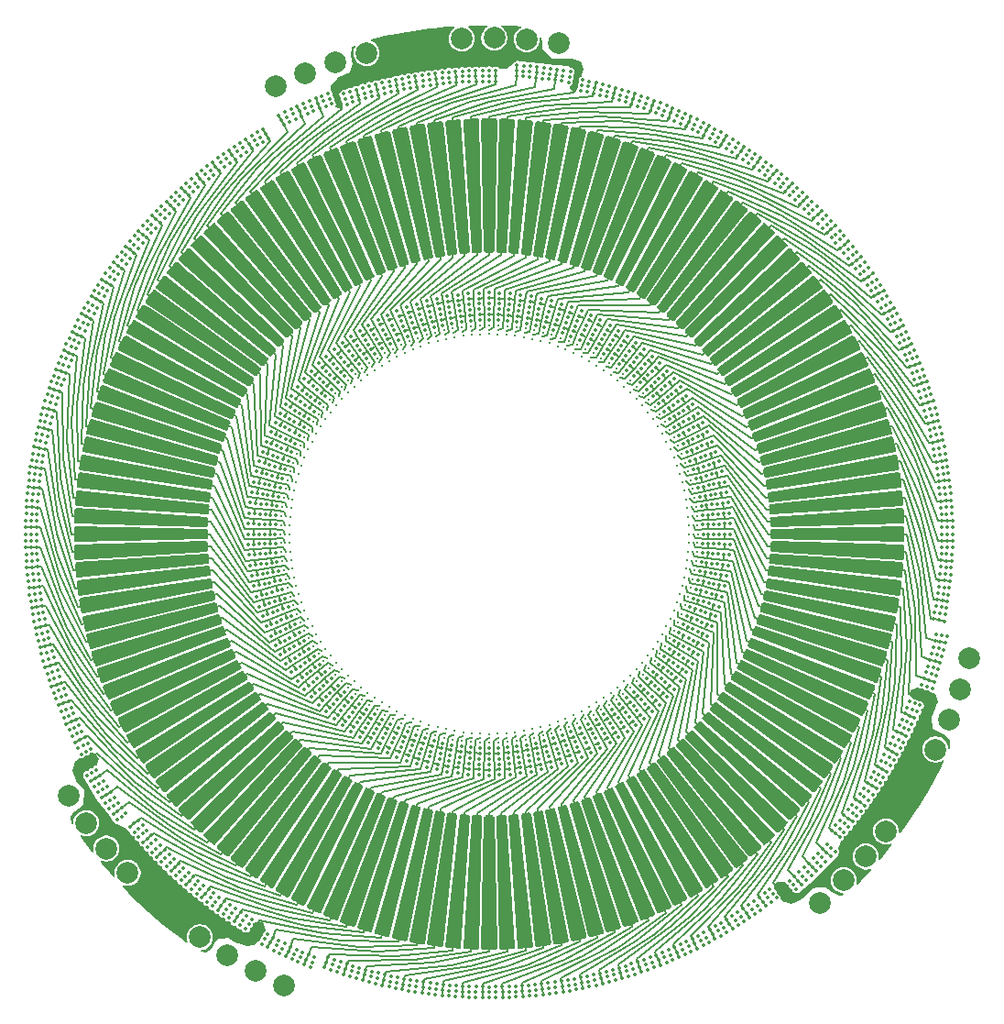
<source format=gbr>
%TF.GenerationSoftware,KiCad,Pcbnew,9.0.4*%
%TF.CreationDate,2025-09-29T12:29:07-05:00*%
%TF.ProjectId,Radial_Winding_Stator,52616469-616c-45f5-9769-6e64696e675f,rev?*%
%TF.SameCoordinates,Original*%
%TF.FileFunction,Copper,L6,Bot*%
%TF.FilePolarity,Positive*%
%FSLAX46Y46*%
G04 Gerber Fmt 4.6, Leading zero omitted, Abs format (unit mm)*
G04 Created by KiCad (PCBNEW 9.0.4) date 2025-09-29 12:29:07*
%MOMM*%
%LPD*%
G01*
G04 APERTURE LIST*
%TA.AperFunction,ComponentPad*%
%ADD10C,2.000000*%
%TD*%
%TA.AperFunction,ViaPad*%
%ADD11C,0.350000*%
%TD*%
%TA.AperFunction,ViaPad*%
%ADD12C,0.250000*%
%TD*%
%TA.AperFunction,Conductor*%
%ADD13C,0.160000*%
%TD*%
G04 APERTURE END LIST*
D10*
%TO.P,HAp0,1,1*%
%TO.N,/coil_a0*%
X113252064Y-50674560D03*
%TD*%
%TO.P,HCn1,1,1*%
%TO.N,/coil_c1*%
X111376032Y-132363230D03*
%TD*%
%TO.P,HC01,1,1*%
%TO.N,/coil_c1*%
X99585951Y-123306336D03*
%TD*%
%TO.P,HAn0,1,1*%
%TO.N,/coil_a0*%
X133478879Y-46171618D03*
%TD*%
%TO.P,HCp1,1,1*%
%TO.N,/coil_c1*%
X95764736Y-118695585D03*
%TD*%
%TO.P,HBn2,1,1*%
%TO.N,/coil_b2*%
X175465021Y-109149311D03*
%TD*%
%TO.P,HCp0,1,1*%
%TO.N,/coil_c0*%
X97624178Y-121053964D03*
%TD*%
%TO.P,HAn2,1,1*%
%TO.N,/coil_a2*%
X139452159Y-46640673D03*
%TD*%
%TO.P,HA01,1,1*%
%TO.N,/coil_a1*%
X130466398Y-46248481D03*
%TD*%
%TO.P,HB12,1,1*%
%TO.N,/coil_b1*%
X174255102Y-111901281D03*
%TD*%
%TO.P,HBn1,1,1*%
%TO.N,/coil_b1*%
X176501661Y-106335809D03*
%TD*%
%TO.P,HBp0,1,1*%
%TO.N,/coil_b0*%
X167796853Y-121786792D03*
%TD*%
%TO.P,HBp1,1,1*%
%TO.N,/coil_b1*%
X165767942Y-123985537D03*
%TD*%
%TO.P,HAp1,1,1*%
%TO.N,/coil_a1*%
X115994304Y-49466207D03*
%TD*%
%TO.P,HCp2,1,1*%
%TO.N,/coil_c2*%
X94100000Y-116200000D03*
%TD*%
%TO.P,HCn0,1,1*%
%TO.N,/coil_c0*%
X114074655Y-133694494D03*
%TD*%
%TO.P,HAp2,1,1*%
%TO.N,/coil_a2*%
X118809824Y-48436639D03*
%TD*%
%TO.P,HBp2,1,1*%
%TO.N,/coil_b2*%
X163576732Y-126072329D03*
%TD*%
%TO.P,HB01,1,1*%
%TO.N,/coil_b1*%
X169683459Y-119464891D03*
%TD*%
%TO.P,HBn0,1,1*%
%TO.N,/coil_b0*%
X177357024Y-103471903D03*
%TD*%
%TO.P,HAn1,1,1*%
%TO.N,/coil_a1*%
X136475486Y-46314879D03*
%TD*%
%TO.P,HC12,1,1*%
%TO.N,/coil_c1*%
X106266112Y-129243806D03*
%TD*%
%TO.P,HCn2,1,1*%
%TO.N,/coil_c2*%
X108778239Y-130888158D03*
%TD*%
%TO.P,HA12,1,1*%
%TO.N,/coil_a1*%
X121680161Y-47579070D03*
%TD*%
D11*
%TO.N,/coil_a0*%
X129354622Y-133666860D03*
X166976167Y-118070830D03*
X152774856Y-129987145D03*
X111908773Y-89223256D03*
X150887749Y-130360402D03*
X154252978Y-92927956D03*
X152653911Y-83859118D03*
X106114752Y-124040591D03*
X140417302Y-49780061D03*
X159885248Y-59959409D03*
D12*
X150062369Y-84932565D03*
D11*
X131175575Y-133786212D03*
X91531806Y-86540609D03*
X149006125Y-130642204D03*
X116765617Y-52935406D03*
X136433551Y-72527530D03*
D12*
X135410606Y-73689837D03*
D11*
X123869931Y-74461237D03*
X154091227Y-94776744D03*
X140566723Y-110267761D03*
X97724292Y-69526895D03*
X173243296Y-77352638D03*
X170907249Y-74323560D03*
X150538763Y-82869931D03*
D12*
X118348237Y-80757272D03*
D11*
X91317006Y-84650164D03*
X124643651Y-74079682D03*
D12*
X129793010Y-110187586D03*
D11*
X93226550Y-106476352D03*
D12*
X149737852Y-84195041D03*
D11*
X110258246Y-127697404D03*
X174682994Y-99349836D03*
X152280104Y-83009574D03*
X152543981Y-129543639D03*
X116323747Y-81376020D03*
D12*
X147147417Y-103871128D03*
D11*
X124859118Y-72346089D03*
X127410083Y-134459638D03*
D12*
X116618526Y-100527625D03*
D11*
X90835042Y-88311044D03*
X94357795Y-108006125D03*
X94639598Y-109887749D03*
X95899866Y-111313107D03*
X118124380Y-51334315D03*
D12*
X150354407Y-85683541D03*
D11*
X93696397Y-106305342D03*
X129305912Y-112950033D03*
X114883993Y-53217209D03*
X90336945Y-88267466D03*
X152754049Y-92862509D03*
X169119100Y-115010404D03*
X152603706Y-94580906D03*
X116382933Y-52011527D03*
D12*
X114602115Y-90390366D03*
D11*
X143623980Y-75323747D03*
X107233551Y-125579490D03*
D12*
X148575877Y-101922960D03*
D11*
X111747022Y-91072044D03*
X170543639Y-72456019D03*
X142822855Y-110869597D03*
X109989596Y-128119100D03*
X91213788Y-90175575D03*
X90540362Y-86410083D03*
X132137491Y-111754049D03*
X114419570Y-98762692D03*
X96880900Y-68989596D03*
X150425989Y-104201847D03*
X149296217Y-105674190D03*
X100193365Y-64471964D03*
X125724157Y-72009695D03*
D12*
X114549415Y-91194403D03*
X142922960Y-76424123D03*
D11*
X145036983Y-76313146D03*
D12*
X141527625Y-108381474D03*
D11*
X157563996Y-56918977D03*
X138592120Y-49499139D03*
X99023833Y-65929170D03*
D12*
X151310163Y-94410606D03*
X125195041Y-75262148D03*
D11*
X127540609Y-133468194D03*
D12*
X144242728Y-77348237D03*
D11*
X140330478Y-50272465D03*
X168081023Y-116563996D03*
X120290222Y-107146878D03*
X144341276Y-75803030D03*
X133862508Y-72245951D03*
X95456361Y-111543981D03*
X108722792Y-126671447D03*
X174190590Y-99263012D03*
X123177145Y-73130403D03*
X118466400Y-52274008D03*
X131276652Y-111697625D03*
X116803030Y-80658724D03*
X131145885Y-113192273D03*
X140504126Y-49287658D03*
X135580906Y-72396294D03*
X90214740Y-90131955D03*
X113302375Y-90276652D03*
X150920318Y-83643651D03*
X150941641Y-103430123D03*
X114130403Y-101822855D03*
D12*
X124472375Y-75618526D03*
D11*
X140275843Y-111990305D03*
X175285736Y-93846235D03*
X174963916Y-97524654D03*
X172303603Y-77694658D03*
X116574275Y-52473467D03*
D12*
X133805597Y-73549415D03*
D11*
X125650164Y-133682994D03*
D12*
X121757272Y-106651763D03*
D11*
X165040591Y-118885248D03*
X139762692Y-110580430D03*
X148146878Y-104709778D03*
D12*
X136206990Y-73812414D03*
D11*
X131131955Y-134785260D03*
X117853122Y-79290222D03*
X174666860Y-95645378D03*
X122376020Y-108676253D03*
X146674190Y-75703783D03*
X113346089Y-100140882D03*
X151580430Y-85237308D03*
D12*
X123077040Y-107575877D03*
X147651763Y-103242728D03*
D11*
X175175397Y-99436660D03*
X152697625Y-93723348D03*
D12*
X151187586Y-95206990D03*
X139316459Y-109354407D03*
D11*
X145950345Y-75122834D03*
X91036084Y-86475346D03*
D12*
X151397885Y-93609634D03*
D11*
X165423613Y-119206642D03*
X91809410Y-84736988D03*
D12*
X140067435Y-109062369D03*
X130589394Y-110310163D03*
X149381474Y-83472375D03*
D11*
X160528036Y-59193365D03*
X145709778Y-76853122D03*
X132072044Y-113252978D03*
X105471964Y-124806635D03*
X174786212Y-93824425D03*
X115461237Y-101130069D03*
X174468197Y-97459391D03*
X148686854Y-104036983D03*
D12*
X117871781Y-81407074D03*
D11*
X113527530Y-88566449D03*
X114672683Y-52764055D03*
X98738129Y-68009580D03*
D12*
X117424123Y-82077040D03*
D11*
X135776744Y-70908773D03*
D12*
X115937631Y-99067435D03*
X116262148Y-99804959D03*
D11*
X109009580Y-126261871D03*
X151267761Y-84433277D03*
X115058359Y-80569877D03*
X110526895Y-127275708D03*
X105793358Y-124423613D03*
X125563340Y-134175397D03*
X131153765Y-134285736D03*
X133927956Y-70747022D03*
X153950033Y-95694088D03*
X100576387Y-64793358D03*
X113719896Y-100990426D03*
X93895856Y-108197467D03*
X115574011Y-79798153D03*
X159070830Y-58023833D03*
X175164958Y-95688956D03*
X136756422Y-49298097D03*
X94186444Y-110099059D03*
D12*
X115645593Y-98316459D03*
X114812414Y-88793010D03*
D11*
X175785260Y-93868045D03*
X141990426Y-111280104D03*
X138526857Y-49994861D03*
X125736988Y-133190589D03*
X138657383Y-49003417D03*
D12*
X132194403Y-110450585D03*
D11*
X168275708Y-114473105D03*
D12*
X131390366Y-110397885D03*
D11*
X115079682Y-100356349D03*
X155473105Y-56724292D03*
X160206642Y-59576387D03*
X92756704Y-106647362D03*
X115095302Y-53670362D03*
X147305342Y-131303603D03*
D12*
X118852583Y-80128872D03*
D11*
X170987145Y-72225144D03*
D12*
X151450585Y-92805597D03*
D11*
X130419094Y-111603706D03*
X117313146Y-79963017D03*
X90714264Y-90153765D03*
X156010404Y-55880900D03*
D12*
X121128872Y-106147417D03*
D11*
X172104144Y-75802533D03*
X106929170Y-125976167D03*
X157277208Y-57328553D03*
X112049967Y-88305912D03*
X129267466Y-134663055D03*
X149676253Y-102623980D03*
X168697404Y-114741754D03*
X145201847Y-74574011D03*
X158766449Y-58420510D03*
D12*
X122407074Y-107128219D03*
X114689837Y-89589394D03*
D11*
X175663055Y-95732534D03*
X97302596Y-69258246D03*
X154192273Y-93854115D03*
D12*
X143592926Y-76871781D03*
X148128219Y-102592926D03*
D11*
X116703783Y-78325810D03*
X167261871Y-115990420D03*
X113009695Y-99275843D03*
X141356349Y-109920318D03*
X171360402Y-74112251D03*
X134723348Y-72302375D03*
X129566449Y-111472470D03*
X141140882Y-111653911D03*
X130223255Y-113091227D03*
X126237308Y-73419570D03*
X151869597Y-82177145D03*
X113396294Y-89419094D03*
D12*
X144871128Y-77852583D03*
D11*
X147476352Y-131773450D03*
X166182813Y-117462068D03*
X149196970Y-103341276D03*
X114732239Y-99566723D03*
D12*
X126683541Y-74645593D03*
D11*
X150676440Y-129907249D03*
X120963017Y-107686854D03*
X100959409Y-65114751D03*
X175459638Y-97589917D03*
D12*
X134609634Y-73602115D03*
D11*
X136694088Y-71049967D03*
X165806635Y-119528036D03*
X149877166Y-104950345D03*
X95092751Y-109676440D03*
X167671447Y-116277208D03*
X152472470Y-95433551D03*
X111807727Y-90145885D03*
X113245951Y-91137491D03*
X120798153Y-109425989D03*
X166579490Y-117766449D03*
X152990305Y-84724157D03*
X118295390Y-51804161D03*
X97918977Y-67436004D03*
X152313107Y-129100134D03*
X171642205Y-75993875D03*
X172773450Y-77523648D03*
X90824603Y-84563340D03*
D12*
X140804959Y-108737852D03*
D11*
X151099059Y-130813556D03*
X98328553Y-67722792D03*
X99420510Y-66233551D03*
X108436004Y-127081023D03*
X142130069Y-109538763D03*
X156990420Y-57738129D03*
X134854115Y-70807727D03*
X121569877Y-109941641D03*
X136712844Y-49796195D03*
X121658724Y-108196970D03*
X127475346Y-133963916D03*
X172566084Y-75611191D03*
X171813556Y-73900941D03*
X149388809Y-131566083D03*
X129311044Y-134164958D03*
X93433916Y-108388809D03*
X155741754Y-56302596D03*
X116122834Y-79049655D03*
X125433277Y-73732239D03*
X136800000Y-48800000D03*
X107537932Y-125182813D03*
X147647362Y-132243296D03*
X119325810Y-108296217D03*
X158462068Y-58817187D03*
X124009574Y-72719896D03*
D12*
X125932565Y-74937631D03*
D11*
X170100134Y-72686893D03*
X99817187Y-66537932D03*
X91333140Y-88354622D03*
X120049655Y-108877166D03*
X149197467Y-131104143D03*
X95012855Y-111774856D03*
X144430123Y-74058359D03*
%TO.N,/coil_b0*%
X139396953Y-112288646D03*
X113527520Y-95433494D03*
X146358378Y-77421931D03*
X101793984Y-120595045D03*
X164232632Y-120651465D03*
X122045220Y-51116203D03*
X123838972Y-133322724D03*
X92632956Y-79272320D03*
D12*
X115645612Y-85683490D03*
X136997216Y-110030401D03*
D11*
X152990283Y-99275901D03*
X151580410Y-98762747D03*
X120272320Y-51632956D03*
D12*
X139316510Y-74645612D03*
D11*
X163837377Y-63742750D03*
X151857730Y-86054211D03*
X165423613Y-64793358D03*
D12*
X115161130Y-87220061D03*
D11*
X104404955Y-123206016D03*
X126602988Y-112288627D03*
D12*
X129002731Y-110030389D03*
D11*
X104067160Y-60425345D03*
X162929016Y-62070984D03*
X104742750Y-61162623D03*
X140436660Y-134175397D03*
X93109815Y-79422673D03*
X139397012Y-71711373D03*
D12*
X121128914Y-77852548D03*
D11*
X147305342Y-52696397D03*
D12*
X137779886Y-109838884D03*
D11*
X138505886Y-112548367D03*
X112231041Y-87395601D03*
X125736988Y-50809410D03*
X136694026Y-112950044D03*
D12*
X115386607Y-86446490D03*
X138553458Y-109613409D03*
D11*
X149296257Y-78325857D03*
X148042465Y-76957579D03*
X129566506Y-72527520D03*
X117957535Y-107042421D03*
D12*
X146058983Y-78941055D03*
D11*
X113900867Y-97117567D03*
X173384712Y-104774470D03*
X102717430Y-61717430D03*
X120422673Y-131890185D03*
X105793358Y-59576387D03*
X161990300Y-123600231D03*
X174810873Y-82730753D03*
X137604399Y-71231041D03*
X137279661Y-72695833D03*
D12*
X151030389Y-95997269D03*
D11*
X103424537Y-121575463D03*
X147372007Y-76315753D03*
X120272320Y-132367044D03*
X118352638Y-132243295D03*
X148146915Y-79290267D03*
X113695833Y-87720339D03*
X128395661Y-71231027D03*
D12*
X136997269Y-73969611D03*
D11*
X162328095Y-123968870D03*
X114142270Y-97945789D03*
X145727680Y-51632956D03*
X112451633Y-97505886D03*
X103070984Y-62070984D03*
X161652505Y-123231592D03*
X106114752Y-59959409D03*
X113695820Y-96279604D03*
X120121967Y-51156098D03*
X173843902Y-79121967D03*
X164574655Y-63067160D03*
X118421931Y-78641622D03*
X138505946Y-71451649D03*
X118627993Y-107684247D03*
X174329104Y-101249951D03*
D12*
X120523069Y-105616141D03*
D11*
X172890185Y-79422673D03*
X153288646Y-85603047D03*
X138117567Y-111099133D03*
X145577327Y-52109815D03*
X118628039Y-76315711D03*
X145878033Y-132843902D03*
X173861571Y-104924823D03*
D12*
X146616141Y-104476931D03*
D11*
X142269247Y-50189127D03*
X148684247Y-106372007D03*
X118421892Y-105358336D03*
D12*
X127446490Y-109613393D03*
D11*
X101425345Y-120932840D03*
X92165423Y-101052808D03*
D12*
X120523109Y-78383823D03*
D11*
X126603047Y-71711354D03*
X116703743Y-105674143D03*
X92599166Y-102825371D03*
X161595045Y-60793984D03*
X100959409Y-118885248D03*
D12*
X129793063Y-73812404D03*
D11*
X153288627Y-98397012D03*
X91677275Y-101161028D03*
X138945789Y-110857730D03*
X104404955Y-60793984D03*
X147578108Y-78641664D03*
X174817252Y-101358171D03*
X117315711Y-106371961D03*
X91189127Y-101269247D03*
X120290267Y-76853085D03*
X100576387Y-119206642D03*
X113009717Y-84724099D03*
D12*
X147147452Y-80128914D03*
D11*
X126237253Y-110580410D03*
X127882377Y-111099118D03*
X173367044Y-79272320D03*
X174682994Y-84650164D03*
X105471964Y-59193365D03*
X123730753Y-50189127D03*
X142052808Y-51165423D03*
X152099133Y-86882433D03*
X151857712Y-97945844D03*
X142269247Y-133810872D03*
X146981551Y-78018490D03*
D12*
X114969611Y-88002731D03*
D11*
X112049956Y-95694026D03*
X144084190Y-50633240D03*
X163324271Y-122323231D03*
X153548351Y-97505946D03*
X144084190Y-133366760D03*
X153768959Y-96604399D03*
X118523648Y-131773450D03*
X163282570Y-61717430D03*
D12*
X128220114Y-74161116D03*
D11*
X165040591Y-65114751D03*
X104742750Y-122837377D03*
X152304180Y-87720396D03*
X104067160Y-123574655D03*
X161257250Y-61162623D03*
X91189127Y-82730753D03*
X146981510Y-105981551D03*
D12*
X128220060Y-109838870D03*
D11*
X163677825Y-122676785D03*
X174366760Y-80915810D03*
X121915810Y-50633240D03*
X91809410Y-99263012D03*
X173400834Y-81174629D03*
X174378324Y-103151923D03*
X139762747Y-73419590D03*
X173883797Y-81045220D03*
X123838972Y-50677275D03*
X145727680Y-132367044D03*
X165806635Y-64471964D03*
D12*
X151187596Y-88793064D03*
D11*
X92116203Y-81045220D03*
X91633240Y-80915810D03*
D12*
X138553510Y-74386607D03*
D11*
X164601271Y-120989260D03*
D12*
X129002783Y-73969599D03*
D11*
X125650164Y-50317006D03*
X142161028Y-133322724D03*
X125563340Y-49824603D03*
D12*
X150838870Y-96779939D03*
D11*
X146358336Y-106578108D03*
X101793984Y-63404955D03*
X138945844Y-73142288D03*
X93226550Y-77523648D03*
X103070984Y-121929016D03*
X153548367Y-86494114D03*
X140275901Y-72009717D03*
X143825371Y-51599166D03*
X122174629Y-132400834D03*
X175175397Y-84563340D03*
D12*
X145476931Y-78383859D03*
D11*
X127494114Y-71451633D03*
X92156098Y-79121967D03*
X140263012Y-133190589D03*
X92156098Y-104878033D03*
X119641622Y-106578069D03*
D12*
X150354388Y-98316510D03*
D11*
X127054156Y-110857712D03*
X92599166Y-81174629D03*
X91317006Y-99349836D03*
X152099118Y-97117623D03*
X145878033Y-51156098D03*
X112451649Y-86494054D03*
D12*
X119383823Y-104476891D03*
D11*
X93109815Y-104577327D03*
X127882433Y-72900867D03*
X137604338Y-112768973D03*
X128720396Y-72695820D03*
X114142288Y-86054156D03*
D12*
X150838884Y-87220114D03*
D11*
X142052808Y-132834577D03*
X120121967Y-132843902D03*
X143954780Y-51116203D03*
X143954780Y-132883796D03*
X147578069Y-105358378D03*
X123947192Y-132834577D03*
D12*
X118852548Y-103871086D03*
D11*
X140349836Y-133682994D03*
X119641664Y-77421892D03*
D12*
X150613409Y-86446542D03*
D11*
X147371961Y-107684289D03*
X142161028Y-50677275D03*
X92165423Y-82947192D03*
X91677275Y-82838972D03*
D12*
X114969599Y-95997216D03*
D11*
X137279604Y-111304180D03*
D12*
X119383859Y-79523069D03*
D11*
X152472480Y-88566506D03*
D12*
X127446542Y-74386591D03*
D11*
X122045220Y-132883796D03*
X162575463Y-62424537D03*
X161932840Y-60425345D03*
X174190590Y-84736988D03*
X114419590Y-85237253D03*
X102162623Y-120257250D03*
D12*
X115386591Y-97553458D03*
D11*
X102717430Y-122282570D03*
D12*
X146058945Y-105058983D03*
D11*
X153768973Y-87395662D03*
X143825371Y-132400834D03*
X101425345Y-63067160D03*
D12*
X136206936Y-110187596D03*
D11*
X164969910Y-121327055D03*
D12*
X145476891Y-105616177D03*
D11*
X121915810Y-133366760D03*
X92756704Y-77352638D03*
D12*
X146616177Y-79523109D03*
D11*
X117315753Y-77627993D03*
X100193365Y-119528036D03*
X147476352Y-52226550D03*
X122174629Y-51599166D03*
X92116203Y-102954780D03*
X164206016Y-63404955D03*
X148684289Y-77628039D03*
X127494054Y-112548351D03*
X129305973Y-71049956D03*
D12*
X151030401Y-88002784D03*
D11*
X174322725Y-82838972D03*
X102162623Y-63742750D03*
D12*
X119941055Y-78941017D03*
D11*
X162970718Y-121969678D03*
X112711373Y-85602988D03*
X145577327Y-131890185D03*
D12*
X114812404Y-95206936D03*
D11*
X119018449Y-105981510D03*
X91633240Y-103084190D03*
X119325857Y-75703743D03*
X174338429Y-105075176D03*
X147647362Y-51756704D03*
D12*
X150613393Y-97553510D03*
D11*
X175305400Y-101466390D03*
D12*
X115161116Y-96779886D03*
D11*
X125724099Y-111990283D03*
X118694658Y-131303603D03*
X93696397Y-77694658D03*
X128720339Y-111304167D03*
D12*
X119941017Y-105058945D03*
D11*
X174861287Y-103281333D03*
X120422673Y-52109815D03*
X112711354Y-98396953D03*
X146674143Y-108296257D03*
X173895361Y-103022514D03*
X92632956Y-104727680D03*
X123730753Y-133810872D03*
X90824603Y-99436660D03*
X127054211Y-73142270D03*
X117957579Y-76957535D03*
X138117623Y-72900882D03*
X152304167Y-96279661D03*
X123947192Y-51165423D03*
X145709733Y-107146915D03*
D12*
X144871086Y-106147452D03*
D11*
X136433494Y-111472480D03*
X119018490Y-78018449D03*
X112231027Y-96604338D03*
D12*
X126683490Y-109354388D03*
D11*
X153950044Y-88305974D03*
D12*
X137779939Y-74161130D03*
D11*
X113900882Y-86882377D03*
X117853085Y-104709733D03*
X148042421Y-107042465D03*
X128395601Y-112768959D03*
X173834577Y-82947192D03*
X103424537Y-62424537D03*
D12*
%TO.N,/coil_c0*%
X151397890Y-90390420D03*
D11*
X114130432Y-82177089D03*
X110526895Y-56724292D03*
X141140940Y-72346113D03*
X150426025Y-79798204D03*
X99028762Y-118090370D03*
X129267466Y-49336945D03*
D12*
X151310170Y-89589448D03*
D11*
X134723290Y-111697630D03*
X152772870Y-92000029D03*
X140566776Y-73732262D03*
X138589917Y-134459638D03*
D12*
X125194992Y-108737829D03*
D11*
X116323715Y-102623931D03*
X174468194Y-86540609D03*
D12*
X151450588Y-91194457D03*
D11*
X171813556Y-110099059D03*
X150887749Y-53639598D03*
X131175575Y-50213788D03*
X142886410Y-109123822D03*
D12*
X117424094Y-101922914D03*
X134609580Y-110397890D03*
D11*
X120798204Y-74573975D03*
X115058326Y-103430070D03*
X141356402Y-74079707D03*
X150920293Y-100356402D03*
X133000000Y-133826021D03*
X142130121Y-74461264D03*
X136688956Y-134164958D03*
D12*
X133000027Y-73531836D03*
D11*
X169222397Y-112913010D03*
X170088422Y-70586990D03*
X151869568Y-101822911D03*
X109009580Y-57738129D03*
D12*
X142234059Y-107993913D03*
D11*
X174666860Y-88354622D03*
X120963063Y-76313110D03*
X127410083Y-49540362D03*
X168697404Y-69258246D03*
X113719922Y-83009518D03*
X115461264Y-82869879D03*
X113302370Y-93723290D03*
X113396286Y-94580849D03*
X133000029Y-72227130D03*
X116802997Y-103341228D03*
X123113540Y-109123793D03*
X136645378Y-133666860D03*
X124859060Y-111653887D03*
X111586990Y-54911578D03*
X153913010Y-55777603D03*
X116664428Y-131557405D03*
X98346381Y-116314341D03*
X131153765Y-49714264D03*
X111836990Y-55344591D03*
X149877204Y-79049705D03*
X120049705Y-75122796D03*
X152543981Y-54456361D03*
D12*
X143592882Y-107128250D03*
D11*
X116855770Y-131095466D03*
X145950295Y-108877204D03*
X175785260Y-90131955D03*
X136732534Y-134663055D03*
X133000000Y-49173979D03*
X166976167Y-65929170D03*
X175285736Y-90153765D03*
D12*
X140067486Y-74937652D03*
X130589448Y-73689830D03*
X122407118Y-76871750D03*
X115937652Y-84932514D03*
D11*
X134868045Y-134785260D03*
X152280078Y-100990482D03*
X129354622Y-50333140D03*
X149006125Y-53357795D03*
X113317914Y-129996901D03*
X111807722Y-93854053D03*
X113087039Y-130440407D03*
X131145947Y-70807722D03*
D12*
X125932514Y-109062348D03*
D11*
X115876207Y-82113540D03*
X96910848Y-115065675D03*
X96344591Y-70836990D03*
X95092751Y-74323560D03*
X114576861Y-81363360D03*
D12*
X140805008Y-75262171D03*
D11*
X159070830Y-125976167D03*
X95899866Y-72686893D03*
X124643598Y-109920293D03*
X138524654Y-133963916D03*
X133000031Y-70726773D03*
X122363414Y-73576830D03*
X91036084Y-97524654D03*
X144341228Y-108197003D03*
D12*
X148128250Y-81407118D03*
D11*
X114762836Y-131266818D03*
D12*
X117006087Y-101234059D03*
D11*
X149676285Y-81376069D03*
D12*
X133805543Y-110450588D03*
D11*
X113227130Y-91999971D03*
X153913010Y-128222397D03*
X97527229Y-116887917D03*
X154252981Y-91072106D03*
X168275708Y-69526895D03*
X175826021Y-92000000D03*
D12*
X124472327Y-108381449D03*
D11*
X112086990Y-55777603D03*
X170987145Y-111774856D03*
X170543639Y-111543981D03*
X170907249Y-109676440D03*
X130223318Y-70908765D03*
D12*
X141538602Y-75633134D03*
D11*
X143623931Y-108676285D03*
D12*
X116262171Y-84194992D03*
X117871750Y-102592882D03*
D11*
X107537932Y-58817187D03*
X144430070Y-109941674D03*
X133927894Y-113252981D03*
X107233551Y-58420510D03*
X154413010Y-54911578D03*
X152603714Y-89419151D03*
X134854053Y-113192278D03*
D12*
X142234106Y-76006114D03*
D11*
X91173979Y-92000000D03*
X114974146Y-130813664D03*
X150123822Y-82113590D03*
X169655409Y-113163010D03*
X151099059Y-53186444D03*
X123869879Y-109538736D03*
X154163010Y-55344591D03*
X130419151Y-72396286D03*
X150676440Y-54092751D03*
X167261871Y-68009580D03*
X132999970Y-111772870D03*
X121658772Y-75802997D03*
X90173979Y-92000000D03*
X90835042Y-95688956D03*
X175663055Y-88267466D03*
X125433224Y-110267738D03*
X93433916Y-75611191D03*
X127475346Y-50036084D03*
X97332544Y-114797026D03*
X123177089Y-110869568D03*
X172104144Y-108197467D03*
X151423139Y-102636640D03*
X170088422Y-113413010D03*
X116473086Y-132019345D03*
D12*
X151468164Y-92000027D03*
X144242684Y-106651796D03*
D11*
X111747019Y-92927894D03*
X116122796Y-104950295D03*
X154192278Y-90145947D03*
X149197003Y-80658772D03*
D12*
X149381449Y-100527673D03*
X114689830Y-94410552D03*
X149737829Y-99805008D03*
D11*
X115573975Y-104201796D03*
X145036937Y-107686890D03*
X131131955Y-49214740D03*
X133000000Y-134326021D03*
D12*
X121757316Y-77348204D03*
D11*
X171642205Y-108006125D03*
D12*
X150062348Y-99067486D03*
D11*
X90673979Y-92000000D03*
X90714264Y-93846235D03*
X127540609Y-50531806D03*
D12*
X123742476Y-107959621D03*
D11*
X154413010Y-129088422D03*
X135580849Y-111603714D03*
X114732262Y-84433224D03*
X149388809Y-52433916D03*
D12*
X148575906Y-82077086D03*
D11*
X122376069Y-75323715D03*
D12*
X114549412Y-92805543D03*
D11*
X131276710Y-72302370D03*
X169119100Y-68989596D03*
X115079707Y-83643598D03*
D12*
X148993886Y-101234106D03*
D11*
X143636586Y-110423170D03*
X113346113Y-83859060D03*
X108722792Y-57328553D03*
X95911578Y-70586990D03*
X151423170Y-81363414D03*
X96489152Y-115334325D03*
X150941674Y-80569930D03*
X152653887Y-100140940D03*
X113548788Y-129553396D03*
X157563996Y-127081023D03*
X152313107Y-54899866D03*
X166182813Y-66537932D03*
D12*
X114531836Y-91999973D03*
D11*
X175164958Y-88311044D03*
D12*
X131390420Y-73602110D03*
D11*
X132072105Y-70747019D03*
X167671447Y-67722792D03*
X134846235Y-134285736D03*
D12*
X147651796Y-80757316D03*
D11*
X154091235Y-89223318D03*
X175459638Y-86410083D03*
D12*
X148993913Y-82765941D03*
D11*
X152774856Y-54012855D03*
D12*
X132999973Y-110468164D03*
D11*
X141990482Y-72719922D03*
X152754051Y-91137549D03*
D12*
X116618551Y-83472327D03*
D11*
X106929170Y-58023833D03*
X157277208Y-126671447D03*
X145201796Y-109426025D03*
X94186444Y-73900941D03*
X142822911Y-73130432D03*
X94639598Y-74112251D03*
X134824425Y-133786212D03*
X96777603Y-71086990D03*
X109989596Y-55880900D03*
X93895856Y-75802533D03*
X155741754Y-127697404D03*
X174963916Y-86475346D03*
X117313110Y-104036937D03*
X156010404Y-128119100D03*
X115876178Y-101886410D03*
X98632085Y-118394751D03*
X158766449Y-125579490D03*
X175326021Y-92000000D03*
X174826021Y-92000000D03*
D12*
X123077086Y-76424094D03*
D11*
X129311044Y-49835042D03*
X124009518Y-111280078D03*
X151267738Y-99566776D03*
X133000000Y-50173979D03*
X99425439Y-117785989D03*
X143636640Y-73576861D03*
X97936805Y-116601129D03*
X154273227Y-92000031D03*
X149197467Y-52895856D03*
X150123793Y-101886460D03*
D12*
X142922914Y-107575906D03*
D11*
X142886460Y-74876207D03*
D12*
X114602110Y-93609580D03*
D11*
X95012855Y-72225144D03*
X133000000Y-134826021D03*
X111908765Y-94776682D03*
X168081023Y-67436004D03*
X90214740Y-93868045D03*
X91531806Y-97459391D03*
X121569930Y-74058326D03*
X115185455Y-130360511D03*
X170100134Y-111313107D03*
X123113590Y-74876178D03*
X152697630Y-90276710D03*
X91213788Y-93824425D03*
X133862451Y-111754051D03*
X171360402Y-109887749D03*
D12*
X135410552Y-110310170D03*
D11*
X132137549Y-72245949D03*
X111726773Y-91999969D03*
X90336945Y-95732534D03*
X154163010Y-128655408D03*
D12*
X132194457Y-73549412D03*
D11*
X113245949Y-92862451D03*
X132999969Y-113273227D03*
X155473105Y-127275708D03*
X148686890Y-79963063D03*
X150538736Y-101130121D03*
X169655409Y-70836990D03*
X166579490Y-66233551D03*
X95456361Y-72456019D03*
X169222397Y-71086990D03*
X108436004Y-56918977D03*
X91333140Y-95645378D03*
X122363360Y-110423139D03*
X133000000Y-49673979D03*
X114576830Y-102636586D03*
X172566084Y-108388809D03*
D12*
X123765941Y-76006087D03*
D11*
X135776682Y-113091235D03*
X110258246Y-56302596D03*
X138459391Y-133468194D03*
D12*
X118348204Y-103242684D03*
D11*
X156990420Y-126261871D03*
X94357795Y-75993875D03*
D12*
X117006114Y-82765894D03*
D11*
X158462068Y-125182813D03*
X90540362Y-97589917D03*
X174786212Y-90175575D03*
%TO.N,/coil_a1*%
X114110016Y-53031222D03*
X147875523Y-131091566D03*
X107724541Y-125950833D03*
X115937126Y-77682629D03*
X129960993Y-133715657D03*
X93676286Y-108962594D03*
X136106473Y-49747397D03*
X99796325Y-64951893D03*
X120353884Y-108480833D03*
X175308302Y-93231046D03*
D12*
X144729967Y-76713122D03*
D11*
X108023121Y-125549772D03*
X148053348Y-131558875D03*
X159416528Y-59571637D03*
X168598983Y-113957780D03*
X144161594Y-74479700D03*
D12*
X135515011Y-72896191D03*
X151975923Y-95345913D03*
D11*
X125894960Y-72479229D03*
D12*
X130484989Y-111103809D03*
D11*
X145646116Y-75519167D03*
X151785690Y-103967732D03*
X174292050Y-98663202D03*
X124476072Y-71421579D03*
X129132230Y-113935568D03*
X121084805Y-109016762D03*
D12*
X129654087Y-110975923D03*
X152103809Y-94515011D03*
X120614393Y-106760675D03*
X114024077Y-88654087D03*
D11*
X175214336Y-95075336D03*
X91456606Y-87144274D03*
X106267683Y-124816019D03*
X129888335Y-134713015D03*
X100571637Y-65583472D03*
X166950833Y-117275459D03*
X175713015Y-95111665D03*
X90959987Y-87086227D03*
X115983238Y-80084805D03*
X95304312Y-112325334D03*
X110779732Y-128024541D03*
X123586567Y-71812973D03*
X114545771Y-53931288D03*
X123407772Y-73573626D03*
X145775762Y-73754215D03*
X151443849Y-130096355D03*
X165816019Y-118732317D03*
X174715658Y-95039007D03*
X122714981Y-72242795D03*
X159732317Y-59183981D03*
X134810481Y-71305454D03*
X111064432Y-88132230D03*
X91214335Y-85257144D03*
X112404122Y-89288559D03*
X91707950Y-85336798D03*
X170255587Y-71911966D03*
X112305454Y-90189519D03*
X128028180Y-134536633D03*
X165428363Y-118416528D03*
D12*
X121270033Y-107286878D03*
D11*
X136867770Y-70064432D03*
X94594502Y-108566515D03*
D12*
X115198111Y-99373841D03*
X113749690Y-91159566D03*
D11*
X155189194Y-93941241D03*
X129924664Y-134214336D03*
X115479700Y-80838406D03*
X96184514Y-111850734D03*
D12*
X139590316Y-110106588D03*
D11*
X153578421Y-83476072D03*
X166203675Y-119048106D03*
D12*
X115908525Y-100897318D03*
D11*
X113807726Y-99949762D03*
D12*
X151106588Y-85409684D03*
X141897318Y-109091475D03*
D11*
X92973815Y-107231174D03*
D12*
X116748959Y-81647008D03*
D11*
X136142802Y-49248719D03*
X158275459Y-58049167D03*
D12*
X114893412Y-98590316D03*
D11*
X172091566Y-77124477D03*
X110517244Y-128450099D03*
X116519167Y-79353884D03*
X126336798Y-133292049D03*
X131783497Y-133808513D03*
X110747249Y-91028485D03*
X150520300Y-103161594D03*
X147317371Y-74937126D03*
X142413433Y-112187027D03*
X153753822Y-92906074D03*
X154957780Y-56401017D03*
X121838406Y-109520300D03*
X90286985Y-88888335D03*
X109229512Y-127021019D03*
X113479229Y-99105040D03*
X173026185Y-76768826D03*
X150062874Y-106317371D03*
X90191910Y-90754412D03*
X126177491Y-134279279D03*
X150016762Y-103915195D03*
X170695688Y-71674666D03*
X132028484Y-114252751D03*
X111042220Y-127598983D03*
X171546389Y-73338274D03*
X146352963Y-76086469D03*
X151661726Y-130546389D03*
X136607240Y-71541996D03*
X106583472Y-124428363D03*
X117540568Y-51551426D03*
X93908434Y-106875523D03*
X175808090Y-93245588D03*
X140105040Y-111520771D03*
X169815486Y-72149266D03*
X128144274Y-133543394D03*
X133906073Y-71246178D03*
D12*
X132159566Y-111250310D03*
D11*
X115328851Y-78440528D03*
D12*
X117216017Y-80948001D03*
X149251041Y-102352992D03*
D11*
X148913531Y-105352963D03*
X97565277Y-67948711D03*
X171864606Y-75235445D03*
X171096356Y-73556151D03*
X144967732Y-73214310D03*
X158574038Y-57648105D03*
D12*
X136345913Y-73024077D03*
D11*
X148231174Y-132026185D03*
X131058759Y-114189194D03*
X113242795Y-102285019D03*
X128086227Y-134040012D03*
X152757205Y-81714981D03*
X125050238Y-72807726D03*
D12*
X140373841Y-109801889D03*
D11*
X141523928Y-112578421D03*
X155083399Y-94907273D03*
D12*
X150801889Y-84626159D03*
D11*
X139889975Y-49183776D03*
X95353677Y-110225971D03*
X156489687Y-57392684D03*
X110810806Y-90058759D03*
X139810322Y-49677390D03*
X149566515Y-130405498D03*
D12*
X125626159Y-74198111D03*
D11*
X157976879Y-58450228D03*
X154935568Y-95867770D03*
X120224238Y-110245785D03*
D12*
X126409684Y-73893412D03*
D11*
X130092727Y-114083399D03*
X112069356Y-99618197D03*
D12*
X134679320Y-72804671D03*
D11*
X108948711Y-127434723D03*
X172323714Y-75037406D03*
D12*
X145385607Y-77239325D03*
D11*
X114327893Y-53481255D03*
X140618197Y-112930644D03*
X149764555Y-130864606D03*
X157051289Y-56565277D03*
X98392684Y-68510313D03*
X118682629Y-109062874D03*
X153458004Y-95607240D03*
X99450228Y-67023121D03*
X100183981Y-65267683D03*
X153694546Y-93810481D03*
X95744413Y-112088034D03*
X134941241Y-69810806D03*
X151245785Y-104775762D03*
X90720721Y-85177491D03*
X175040013Y-96913773D03*
X94453611Y-110661726D03*
X131189519Y-112694546D03*
X129392760Y-112458004D03*
X174808513Y-93216503D03*
X140949762Y-111192274D03*
X112812973Y-101413433D03*
X97978981Y-68229512D03*
X114172757Y-100779351D03*
D12*
X147760675Y-104385607D03*
D11*
X160048106Y-58796325D03*
X135907273Y-69916601D03*
X172558875Y-76946652D03*
X146559472Y-74328851D03*
X112421579Y-100523928D03*
X112246178Y-91093926D03*
X90785664Y-88924664D03*
X167351895Y-117574038D03*
D12*
X152250310Y-92840434D03*
D11*
X130288559Y-112595878D03*
X175536633Y-96971819D03*
X139730668Y-50171005D03*
X166549772Y-116976879D03*
X114754215Y-79224238D03*
X151426374Y-82407772D03*
X169450100Y-114482756D03*
D12*
X144051999Y-76216017D03*
D11*
X126257144Y-133785665D03*
X168434723Y-116051289D03*
D12*
X148783983Y-103051999D03*
D11*
X155220268Y-55975459D03*
X91284342Y-88960993D03*
X155482756Y-55549900D03*
X174543394Y-96855726D03*
X116205227Y-53172113D03*
X109510313Y-126607316D03*
X105951894Y-125203675D03*
X152192274Y-84050238D03*
X174785665Y-98742856D03*
X168021019Y-115770488D03*
X117718394Y-52018736D03*
X135711441Y-71404122D03*
X169024541Y-114220268D03*
D12*
X141143330Y-109463303D03*
X124102682Y-74908525D03*
X152195329Y-93679320D03*
X148286878Y-103729967D03*
D11*
X149962594Y-131323714D03*
X153088034Y-129255586D03*
X117896219Y-52486045D03*
X150671149Y-105559472D03*
X114214310Y-80032268D03*
D12*
X124856670Y-74536697D03*
X121948001Y-107783983D03*
D11*
X153187027Y-82586567D03*
D12*
X133840434Y-72749690D03*
X131320680Y-111195329D03*
D11*
X171405498Y-75433485D03*
D12*
X113896191Y-89484989D03*
D11*
X125381803Y-71069356D03*
X112541996Y-88392760D03*
X152520771Y-84894960D03*
X137981239Y-49423042D03*
X116007187Y-52713005D03*
X124220649Y-73172757D03*
X151225971Y-129646323D03*
D12*
X115536697Y-100143330D03*
D11*
X98648105Y-66425962D03*
D12*
X143352992Y-75748959D03*
X117713122Y-80270033D03*
D11*
X137923192Y-49919661D03*
X117086469Y-78647037D03*
X114573626Y-101592228D03*
D12*
X150091475Y-83102682D03*
D11*
X96549900Y-69517244D03*
X107425962Y-126351895D03*
D12*
X118239325Y-79614393D03*
D11*
X94903644Y-110443849D03*
X155252751Y-92971515D03*
X175279279Y-98822509D03*
D12*
X122647008Y-108251041D03*
D11*
X132093926Y-112753822D03*
X93441125Y-107053348D03*
X153325334Y-129695687D03*
X121032268Y-110785690D03*
X138039285Y-48926422D03*
X136179131Y-48750040D03*
X115809148Y-52253897D03*
X119647037Y-107913531D03*
X156770488Y-56978981D03*
D12*
X150463303Y-83856670D03*
D11*
X133971515Y-69747249D03*
X144915195Y-74983238D03*
X151827243Y-83220649D03*
X153595878Y-94711441D03*
X141779351Y-110827243D03*
X131768954Y-134308302D03*
X170646323Y-73774029D03*
X97401017Y-70042220D03*
X94135394Y-108764555D03*
X96975459Y-69779732D03*
X143285019Y-111757205D03*
X142592228Y-110426374D03*
X99049167Y-66724541D03*
X149480833Y-104646116D03*
X90463367Y-87028181D03*
D12*
X113804671Y-90320680D03*
D11*
X119440528Y-109671149D03*
X131754412Y-134808090D03*
X110916601Y-89092727D03*
X167607316Y-115489687D03*
X153930644Y-84381803D03*
X91191487Y-90783497D03*
X152850734Y-128815486D03*
X90691698Y-90768954D03*
D12*
%TO.N,/coil_b1*%
X136346018Y-110975904D03*
D11*
X124339788Y-133941444D03*
X174571873Y-84044673D03*
D12*
X119375046Y-105625029D03*
D11*
X144411862Y-132239297D03*
D12*
X138794245Y-110376820D03*
D11*
X147034393Y-76684063D03*
X146896421Y-52020038D03*
D12*
X146624954Y-78374971D03*
D11*
X102576719Y-120702885D03*
X92301223Y-101645787D03*
D12*
X137170447Y-73188085D03*
D11*
X173652463Y-78529241D03*
D12*
X114623148Y-86205857D03*
D11*
X113187857Y-85753315D03*
X116577881Y-76951984D03*
X92451937Y-79860707D03*
X149422119Y-107048016D03*
X93296780Y-105156214D03*
X153930686Y-99618081D03*
X111485034Y-97764981D03*
D12*
X145385689Y-106760606D03*
D11*
X112934237Y-86623454D03*
X147317465Y-109062795D03*
X92760702Y-103411862D03*
X148048016Y-75577881D03*
D12*
X146625029Y-105624954D03*
D11*
X105194110Y-123245226D03*
X92822158Y-105313487D03*
X138376546Y-71934237D03*
D12*
X151612071Y-87012856D03*
D11*
X92279673Y-103548282D03*
D12*
X147760606Y-79614311D03*
D11*
X139697847Y-70756940D03*
X103509303Y-122361270D03*
X117951984Y-108422119D03*
X144548282Y-132720327D03*
X160743777Y-124040542D03*
D12*
X114024096Y-95346018D03*
D11*
X118310893Y-106689188D03*
D12*
X151811892Y-87829450D03*
D11*
X112542016Y-95607353D03*
X118965523Y-76684141D03*
X141049304Y-134062962D03*
X154745953Y-87178975D03*
D12*
X114893376Y-85409784D03*
D11*
X125044673Y-50428127D03*
X174185300Y-82238905D03*
X154243060Y-98697847D03*
X173946773Y-106257723D03*
X118682535Y-74937205D03*
X147034477Y-107315859D03*
X121004108Y-132069069D03*
X148315859Y-77965523D03*
X119843786Y-52296780D03*
X100597058Y-120002383D03*
D12*
X151811915Y-96170447D03*
D11*
X119103579Y-131979962D03*
X145282695Y-50972942D03*
X103610873Y-60849345D03*
X122763314Y-132554184D03*
X118965607Y-107315937D03*
D12*
X137170550Y-110811892D03*
D11*
X91548225Y-83440897D03*
X126753315Y-111812143D03*
D12*
X127205857Y-110376852D03*
D11*
X91476227Y-81518571D03*
D12*
X126409784Y-110106624D03*
D11*
X116577964Y-107048107D03*
X104861712Y-123618739D03*
X117951893Y-75577964D03*
X92547754Y-77939420D03*
X143236686Y-51445815D03*
X128503716Y-71718838D03*
X162142323Y-61997388D03*
X105651478Y-60353673D03*
X125138649Y-50919216D03*
X136867891Y-113935546D03*
X144684702Y-133201357D03*
X104529314Y-123992251D03*
X173239298Y-80588138D03*
X154243023Y-85302036D03*
D12*
X137987042Y-73387902D03*
D11*
X128503828Y-112281186D03*
X174521585Y-104479838D03*
X142645787Y-132698777D03*
X146470759Y-132652463D03*
X112934267Y-97376656D03*
X143359058Y-50961021D03*
X175018300Y-102678572D03*
X92930931Y-80004108D03*
X174201357Y-80315298D03*
X146313487Y-132177842D03*
X93020038Y-78103579D03*
X165402942Y-63997617D03*
X117249897Y-76249984D03*
D12*
X128829553Y-110811915D03*
D11*
X152812109Y-85753206D03*
X112718814Y-87503828D03*
X161070707Y-124418850D03*
X119686513Y-51822158D03*
X101007749Y-63529314D03*
X154514966Y-86235019D03*
D12*
X137987144Y-110612071D03*
D11*
X144995892Y-51930931D03*
D12*
X146017749Y-106206301D03*
D11*
X117086543Y-105353051D03*
X174048712Y-102433829D03*
X148750103Y-107750016D03*
X91058555Y-83339788D03*
X138376656Y-112065733D03*
X139697964Y-113243023D03*
X92037895Y-83542006D03*
X93492322Y-78267738D03*
D12*
X151376852Y-97794143D03*
D11*
X146353051Y-107913457D03*
X152520810Y-99104933D03*
X124542006Y-132962105D03*
X103857677Y-122002612D03*
X103160929Y-122719928D03*
X164150655Y-62610873D03*
X104297115Y-61576719D03*
X118310812Y-77310893D03*
X120717305Y-133027058D03*
X152812143Y-98246685D03*
X162490697Y-61638730D03*
X117684063Y-77965607D03*
X91428127Y-99955327D03*
X143481429Y-50476227D03*
X111756977Y-98697964D03*
D12*
X114188085Y-87829553D03*
X119982330Y-106206373D03*
D11*
X111064454Y-95867891D03*
X153281162Y-87503716D03*
X119529241Y-51347537D03*
D12*
X119374971Y-78375046D03*
D11*
X173002205Y-105929405D03*
D12*
X146017670Y-77793627D03*
D11*
X126302036Y-70756977D03*
D12*
X128012856Y-73387929D03*
X114387929Y-96987144D03*
D11*
X121588138Y-51760702D03*
X137496172Y-71718814D03*
X140104933Y-72479190D03*
X122640942Y-133038979D03*
X111254020Y-87179095D03*
X127235137Y-113514998D03*
X145139293Y-51451937D03*
X154935546Y-88132109D03*
X112718838Y-96496284D03*
X104997617Y-59597058D03*
D12*
X129653982Y-73024096D03*
D11*
X91798643Y-103684702D03*
X147689107Y-77310812D03*
X111756940Y-85302153D03*
X91961021Y-81640942D03*
X142876403Y-133671821D03*
X138764863Y-70485002D03*
X113187891Y-98246794D03*
X126753206Y-72187891D03*
X174533506Y-102556201D03*
D12*
X151376820Y-86205755D03*
D11*
X119267738Y-131507678D03*
X91814700Y-101761095D03*
D12*
X138794143Y-73623148D03*
D11*
X172703220Y-78843786D03*
X101381261Y-63861712D03*
X173474489Y-106093564D03*
X117684141Y-106034477D03*
X100975365Y-119675452D03*
D12*
X151612098Y-96987042D03*
D11*
X148750016Y-76249897D03*
X105324548Y-59975365D03*
X160805890Y-60754774D03*
X92445815Y-81763314D03*
X164646327Y-64651478D03*
X173698777Y-82354213D03*
X124440897Y-133451775D03*
X163786968Y-62953994D03*
X147060580Y-51547754D03*
D12*
X151975904Y-88653982D03*
D11*
X111485002Y-86235137D03*
X163756525Y-121884912D03*
X102997388Y-62857677D03*
X123123597Y-50328178D03*
X173177842Y-78686513D03*
D12*
X118239394Y-104385689D03*
D11*
X153065733Y-86623344D03*
D12*
X127205755Y-73623180D03*
D11*
X111254047Y-96821025D03*
X126302153Y-113243060D03*
X91328178Y-101876403D03*
X146732262Y-52492322D03*
X161470686Y-60007749D03*
X161397638Y-124797157D03*
X102280072Y-62160929D03*
X154514998Y-97764863D03*
D12*
X114387902Y-87012958D03*
D11*
X122518571Y-133523773D03*
X119646949Y-76086543D03*
D12*
X151106624Y-98590216D03*
X147206301Y-78982251D03*
D11*
X102638730Y-62509303D03*
X148315937Y-106034393D03*
X173563596Y-104193035D03*
X129132109Y-70064454D03*
X154745980Y-96820905D03*
X138764981Y-113514966D03*
X161138288Y-60381261D03*
X174042590Y-104336436D03*
X115937205Y-106317465D03*
X128179094Y-113745980D03*
X120860707Y-132548063D03*
X165024635Y-64324547D03*
X150062795Y-77682535D03*
D12*
X114623180Y-97794245D03*
D11*
X153281186Y-96496172D03*
X162441261Y-123181183D03*
D12*
X139590216Y-73893376D03*
D11*
X101353673Y-119348522D03*
X124950696Y-49937038D03*
X137820905Y-70254020D03*
X141559103Y-50548225D03*
X127235019Y-70485034D03*
X125381919Y-112930686D03*
X163423281Y-63297115D03*
X102213032Y-121046006D03*
X121315298Y-50798643D03*
X92347537Y-105470759D03*
D12*
X114188108Y-96170550D03*
D11*
X128178975Y-70254047D03*
X148048107Y-108422036D03*
X91972942Y-79717305D03*
X174080784Y-84138649D03*
X91919216Y-99861351D03*
X140618081Y-71069314D03*
X153065763Y-97376546D03*
X146156214Y-131703219D03*
X139246685Y-72187857D03*
X139246794Y-111812109D03*
X112069314Y-84381919D03*
X149422036Y-76951893D03*
X162098140Y-122817496D03*
X142761095Y-133185300D03*
X163397867Y-121536538D03*
X137821025Y-113745953D03*
X174671822Y-82123597D03*
D12*
X118793699Y-105017749D03*
D11*
X129392647Y-71542016D03*
X123238905Y-50814700D03*
X175062962Y-83950696D03*
X162784382Y-123544870D03*
D12*
X128012958Y-110612098D03*
D11*
X90937038Y-100049304D03*
X147689188Y-106689107D03*
D12*
X119982251Y-77793699D03*
D11*
X148913457Y-78646949D03*
X125895067Y-111520810D03*
X127623344Y-71934267D03*
X136607353Y-112457984D03*
X103953994Y-61213032D03*
D12*
X128829450Y-73188108D03*
D11*
X123354213Y-51301223D03*
X127623454Y-112065763D03*
X140861351Y-133080784D03*
X162839071Y-61280072D03*
X121451718Y-51279673D03*
X140955327Y-133571873D03*
D12*
X120614311Y-77239394D03*
D11*
X113479190Y-84895067D03*
X101754774Y-64194109D03*
D12*
X147206373Y-105017670D03*
D11*
X164115183Y-122233286D03*
X137496284Y-112281162D03*
X141457994Y-51037895D03*
X117249984Y-107750103D03*
X118939420Y-132452246D03*
X173720327Y-80451718D03*
X153457984Y-88392647D03*
X141660212Y-50058555D03*
D12*
X118793627Y-78982330D03*
D11*
X101849345Y-121389127D03*
%TO.N,/coil_c1*%
X122613155Y-74009571D03*
X107057901Y-59190867D03*
X133622860Y-134821678D03*
X159562334Y-125593548D03*
X131058636Y-69810816D03*
X174879313Y-85865584D03*
X133000057Y-112773591D03*
X167314846Y-67220992D03*
X115533871Y-131069934D03*
D12*
X149687112Y-82365630D03*
D11*
X90178322Y-92622860D03*
X150990429Y-81613155D03*
X111306019Y-55656100D03*
X139061950Y-133384592D03*
X168363031Y-68741369D03*
X143284910Y-72242738D03*
X133971636Y-114252746D03*
X153773591Y-91999943D03*
X125050344Y-111192318D03*
X133608316Y-133821784D03*
X112421532Y-83476186D03*
X153694536Y-90189405D03*
X144967835Y-110785624D03*
X155083383Y-89092605D03*
X122715090Y-111757262D03*
X121084711Y-74983303D03*
X90892968Y-96301827D03*
D12*
X115908476Y-83102776D03*
X152268648Y-91999947D03*
X149250984Y-81646918D03*
X141897224Y-74908476D03*
D11*
X144161691Y-109520238D03*
X95603909Y-71128573D03*
X174384592Y-85938050D03*
X109466614Y-56219225D03*
X155189184Y-90058636D03*
D12*
X148783922Y-80947914D03*
D11*
X132377140Y-49178322D03*
X135431978Y-133755445D03*
X97245221Y-115582552D03*
X150671074Y-78440431D03*
D12*
X130484884Y-72896205D03*
X152103795Y-89484884D03*
D11*
X123407874Y-110426427D03*
X91615408Y-98061950D03*
X130288445Y-71404137D03*
D12*
X115536652Y-83856766D03*
X121947914Y-76216078D03*
D11*
X132391684Y-50178216D03*
D12*
X141143234Y-74536652D03*
D11*
X90745401Y-94461050D03*
X170824081Y-110995967D03*
X133615588Y-134321731D03*
X156533386Y-127780775D03*
X167945287Y-69016123D03*
X148442493Y-53128917D03*
X115329175Y-131526115D03*
D12*
X133000053Y-111268648D03*
D11*
X144915289Y-109016697D03*
X91120687Y-98134416D03*
X90246247Y-94490123D03*
X91390379Y-96251010D03*
X114090327Y-129830527D03*
X152289836Y-103136921D03*
X139206882Y-134374033D03*
X122613254Y-109990486D03*
X157486293Y-125909484D03*
X126793118Y-49625967D03*
X153578468Y-100523814D03*
X154693981Y-128343899D03*
X159252216Y-125201341D03*
X142413322Y-71812921D03*
D12*
X125626257Y-109801929D03*
D11*
X154950252Y-128773231D03*
D12*
X150091524Y-100897224D03*
D11*
X109741369Y-56636969D03*
X115983303Y-103915289D03*
D12*
X152195320Y-90320574D03*
D11*
X132384412Y-49678269D03*
X135711555Y-112595863D03*
X166593548Y-65437665D03*
X174755445Y-89568022D03*
X126938050Y-50615408D03*
X151785624Y-80032165D03*
X98698768Y-116810214D03*
D12*
X123365722Y-108687165D03*
X121269948Y-76713186D03*
X150463348Y-100143234D03*
D11*
X121032165Y-73214376D03*
X120353794Y-75519237D03*
X110810816Y-93941364D03*
D12*
X116749016Y-102353082D03*
D11*
X157779008Y-126314846D03*
X135490123Y-134753753D03*
X155252746Y-91028363D03*
X95175919Y-73004033D03*
D12*
X115198071Y-84626257D03*
D11*
X168780775Y-68466614D03*
X153871427Y-54603909D03*
X174609621Y-87748990D03*
X113242738Y-81715090D03*
X150520238Y-80838309D03*
X114754285Y-104775862D03*
X112404137Y-94711555D03*
D12*
X116312835Y-82365722D03*
D11*
X94383327Y-74671976D03*
X158071723Y-126720208D03*
X143386746Y-74009514D03*
X130092604Y-69916617D03*
X165809133Y-66057901D03*
X175753753Y-89509877D03*
X172800430Y-107811699D03*
X166909484Y-67513707D03*
X140949656Y-72807682D03*
X124220753Y-110827292D03*
X106437666Y-58406452D03*
X152289774Y-80862973D03*
D12*
X124856766Y-109463348D03*
D11*
X112477820Y-128976148D03*
X170377265Y-110771568D03*
X116519237Y-104646206D03*
X111049748Y-55226769D03*
X94729103Y-72779633D03*
X134941364Y-114189184D03*
X171616673Y-109328024D03*
X115328926Y-105559569D03*
X145646206Y-108480763D03*
D12*
X133840540Y-111250306D03*
X152250306Y-91159460D03*
D11*
X152757262Y-102284910D03*
X96477114Y-71615925D03*
X132999943Y-71226409D03*
X175254599Y-89538950D03*
X93927147Y-74467280D03*
X151771568Y-54622735D03*
D12*
X117216078Y-103052086D03*
D11*
X151827292Y-100779247D03*
X111990468Y-129849353D03*
D12*
X149687165Y-101634278D03*
D11*
X112812921Y-82586678D03*
X112305464Y-93810595D03*
X126865584Y-50120687D03*
X121862973Y-72710226D03*
X143386845Y-109990429D03*
X169959488Y-112627751D03*
X150328024Y-53383327D03*
X132999939Y-69726052D03*
X142592126Y-73573573D03*
X106747784Y-58798659D03*
X128647355Y-49395557D03*
D12*
X135515116Y-111103795D03*
D11*
X96264352Y-114017902D03*
X120224138Y-73754285D03*
D12*
X117713186Y-103730052D03*
D11*
X128748989Y-50390379D03*
X95622735Y-73228432D03*
X175107032Y-87698173D03*
X137301827Y-134107032D03*
D12*
X123365630Y-75312888D03*
D11*
X141523814Y-71421532D03*
X151245715Y-79224138D03*
X152192318Y-99949656D03*
X121863079Y-111289836D03*
X132028363Y-69747254D03*
X149480763Y-79353794D03*
X124476186Y-112578468D03*
X171160494Y-109123328D03*
X123586678Y-112187079D03*
X144137027Y-111289774D03*
X148627096Y-52664243D03*
X95835021Y-114274173D03*
X145775862Y-110245715D03*
X172072853Y-109532720D03*
X167720208Y-66928276D03*
X128698173Y-49892968D03*
D12*
X142634278Y-75312835D03*
D11*
X97662965Y-115307798D03*
X172335757Y-107627096D03*
X114573573Y-82407874D03*
X115479762Y-103161691D03*
X110016123Y-57054713D03*
X153595863Y-89288445D03*
X175374033Y-85793118D03*
X113710226Y-103137027D03*
X141779247Y-73172708D03*
X108220992Y-57685154D03*
X153187079Y-101413322D03*
D12*
X140373743Y-74198071D03*
D11*
X111562291Y-56085431D03*
X171270897Y-111220367D03*
X151995967Y-54175919D03*
X110916617Y-94907395D03*
X152220367Y-53729103D03*
X137251010Y-133609621D03*
X94839506Y-74876672D03*
X175604443Y-87647355D03*
X134810595Y-112694536D03*
X113641528Y-130724158D03*
X97888044Y-117395644D03*
D12*
X132159460Y-72749694D03*
D11*
X131189405Y-71305464D03*
X96827477Y-115857307D03*
X169773231Y-70049748D03*
D12*
X122646918Y-75749016D03*
D11*
X166201341Y-65747783D03*
X150990486Y-102386746D03*
X170396091Y-112871427D03*
X171871083Y-107442493D03*
X93664243Y-76372904D03*
X150532720Y-52927147D03*
D12*
X113896205Y-94515116D03*
D11*
X114214376Y-103967835D03*
D12*
X113731352Y-92000053D03*
D11*
X112234144Y-129412750D03*
X121838309Y-74479762D03*
X154437709Y-127914569D03*
X113807682Y-84050344D03*
D12*
X124102776Y-109091524D03*
D11*
X113710164Y-80863079D03*
X108513707Y-58090516D03*
X98293406Y-117102929D03*
X115009571Y-102386845D03*
D12*
X142634370Y-108687112D03*
X116312888Y-101634370D03*
D11*
X155273948Y-91999939D03*
X112246183Y-92906189D03*
X151426427Y-101592126D03*
X153384075Y-55477114D03*
D12*
X150801929Y-99373743D03*
D11*
X91178216Y-92608316D03*
X148811699Y-52199570D03*
X153627751Y-55040512D03*
X146559569Y-109671074D03*
X139134416Y-133879313D03*
X133000060Y-114273948D03*
X150016697Y-80084711D03*
X115009514Y-81613254D03*
X156258631Y-127363031D03*
X114172708Y-83220753D03*
D12*
X148286814Y-80269948D03*
D11*
X110726052Y-92000061D03*
X90625967Y-98206882D03*
D12*
X144730052Y-107286814D03*
X113804680Y-93679426D03*
D11*
X155983877Y-126945287D03*
X135907395Y-114083383D03*
X90678269Y-92615588D03*
X110747254Y-92971637D03*
X91244555Y-94431978D03*
X132093810Y-71246183D03*
X119440431Y-74328926D03*
X135461050Y-134254599D03*
X94128917Y-76557507D03*
X96040512Y-71372249D03*
X112226409Y-92000057D03*
D12*
X144052086Y-107783922D03*
D11*
X175821678Y-91377140D03*
X175321731Y-91384412D03*
X150123328Y-53839506D03*
X137352645Y-134604443D03*
X130568022Y-50244555D03*
X115738567Y-130613756D03*
X144136921Y-72710164D03*
D12*
X143353082Y-108250984D03*
D11*
X113865928Y-130277343D03*
X158942099Y-124809133D03*
D12*
X131320574Y-72804680D03*
X134679426Y-111195320D03*
X113749694Y-92840540D03*
D11*
X169522886Y-112384075D03*
X130538950Y-49745401D03*
X153753817Y-91093811D03*
X133906189Y-112753817D03*
X90395557Y-96352645D03*
D12*
X132999946Y-72731352D03*
D11*
X130509876Y-49246247D03*
X107928277Y-57279792D03*
X168914569Y-70562291D03*
X96693683Y-113761630D03*
X93199570Y-76188301D03*
X169343900Y-70306019D03*
X174821784Y-91391684D03*
%TO.N,/coil_a2*%
X156258844Y-56636645D03*
X123797939Y-72266255D03*
X151373962Y-83432021D03*
D12*
X133822987Y-73149332D03*
D11*
X158942339Y-59190563D03*
X132115739Y-112254155D03*
X156533599Y-56218901D03*
X116915959Y-79658349D03*
X137369333Y-49355637D03*
D12*
X129723547Y-110581976D03*
D11*
X148442636Y-130871443D03*
X151771742Y-129377611D03*
X108220765Y-126315160D03*
X135841994Y-70412464D03*
X137318515Y-49853048D03*
X100975072Y-64324294D03*
X112745845Y-91115739D03*
X154690955Y-93897654D03*
X144699008Y-73636127D03*
X134766894Y-71803693D03*
D12*
X131355541Y-110796828D03*
D11*
X157486520Y-58090201D03*
X117469602Y-78968520D03*
X100596764Y-63997364D03*
D12*
X114418024Y-88723547D03*
D11*
X175604829Y-96352684D03*
X145488894Y-74163909D03*
X124432021Y-73626038D03*
X115163909Y-79511106D03*
X116320260Y-78004112D03*
D12*
X144486451Y-77030483D03*
D11*
X175374417Y-98206938D03*
D12*
X120871521Y-106454237D03*
D11*
X141332529Y-112116351D03*
X140447135Y-112460665D03*
X113949208Y-98933979D03*
X117144503Y-52241494D03*
X150274357Y-105255007D03*
X106747543Y-125201645D03*
X174081165Y-99861424D03*
X149679740Y-105995888D03*
X126865528Y-133879696D03*
X172508045Y-78267610D03*
X115238863Y-52504405D03*
D12*
X139453497Y-109730690D03*
D11*
X165024928Y-119675706D03*
X112899986Y-89353838D03*
X105324294Y-124024928D03*
X174755832Y-94432000D03*
X121371672Y-108607068D03*
X161002636Y-59596764D03*
X115443559Y-52960584D03*
X166201645Y-118252457D03*
X132050298Y-113753085D03*
X104997364Y-124403236D03*
D12*
X151707207Y-94462800D03*
D11*
X99798355Y-65747543D03*
X135557611Y-48708915D03*
X116959900Y-51776820D03*
X95175572Y-110996142D03*
X166909799Y-116486520D03*
X90245860Y-89509855D03*
D12*
X125025729Y-74899240D03*
D11*
X131233106Y-112196307D03*
X113266255Y-101202061D03*
X133884261Y-71745845D03*
X99406147Y-65437425D03*
X93663883Y-107627239D03*
X125044600Y-133572254D03*
X108513480Y-125909799D03*
X92547388Y-106060707D03*
X128647316Y-134604829D03*
X90892582Y-87698133D03*
X120658349Y-108084041D03*
X136780924Y-70556977D03*
D12*
X145128479Y-77545763D03*
X150730690Y-85546503D03*
D11*
X126937994Y-133384976D03*
D12*
X143822557Y-76543699D03*
X136276453Y-73418024D03*
X115567683Y-99220757D03*
D11*
X142361285Y-109982744D03*
X148627239Y-131336117D03*
D12*
X148913664Y-102138062D03*
D11*
X95622389Y-110771742D03*
D12*
X140974271Y-109100760D03*
X151796828Y-93644459D03*
D11*
X171160848Y-74876513D03*
X107928050Y-126720522D03*
X152733745Y-82797939D03*
X146255007Y-74725643D03*
X170377611Y-73228258D03*
X91918835Y-84138576D03*
X125138576Y-133081165D03*
D12*
X122861938Y-107913664D03*
D11*
X113775600Y-53753183D03*
X109466401Y-127781099D03*
X148811842Y-131800791D03*
X111309045Y-90102346D03*
X122945924Y-72686425D03*
X152313575Y-81945924D03*
X90625583Y-85793062D03*
D12*
X125779243Y-74567683D03*
D11*
X172073206Y-74467121D03*
X166593853Y-118562575D03*
X165809437Y-117942339D03*
X146896548Y-131980327D03*
X153460665Y-84552865D03*
X150098483Y-102892870D03*
X130509855Y-134754140D03*
X173452612Y-77939293D03*
X146995888Y-75320260D03*
X157779235Y-57684840D03*
X139274404Y-49088638D03*
X171617027Y-74671817D03*
X170824428Y-73003858D03*
X93491955Y-105732390D03*
X105651225Y-123646621D03*
D12*
X117086336Y-81861938D03*
X122177443Y-107456301D03*
D11*
X91120304Y-85865528D03*
X91615024Y-85937994D03*
X141567979Y-110373962D03*
X111556977Y-88219076D03*
X151363873Y-103699008D03*
X91389993Y-87748951D03*
X121300992Y-110363873D03*
X94839152Y-109123487D03*
X114636127Y-80300992D03*
D12*
X148456301Y-102822557D03*
D11*
X134897654Y-70309045D03*
X93926794Y-109532879D03*
X174572254Y-99955400D03*
X152050792Y-85066021D03*
X139129472Y-50078079D03*
D12*
X147969517Y-103486451D03*
D11*
X148530398Y-105031480D03*
X93019672Y-105896548D03*
X90745014Y-89538927D03*
X112883649Y-100332529D03*
X145341651Y-75915959D03*
X130568000Y-133755832D03*
X150532879Y-131073206D03*
X174384976Y-98062006D03*
X91244168Y-89568000D03*
X175754140Y-94490145D03*
X167945611Y-114984090D03*
D12*
X135462800Y-73292793D03*
X115269310Y-98453497D03*
D11*
X124667471Y-71883649D03*
X146031480Y-76469602D03*
X130538927Y-134254986D03*
X115725643Y-78744993D03*
D12*
X124287394Y-75263349D03*
D11*
X172800791Y-76188158D03*
X175063343Y-100049377D03*
X143892870Y-74901517D03*
X126066021Y-72949208D03*
X93199209Y-107811842D03*
X153100014Y-94646162D03*
X113034541Y-88479606D03*
X116392932Y-80371672D03*
X135646162Y-71899986D03*
X129219076Y-113443023D03*
X174610007Y-96251049D03*
D12*
X132177013Y-110850668D03*
D11*
X153254155Y-92884261D03*
X125552865Y-71539335D03*
X172336117Y-76372761D03*
D12*
X150100760Y-84025729D03*
D11*
X175107418Y-96301867D03*
D12*
X116263349Y-100712606D03*
D11*
X111412464Y-89158006D03*
X164646621Y-119348775D03*
X120511106Y-109836091D03*
X98054389Y-69015910D03*
X174879696Y-98134472D03*
X171871443Y-76557364D03*
X115017256Y-101361285D03*
X117329106Y-52706168D03*
X131102346Y-113690955D03*
X98279478Y-66928050D03*
X153196307Y-93766894D03*
D12*
X149736651Y-83287394D03*
D11*
X112803693Y-90233106D03*
X154753085Y-92949702D03*
D12*
X143138062Y-76086336D03*
D11*
X130158006Y-113587536D03*
D12*
X151581976Y-95276453D03*
D11*
X150982744Y-82638715D03*
X140758363Y-110730204D03*
X100190563Y-66057661D03*
X139933979Y-111050792D03*
X153116351Y-83667471D03*
D12*
X134644459Y-73203172D03*
D11*
X114269796Y-99758363D03*
X142202061Y-111733745D03*
D12*
X118545763Y-79871521D03*
X126546503Y-74269310D03*
D11*
X115901517Y-81107130D03*
X150328183Y-130617027D03*
X144628328Y-75392932D03*
D12*
X141712606Y-108736651D03*
D11*
X129479606Y-111965459D03*
D12*
X130537200Y-110707207D03*
D11*
X160348775Y-60353379D03*
X119968520Y-107530398D03*
X154587536Y-94841994D03*
X147060707Y-132452611D03*
X128748951Y-133610007D03*
X135499466Y-49707223D03*
X113551201Y-53306367D03*
X167720522Y-117071950D03*
X149084041Y-104341651D03*
X135528539Y-49208069D03*
X122107130Y-109098483D03*
X152965459Y-95520394D03*
X128698133Y-134107418D03*
X149607068Y-103628328D03*
X137420150Y-48858226D03*
D12*
X151850668Y-92822987D03*
D11*
X146732390Y-131508045D03*
X110015910Y-126945611D03*
X94728756Y-111220541D03*
D12*
X114292793Y-89537200D03*
X115899240Y-99974271D03*
D11*
X136520394Y-72034541D03*
X126793062Y-134374417D03*
X168363355Y-115258844D03*
X125241637Y-73269796D03*
X114626038Y-100567979D03*
X90395171Y-87647316D03*
X123638715Y-74017256D03*
X150123487Y-130160847D03*
X124950623Y-134063343D03*
X109741156Y-127363355D03*
X119744993Y-109274357D03*
X158071950Y-57279478D03*
X99090201Y-67513480D03*
X98684840Y-67220765D03*
X133949702Y-70246915D03*
X167315160Y-116779235D03*
X113686425Y-102054076D03*
X119004112Y-108679740D03*
X94382973Y-109328183D03*
X143054076Y-111313575D03*
X154443023Y-95780924D03*
D12*
X114203172Y-90355541D03*
D11*
X159252457Y-58798355D03*
X114000000Y-54200000D03*
X151996142Y-129824428D03*
X101353379Y-64651225D03*
X111246915Y-91050298D03*
X97636645Y-68741156D03*
X94128557Y-107442636D03*
X152220541Y-130271244D03*
X91427746Y-84044600D03*
D12*
X150432317Y-84779243D03*
D11*
X151730204Y-84241637D03*
X150836091Y-104488894D03*
X155984090Y-57054389D03*
D12*
X121513549Y-106969517D03*
D11*
X172980328Y-78103452D03*
X139201938Y-49583359D03*
X171271244Y-72779459D03*
X97218901Y-68466401D03*
X175254986Y-94461073D03*
D12*
X147454237Y-104128479D03*
D11*
X165403236Y-120002636D03*
D12*
X118030483Y-80513549D03*
D11*
X168781099Y-115533599D03*
D12*
X117543699Y-81177443D03*
D11*
X130353838Y-112100014D03*
X90936657Y-83950623D03*
X159562575Y-58406147D03*
X160675706Y-59975072D03*
X106437425Y-125593853D03*
D12*
X140220757Y-109432317D03*
X114149332Y-91177013D03*
D11*
X115648255Y-53416763D03*
X107057661Y-124809437D03*
X112539335Y-99447135D03*
%TO.N,/coil_b2*%
X102279794Y-121839341D03*
X121588032Y-132239670D03*
X126903605Y-72664884D03*
X174524149Y-81518476D03*
X105951649Y-58796024D03*
X92760329Y-80588032D03*
X152792876Y-87611970D03*
X128612075Y-111792899D03*
X121451612Y-132720700D03*
X174292433Y-85336736D03*
D12*
X114774295Y-87116489D03*
D11*
X121003997Y-51930560D03*
X128287343Y-113257692D03*
X164546192Y-121783608D03*
X119303496Y-106947191D03*
X163720206Y-62160659D03*
X174215227Y-103745531D03*
X106267438Y-59183680D03*
X127364581Y-113031897D03*
X121315192Y-133201730D03*
X154257692Y-96712657D03*
X142761185Y-50814323D03*
X91814323Y-82238815D03*
X146470881Y-51347169D03*
X116320334Y-105995977D03*
X141458073Y-132962483D03*
X139547565Y-112766030D03*
X165816320Y-65267438D03*
X152965440Y-88479499D03*
X139096395Y-111335116D03*
X138635419Y-70968103D03*
D12*
X150995342Y-97673857D03*
D11*
X101380972Y-120138546D03*
X136781039Y-113443003D03*
X91327801Y-82123507D03*
D12*
X145747495Y-105911375D03*
D11*
X103509033Y-61638452D03*
X149053294Y-77289787D03*
D12*
X120252505Y-78088625D03*
D11*
X164182505Y-121440487D03*
X174027430Y-79717194D03*
X154257667Y-87287229D03*
X162886222Y-122755763D03*
D12*
X128116489Y-110225705D03*
D11*
X113207124Y-96388030D03*
X91058175Y-100660290D03*
D12*
X114578626Y-87916131D03*
D11*
X100183680Y-118732562D03*
X153460705Y-99447026D03*
X92300845Y-82354123D03*
X146313609Y-51821790D03*
X165428664Y-65583228D03*
X137712771Y-113257667D03*
X161533801Y-124013243D03*
X123238815Y-133185677D03*
X144548388Y-51279300D03*
D12*
X151421352Y-87916033D03*
X114774321Y-96883608D03*
D11*
X153766065Y-98547454D03*
X120860595Y-51451565D03*
X152582662Y-97247102D03*
X174452155Y-83440819D03*
X143359153Y-133039355D03*
X106583228Y-59571336D03*
X139742917Y-133786048D03*
X124440819Y-50547845D03*
D12*
X151225679Y-87116392D03*
D11*
X166203976Y-64951649D03*
X119686391Y-132178210D03*
X122763219Y-51445439D03*
X104296848Y-122423563D03*
X152582634Y-86752793D03*
X161201403Y-123639731D03*
D12*
X114418041Y-95276552D03*
D11*
X162389393Y-60849063D03*
X102576437Y-63296848D03*
X128611970Y-72207124D03*
X92930560Y-103996003D03*
X138247102Y-72417338D03*
X126452546Y-112766065D03*
X127364468Y-70968134D03*
D12*
X114578648Y-96083967D03*
X151421374Y-96083869D03*
D11*
X126066123Y-111050829D03*
X174696257Y-103881951D03*
X103953728Y-122787250D03*
X92451565Y-104139405D03*
X128287229Y-70742333D03*
D12*
X145128557Y-106454172D03*
X119088625Y-104747495D03*
D11*
X124541927Y-51037516D03*
D12*
X120871443Y-77545828D03*
D11*
X113664884Y-98096395D03*
D12*
X115004658Y-86326143D03*
D11*
X138635532Y-113031866D03*
X100571336Y-118416772D03*
D12*
X119657832Y-78657903D03*
D11*
X173554561Y-81763219D03*
X91547845Y-100559181D03*
X91960645Y-102359153D03*
X164992541Y-63529056D03*
X149679666Y-78004023D03*
X92821790Y-78686391D03*
D12*
X119088557Y-79252579D03*
D11*
X92279300Y-80451612D03*
D12*
X137883511Y-73774295D03*
D11*
X148530328Y-78968437D03*
X123354123Y-132699154D03*
D12*
X126546598Y-109730724D03*
D11*
X116946627Y-77289873D03*
D12*
X137083869Y-73578626D03*
D11*
X136520501Y-111965440D03*
X144996003Y-132069439D03*
X148396365Y-76603553D03*
X174193682Y-101843020D03*
D12*
X139453402Y-74269276D03*
D11*
X144684808Y-50798270D03*
X143481524Y-133524149D03*
X154443003Y-88218961D03*
X117603635Y-107396447D03*
X103857407Y-61997110D03*
D12*
X146342097Y-78657832D03*
D11*
X152050829Y-98933877D03*
D12*
X115004688Y-97673953D03*
X146911443Y-104747421D03*
D11*
X111742308Y-87287343D03*
X153766030Y-85452435D03*
X113034560Y-95520501D03*
D12*
X145747421Y-78088557D03*
D11*
X103610607Y-123150937D03*
X101849063Y-62610607D03*
X140447026Y-71539295D03*
D12*
X128116391Y-73774321D03*
D11*
X173069440Y-80003997D03*
X174941825Y-83339710D03*
X141660290Y-133941825D03*
D12*
X128916131Y-110421374D03*
D11*
X116946706Y-106710213D03*
X148231311Y-51973453D03*
X139547454Y-71233935D03*
X118124339Y-131091928D03*
X111968103Y-86364581D03*
X144411968Y-51760329D03*
X91707567Y-98663264D03*
X152335148Y-98096292D03*
X105193852Y-60754484D03*
X104529056Y-60007459D03*
X112233970Y-98547565D03*
X146995977Y-108679666D03*
X93440762Y-76946514D03*
X173198115Y-105353479D03*
D12*
X118545828Y-104128557D03*
D11*
X175279662Y-85177429D03*
X112233935Y-85452546D03*
X103160659Y-61279794D03*
X123123507Y-133672199D03*
D12*
X136276552Y-110581959D03*
D11*
X119968437Y-76469672D03*
X145139405Y-132548435D03*
X113417338Y-86752898D03*
X162537848Y-122397105D03*
X147335532Y-106335455D03*
D12*
X147454172Y-79871443D03*
D11*
X117946514Y-131559238D03*
X139933877Y-72949171D03*
X146156336Y-52296412D03*
X129479499Y-72034560D03*
X127752793Y-72417366D03*
D12*
X127326143Y-109995342D03*
X151581959Y-88723448D03*
X127326047Y-74004688D03*
D11*
X119004023Y-75320334D03*
X161703152Y-61576437D03*
X163818818Y-121097367D03*
X147710213Y-108053294D03*
D12*
X138673953Y-109995312D03*
D11*
X139822571Y-134279662D03*
X113949171Y-85066123D03*
D12*
X151225705Y-96883511D03*
D11*
X148396447Y-107396365D03*
X146696584Y-106947118D03*
X93296412Y-78843664D03*
X101007459Y-120470944D03*
X137712657Y-70742308D03*
D12*
X120252579Y-105911443D03*
D11*
X99796024Y-119048351D03*
X127752898Y-111582662D03*
X147710127Y-75946627D03*
X91475851Y-102481524D03*
X162046272Y-61212750D03*
X175166726Y-102073636D03*
X92037516Y-100458073D03*
X113207101Y-87612075D03*
X93908072Y-77124339D03*
X126257083Y-50213952D03*
X145282806Y-133027430D03*
X119303416Y-77052882D03*
X147947191Y-105696504D03*
X118664468Y-77664545D03*
X124339710Y-50058175D03*
X164619028Y-63861454D03*
X173962484Y-83541927D03*
X122518476Y-50475851D03*
D12*
X146342168Y-105342097D03*
D11*
X125552974Y-112460705D03*
X141559181Y-133452155D03*
D12*
X150730724Y-98453402D03*
D11*
X161866199Y-124386756D03*
X152335116Y-85903605D03*
X154031866Y-86364468D03*
D12*
X129723447Y-73418041D03*
D11*
X147335455Y-77664468D03*
X142876493Y-50327801D03*
X152792899Y-96387925D03*
X117768689Y-132026547D03*
X112539295Y-84552974D03*
X174786048Y-85257083D03*
X126903708Y-111335148D03*
D12*
X115269276Y-85546598D03*
D11*
X101754484Y-119806148D03*
X92973453Y-76768689D03*
D12*
X137083967Y-110421352D03*
D11*
X163234596Y-123114421D03*
X111742333Y-96712771D03*
X111968134Y-97635532D03*
X138247207Y-111582634D03*
X119529119Y-132652830D03*
X129218961Y-70556997D03*
X147875661Y-52908072D03*
X118289873Y-108053373D03*
D12*
X138673857Y-74004658D03*
D11*
X154031897Y-97635419D03*
X164245516Y-64193852D03*
X91798270Y-80315192D03*
X137387925Y-72207101D03*
D12*
X146911375Y-79252505D03*
D11*
X119843664Y-131703588D03*
X139663264Y-133292432D03*
X146696504Y-77052809D03*
X163361548Y-62509033D03*
X90720338Y-98822571D03*
D12*
X150995312Y-86326047D03*
D11*
X120717194Y-50972570D03*
X118052882Y-105696584D03*
X102997110Y-121142593D03*
X118664545Y-106335532D03*
X92347169Y-78529119D03*
X139096292Y-72664852D03*
X148053486Y-52440762D03*
X102212750Y-62953728D03*
X91213952Y-98742917D03*
X117603553Y-76603635D03*
X111556997Y-95781039D03*
X149053373Y-106710127D03*
X163002890Y-62857407D03*
X126452435Y-71233970D03*
X143236781Y-132554561D03*
X173548435Y-79860595D03*
X91972570Y-104282806D03*
X126177429Y-49720338D03*
X147947118Y-78303416D03*
X122640847Y-50960645D03*
X126336736Y-50707567D03*
D12*
X137883608Y-110225679D03*
X128916033Y-73578648D03*
X119657903Y-105342168D03*
D11*
X173672737Y-105510752D03*
X118289787Y-75946706D03*
X174680204Y-101958328D03*
X113417366Y-97247207D03*
X102638452Y-121490967D03*
X173734198Y-103609111D03*
X113664852Y-85903708D03*
X104861454Y-60380972D03*
X174039355Y-81640847D03*
X174147358Y-105668024D03*
X118052809Y-78303496D03*
X146031563Y-107530328D03*
X92445439Y-102236781D03*
X117469672Y-105031563D03*
X137388030Y-111792876D03*
X142645877Y-51300845D03*
%TO.N,/coil_c2*%
X115725714Y-105255099D03*
X154753080Y-91050182D03*
X132999946Y-71726551D03*
X116916025Y-104341737D03*
D12*
X149736698Y-100712516D03*
D11*
X155482960Y-128450430D03*
X90959601Y-96913818D03*
D12*
X125025820Y-109100803D03*
D11*
X171546738Y-110661895D03*
X123638811Y-109982794D03*
X115017206Y-82638811D03*
X109229295Y-56978660D03*
X108948494Y-56564956D03*
D12*
X142434269Y-75659267D03*
D11*
X156770705Y-127021340D03*
X175308690Y-90768943D03*
X135646270Y-112100000D03*
D12*
X122177360Y-76543757D03*
D11*
X145488990Y-109836024D03*
X174808901Y-90783485D03*
X98256046Y-117898191D03*
X141332421Y-71883604D03*
X121371583Y-75392994D03*
X93675930Y-75037252D03*
X130353730Y-71900000D03*
X175040399Y-87086182D03*
X129960964Y-50283955D03*
X112128384Y-54603570D03*
D12*
X124287484Y-108736698D03*
X115899197Y-84025820D03*
D11*
X124667579Y-112116396D03*
X174716045Y-88960964D03*
X94903295Y-73555982D03*
X136075365Y-134214723D03*
X122863229Y-74442705D03*
D12*
X117543757Y-102822640D03*
D11*
X91456221Y-96855771D03*
D12*
X115567645Y-84779337D03*
D11*
X153100000Y-89353730D03*
D12*
X135462900Y-110707194D03*
X143138147Y-107913609D03*
D11*
X97173208Y-116375427D03*
D12*
X142434356Y-108340683D03*
D11*
X115899147Y-131777332D03*
X131102230Y-70309055D03*
D12*
X140974180Y-74899197D03*
D11*
X122113047Y-73143360D03*
X133000058Y-113773806D03*
X132999942Y-70226194D03*
D12*
X117086391Y-102138147D03*
D11*
X175214723Y-88924635D03*
X136039036Y-133716045D03*
X90286598Y-95111694D03*
X112803702Y-93767001D03*
X114635755Y-130099934D03*
D12*
X133823088Y-110850663D03*
D11*
X90177934Y-91377134D03*
D12*
X150432355Y-99220663D03*
D11*
X90462982Y-96971864D03*
X151856640Y-81113047D03*
X112745849Y-92884370D03*
D12*
X140220663Y-74567645D03*
X114131376Y-92000050D03*
D11*
X137913818Y-134040399D03*
X134216515Y-133808901D03*
X154773806Y-91999942D03*
X131754401Y-49191522D03*
X154950451Y-55226436D03*
X95303971Y-71674482D03*
D12*
X149340683Y-82565644D03*
D11*
X90691310Y-93231057D03*
D12*
X123565644Y-75659317D03*
D11*
X146255099Y-109274286D03*
X122113147Y-110856698D03*
X112773677Y-129709191D03*
X149764708Y-53135038D03*
X154437908Y-56085098D03*
X156489904Y-126607637D03*
X170255929Y-112088218D03*
X132050182Y-70246920D03*
D12*
X143822640Y-107456243D03*
D11*
X171096705Y-110444018D03*
X137855771Y-133543779D03*
X131783485Y-50191099D03*
X96157822Y-114806881D03*
X134245599Y-134808478D03*
X151363810Y-80300894D03*
X124432119Y-110374008D03*
X153116396Y-100332421D03*
D12*
X131355441Y-73203181D03*
D11*
X153273449Y-91999946D03*
X171405854Y-108566668D03*
X111042017Y-56400687D03*
X144628417Y-108607006D03*
X133622865Y-49177934D03*
X141567881Y-73625992D03*
X168599313Y-70042017D03*
X95744071Y-71911782D03*
X94135038Y-75235292D03*
X145341737Y-108083975D03*
X154690945Y-90102230D03*
X169450430Y-69517040D03*
X170646672Y-110226140D03*
X168435044Y-67948494D03*
X111226194Y-92000058D03*
X143892962Y-109098424D03*
X168021340Y-68229295D03*
X91177828Y-91391678D03*
X128144229Y-50456221D03*
D12*
X151850663Y-91176912D03*
D11*
X133884370Y-112254151D03*
X90785277Y-95075365D03*
X120511010Y-74163976D03*
X133949818Y-113753080D03*
D12*
X121513469Y-77030545D03*
X130537100Y-73292806D03*
D11*
X94453262Y-73338105D03*
X153325518Y-54303971D03*
X153088218Y-54744071D03*
X114417877Y-130549967D03*
X158275690Y-125951144D03*
X122107038Y-74901576D03*
X152313629Y-102053973D03*
D12*
X149340733Y-101434269D03*
D11*
X143886953Y-110856640D03*
X149566668Y-53594146D03*
X97008939Y-114281904D03*
X115442651Y-81863322D03*
X107724310Y-58048856D03*
X113266205Y-82798045D03*
X109510096Y-57392363D03*
D12*
X114203181Y-93644559D03*
D11*
X172324070Y-108962748D03*
D12*
X148913609Y-81861853D03*
D11*
X131768943Y-49691310D03*
X169024871Y-69779528D03*
D12*
X132176912Y-73149337D03*
D11*
X112883604Y-83667579D03*
X129888306Y-49286598D03*
X154694179Y-55655767D03*
D12*
X114149337Y-92823088D03*
D11*
X150836024Y-79511010D03*
X114625992Y-83432119D03*
X128086182Y-49959601D03*
X151374008Y-100567881D03*
X175713402Y-88888306D03*
X125241737Y-110730245D03*
X111412480Y-94842110D03*
X94594146Y-75433332D03*
X174822172Y-92608322D03*
X96655767Y-70305821D03*
X174543779Y-87144229D03*
X150557295Y-81863229D03*
X140758263Y-73269755D03*
X114636190Y-103699106D03*
X115901576Y-102892962D03*
X169815828Y-111850918D03*
X110517040Y-55549570D03*
X119744901Y-74725714D03*
X132115630Y-71745849D03*
X142361189Y-74017206D03*
D12*
X118030545Y-103486531D03*
D11*
X114143360Y-102886953D03*
X134767001Y-112196298D03*
X157051506Y-127435044D03*
X171864962Y-108764708D03*
X170696029Y-112325518D03*
X129924635Y-49785277D03*
X130157890Y-70412480D03*
X143053973Y-72686371D03*
X169523224Y-71615736D03*
X120658263Y-75916025D03*
X115442705Y-102136771D03*
X112536377Y-130149291D03*
X113686371Y-81946027D03*
X110779528Y-55975129D03*
X166951144Y-66724310D03*
D12*
X133000050Y-110868624D03*
D11*
X152850918Y-55184172D03*
X116097187Y-131318224D03*
D12*
X116659267Y-82565731D03*
X123565731Y-108340733D03*
D11*
X143136678Y-74442651D03*
X150982794Y-101361189D03*
D12*
X132999950Y-73131376D03*
D11*
X113010977Y-129269090D03*
X175808478Y-90754401D03*
X131232999Y-71803702D03*
D12*
X141712516Y-75263302D03*
D11*
X123798045Y-111733795D03*
X98000615Y-115813825D03*
X112615736Y-55476776D03*
X112372060Y-55040173D03*
X122863322Y-109557349D03*
X135842110Y-113587520D03*
X114269755Y-84241737D03*
X96583381Y-114544393D03*
X133608321Y-50177828D03*
D12*
X147969455Y-80513469D03*
D11*
X108022889Y-58449917D03*
X151856698Y-102886853D03*
X149962748Y-52675930D03*
X91191099Y-93216515D03*
X154587520Y-89157890D03*
X142201955Y-72266205D03*
X153254151Y-91115630D03*
D12*
X114292806Y-94462900D03*
D11*
X169959827Y-71372060D03*
X153627940Y-128959827D03*
X143886853Y-73143302D03*
X150557349Y-102136678D03*
X169344233Y-113694179D03*
X151730245Y-99758263D03*
X151226140Y-54353328D03*
X166550083Y-67022889D03*
X128028136Y-49462982D03*
X136111694Y-134713402D03*
X114143302Y-81113147D03*
X115163976Y-104488990D03*
X152733795Y-101201955D03*
X91283955Y-95039036D03*
D12*
X151707194Y-89537100D03*
D11*
X132391678Y-133822172D03*
D12*
X151796819Y-90355441D03*
D11*
X150098424Y-81107038D03*
X143136771Y-109557295D03*
X167607637Y-68510096D03*
X175322119Y-92615594D03*
X151661895Y-53453262D03*
X121300894Y-73636190D03*
X150274286Y-78744901D03*
X133000054Y-112273449D03*
X90191522Y-93245599D03*
D12*
X116659317Y-101434356D03*
D11*
X111246920Y-92949818D03*
X158574270Y-126352206D03*
X122946027Y-111313629D03*
D12*
X122861853Y-76086391D03*
D11*
X99058169Y-117301032D03*
X153871616Y-129396430D03*
D12*
X134644559Y-110796819D03*
D11*
X96184172Y-72149082D03*
X97586912Y-116094626D03*
X114200000Y-131000000D03*
X107425730Y-57647794D03*
X144699106Y-110363810D03*
X116295227Y-130859116D03*
X111309055Y-93897770D03*
D12*
X151868624Y-91999950D03*
X116263302Y-83287484D03*
D11*
X134231057Y-134308690D03*
X132384406Y-134322119D03*
D12*
X148456243Y-81177360D03*
X125779337Y-109432355D03*
D11*
X98657108Y-117599611D03*
X97085098Y-70562092D03*
X168914902Y-113437908D03*
X112900000Y-94646270D03*
X169773564Y-113950451D03*
X133615593Y-49677881D03*
X90677881Y-91384406D03*
D12*
X144486531Y-106969455D03*
D11*
X175822066Y-92622866D03*
X149607006Y-80371583D03*
X157977111Y-125550083D03*
X175537018Y-87028136D03*
X96226436Y-70049549D03*
X116392994Y-103628417D03*
X153384264Y-128523224D03*
X132377134Y-134822066D03*
X95353328Y-73773860D03*
X137971864Y-134537018D03*
X134897770Y-113690945D03*
X112726551Y-92000054D03*
D12*
X150100803Y-99974180D03*
D11*
X153196298Y-90232999D03*
X167352206Y-66425730D03*
X151444018Y-53903295D03*
X149083975Y-79658263D03*
X170396430Y-71128384D03*
X155220472Y-128024871D03*
X154957983Y-127599313D03*
%TD*%
D13*
%TO.N,/coil_a2*%
X112852139Y-89793442D02*
X112803693Y-90233106D01*
X145572630Y-77663676D02*
X145128479Y-77545763D01*
X116422763Y-72244018D02*
X108195081Y-62438649D01*
X167607255Y-72028048D02*
X171592397Y-76668222D01*
X146633809Y-131224429D02*
X151443396Y-127445481D01*
X142627878Y-111523426D02*
X143054076Y-111313575D01*
X111911872Y-100200714D02*
X112711742Y-99889662D01*
X95325125Y-100352319D02*
X107821714Y-97581892D01*
X121724706Y-107377547D02*
X122177443Y-107456301D01*
X146198422Y-55737635D02*
X141820564Y-67765700D01*
X136311481Y-70485022D02*
X135841994Y-70412464D01*
X140346006Y-110890246D02*
X140889662Y-112288258D01*
X139129472Y-50078079D02*
X139201938Y-49583359D01*
X157804919Y-121561351D02*
X154462490Y-125703152D01*
X153224933Y-93325621D02*
X153254155Y-92884261D01*
X150771837Y-85088920D02*
X150432317Y-84779243D01*
X148238532Y-105363845D02*
X148530398Y-105031480D01*
X145871831Y-74445053D02*
X146379306Y-73752945D01*
X105847553Y-123419440D02*
X111525011Y-125695190D01*
X171160848Y-74876513D02*
X171617027Y-74671817D01*
X114363015Y-54890711D02*
X114000000Y-54200000D01*
X154350056Y-96246800D02*
X154443023Y-95780924D01*
X152192695Y-85484967D02*
X152050792Y-85066021D01*
X129633781Y-66431031D02*
X127963046Y-53740536D01*
X167694747Y-114819094D02*
X169209971Y-108893163D01*
X110865913Y-60389248D02*
X114556604Y-56554519D01*
X168652144Y-106767602D02*
X167599845Y-111984786D01*
X147336324Y-104572630D02*
X148238532Y-105363845D01*
X165573908Y-117756107D02*
X165809437Y-117942339D01*
X135075918Y-73045007D02*
X134644459Y-73203172D01*
X136083296Y-71967564D02*
X136311481Y-70485022D01*
X151636985Y-129109289D02*
X155912174Y-124734894D01*
X124035555Y-73821883D02*
X123372122Y-72476574D01*
X91912114Y-85981511D02*
X93043262Y-91992590D01*
X100426092Y-66243893D02*
X100190563Y-66057660D01*
X167694747Y-114819094D02*
X167945611Y-114984090D01*
X116633709Y-77647136D02*
X115988464Y-77081271D01*
X139129306Y-110056379D02*
X139453497Y-109730690D01*
X94839152Y-109123487D02*
X94382973Y-109328183D01*
X164646621Y-119348775D02*
X165024928Y-119675706D01*
X114153598Y-89099253D02*
X114292793Y-89537200D01*
X152984786Y-57400155D02*
X158756107Y-59426092D01*
X140889662Y-112288258D02*
X141200714Y-113088128D01*
X149577237Y-111755982D02*
X151247055Y-105379306D01*
X119636155Y-107238532D02*
X119968520Y-107530398D01*
X94996660Y-98701014D02*
X107602199Y-96478318D01*
X102384810Y-115491862D02*
X98392745Y-111971952D01*
X107243893Y-124573908D02*
X113015214Y-126599845D01*
X120429353Y-110813285D02*
X120906156Y-110099700D01*
X114109754Y-99346006D02*
X114269796Y-99758363D01*
X108220765Y-126315160D02*
X107928050Y-126720522D01*
X125110338Y-71711742D02*
X124667471Y-71883649D01*
X164419440Y-119152447D02*
X166695190Y-113474989D01*
X95113097Y-109000563D02*
X99296848Y-113462490D01*
X146896548Y-131980327D02*
X147060707Y-132452611D01*
X103438649Y-116804919D02*
X99296848Y-113462490D01*
X121395883Y-128803559D02*
X125244917Y-116595982D01*
X104548760Y-118070758D02*
X100265106Y-114912174D01*
X119620694Y-110247055D02*
X120128169Y-109554947D01*
X120427370Y-106336324D02*
X119636155Y-107238532D01*
X131752863Y-111027503D02*
X131674379Y-112224933D01*
X148699716Y-112460268D02*
X150646090Y-106162497D01*
X152027503Y-93247137D02*
X153224933Y-93325621D01*
X101580560Y-64847553D02*
X101353379Y-64651225D01*
X135206558Y-71852139D02*
X135369859Y-70361055D01*
X114109754Y-99346006D02*
X112711742Y-99889662D01*
X113972497Y-90752863D02*
X114149332Y-91177013D01*
X148806951Y-104686430D02*
X149976777Y-105625316D01*
X140804989Y-51213744D02*
X134750291Y-52081615D01*
X150123487Y-130160847D02*
X150328183Y-130617027D01*
X110808213Y-87585769D02*
X111649944Y-87753200D01*
X98025942Y-75691329D02*
X99304810Y-70525011D01*
X130924082Y-110954993D02*
X131355540Y-110796828D01*
X151456541Y-56561362D02*
X157310739Y-58333629D01*
X149345280Y-103984866D02*
X149607068Y-103628328D01*
X146363845Y-76761468D02*
X147352864Y-75633709D01*
X98400155Y-72015214D02*
X100426092Y-66243893D01*
X128748951Y-133610007D02*
X128698133Y-134107418D01*
X150423203Y-111014090D02*
X151813285Y-104570647D01*
X121724706Y-107377547D02*
X121015134Y-108345280D01*
X141162995Y-110551839D02*
X141767114Y-111924806D01*
X110180906Y-126694747D02*
X110015910Y-126945611D01*
X126865528Y-133879696D02*
X126793062Y-134374417D01*
X136366219Y-117568969D02*
X141200714Y-113088128D01*
X172956738Y-92007410D02*
X174087886Y-98018489D01*
X165024928Y-119675706D02*
X165403236Y-120002636D01*
X94407603Y-107331778D02*
X98392745Y-111971952D01*
X139701014Y-130003340D02*
X137478318Y-117397801D01*
X149366291Y-106352864D02*
X150011536Y-106918729D01*
X145093844Y-73900300D02*
X145570647Y-73186715D01*
X125044600Y-133572253D02*
X124950623Y-134063343D01*
X165809437Y-117942339D02*
X166201645Y-118252457D01*
X157234300Y-100820564D02*
X155492066Y-94463292D01*
X149976777Y-105625316D02*
X150646090Y-106162497D01*
X158178286Y-86418108D02*
X153293142Y-81992541D01*
X115353910Y-77837503D02*
X117300284Y-71539732D01*
X113244018Y-108577237D02*
X119620694Y-110247055D01*
X154721722Y-93423726D02*
X155578106Y-93479857D01*
X130585458Y-133456080D02*
X130568000Y-133755832D01*
X91688698Y-87779468D02*
X93080969Y-93735486D01*
X154350056Y-96246800D02*
X155191787Y-96414231D01*
X141964445Y-110178117D02*
X142361285Y-109982744D01*
X94407603Y-107331778D02*
X94128557Y-107442636D01*
X111574234Y-99273057D02*
X112386909Y-98997191D01*
X172919031Y-90264514D02*
X174311302Y-96220532D01*
X174311302Y-96220532D02*
X174610007Y-96251049D01*
X113985910Y-109423203D02*
X120429353Y-110813285D01*
X120427370Y-106336324D02*
X120871521Y-106454237D01*
X136720055Y-73298064D02*
X136954164Y-72121122D01*
X150554947Y-104871831D02*
X150836091Y-104488894D01*
X96196441Y-80395883D02*
X108404018Y-84244917D01*
X112852139Y-89793442D02*
X111361055Y-89630141D01*
X150771837Y-85088920D02*
X151890246Y-84653994D01*
X122992541Y-71706858D02*
X127418108Y-66821714D01*
X110087826Y-59265106D02*
X114363015Y-54890711D01*
X129688519Y-113514978D02*
X130158006Y-113587536D01*
X170824428Y-73003858D02*
X171271244Y-72779459D01*
X94996660Y-98701014D02*
X93080969Y-93735486D01*
X133007410Y-52043262D02*
X139018489Y-50912114D01*
X92213744Y-84195011D02*
X91918835Y-84138576D01*
X105324294Y-124024928D02*
X104997364Y-124403236D01*
X113028048Y-57392745D02*
X117668222Y-53407603D01*
X143593803Y-76145268D02*
X144260488Y-75147504D01*
X140755083Y-67404018D02*
X134479857Y-69421894D01*
X125981601Y-49218399D02*
X126300000Y-48900000D01*
X117622453Y-80724706D02*
X116654720Y-80015134D01*
X129557963Y-114363211D02*
X129688519Y-113514978D01*
X159252457Y-58798355D02*
X159562575Y-58406147D01*
X95622389Y-110771742D02*
X95175572Y-110996142D01*
X108689261Y-125666371D02*
X108513480Y-125909799D01*
X112539732Y-107699716D02*
X118837503Y-109646090D01*
X164419440Y-119152447D02*
X164646621Y-119348775D01*
X148238532Y-105363845D02*
X149366291Y-106352864D01*
X135369859Y-70361055D02*
X134897654Y-70309045D01*
X137246800Y-70649944D02*
X137414231Y-69808213D01*
X114045007Y-89924082D02*
X114203172Y-90355541D01*
X130630141Y-113638945D02*
X131102346Y-113690955D01*
X137478318Y-117397801D02*
X142112760Y-112710346D01*
X128698133Y-134107418D02*
X128647315Y-134604829D01*
X151954993Y-94075918D02*
X153147861Y-94206558D01*
X117329106Y-52706168D02*
X117144503Y-52241494D01*
X151890246Y-84653994D02*
X153288258Y-84110338D01*
X140600000Y-48400000D02*
X141049377Y-48849377D01*
X139997191Y-112613091D02*
X140273057Y-113425766D01*
X125320301Y-74546535D02*
X125025729Y-74899240D01*
X134325621Y-71775067D02*
X133884261Y-71745845D01*
X116633709Y-77647136D02*
X116320260Y-78004112D01*
X118232398Y-127652144D02*
X123130746Y-115826486D01*
X165573908Y-117756107D02*
X167599845Y-111984786D01*
X91615024Y-85937994D02*
X91120304Y-85865528D01*
X141049377Y-48849377D02*
X141049377Y-49936657D01*
X116023223Y-78374684D02*
X115725643Y-78744993D01*
X131264514Y-52080969D02*
X137220532Y-50688698D01*
X171259464Y-86963046D02*
X172956738Y-92007410D01*
X172508045Y-78267610D02*
X172980328Y-78103452D01*
X151701936Y-95720055D02*
X152878878Y-95954164D01*
X94557242Y-95363306D02*
X107308534Y-94247712D01*
X124232886Y-72075194D02*
X123887240Y-71289654D01*
X154514978Y-95311481D02*
X154587536Y-94841994D01*
X113121122Y-88045836D02*
X111649944Y-87753200D01*
X151846402Y-94900747D02*
X151707207Y-94462800D01*
X166703152Y-70537510D02*
X170886903Y-74999437D01*
X173786256Y-99804989D02*
X174081165Y-99861424D01*
X94382973Y-109328183D02*
X93926794Y-109532879D01*
X130568000Y-133755832D02*
X130538927Y-134254986D01*
X166666371Y-116310739D02*
X168438638Y-110456541D01*
X155134087Y-123610752D02*
X151443396Y-127445481D01*
X144604117Y-55196441D02*
X149893163Y-55790029D01*
X169262365Y-105198422D02*
X157234300Y-100820564D01*
X115988464Y-77081271D02*
X118207691Y-70874394D01*
X150453465Y-84320301D02*
X151551839Y-83837005D01*
X98684840Y-67220765D02*
X98279478Y-66928050D01*
X136954164Y-72121122D02*
X136520394Y-72034541D01*
X127418108Y-66821714D02*
X124647681Y-54325125D01*
X119801578Y-128262365D02*
X114543459Y-127438638D01*
X124179436Y-116234300D02*
X130536708Y-114492066D01*
X94557242Y-95363306D02*
X93081615Y-90249709D01*
X129045836Y-111878878D02*
X129479605Y-111965459D01*
X142627878Y-111523426D02*
X143007459Y-112293142D01*
X119636155Y-107238532D02*
X118647136Y-108366291D01*
X118939293Y-51360707D02*
X119700000Y-50600000D01*
X138400000Y-48400000D02*
X140600000Y-48400000D01*
X129200000Y-48900000D02*
X129600000Y-48500000D01*
X138581892Y-117178286D02*
X143007459Y-112293142D01*
X145572630Y-77663676D02*
X146363845Y-76761468D01*
X171259464Y-86963046D02*
X158568969Y-88633781D01*
X172918385Y-93750291D02*
X173786256Y-99804989D01*
X167974058Y-108308671D02*
X166695190Y-113474989D01*
X117622453Y-80724706D02*
X117543699Y-81177443D01*
X115443559Y-52960584D02*
X115238863Y-52504405D01*
X153288258Y-84110338D02*
X154088128Y-83799286D01*
X141433699Y-109101869D02*
X141712606Y-108736651D01*
X144275294Y-76622453D02*
X143822557Y-76543699D01*
X152878878Y-95954164D02*
X154350056Y-96246800D01*
X158756107Y-59426092D02*
X158942339Y-59190563D01*
X128753200Y-113350056D02*
X129219076Y-113443023D01*
X149893163Y-55790029D02*
X155819094Y-57305253D01*
X145686430Y-76193049D02*
X145341651Y-75915959D01*
X120100000Y-50600000D02*
X120500000Y-50200000D01*
X135247712Y-117691466D02*
X140273057Y-113425766D01*
X134423726Y-70278278D02*
X134479857Y-69421894D01*
X129916704Y-112032436D02*
X130353838Y-112100014D01*
X135369859Y-70361055D02*
X135463292Y-69507934D01*
X152523426Y-82372122D02*
X152313575Y-81945924D01*
X154638945Y-94369859D02*
X154690955Y-93897654D01*
X138036954Y-130259464D02*
X132992590Y-131956738D01*
X171003340Y-85298986D02*
X158397801Y-87521682D01*
X92213744Y-84195011D02*
X93081615Y-90249709D01*
X106747543Y-125201645D02*
X106437425Y-125593853D01*
X94128557Y-107442636D02*
X93663883Y-107627239D01*
X153288258Y-84110338D02*
X153116351Y-83667471D01*
X126870694Y-73943621D02*
X126546503Y-74269310D01*
X124799286Y-70911872D02*
X129633781Y-66431031D01*
X130585458Y-133456080D02*
X136475078Y-131805336D01*
X120906156Y-110099700D02*
X121300992Y-110363873D01*
X135900747Y-73153598D02*
X136083296Y-71967564D01*
X110636789Y-88557963D02*
X111485022Y-88688519D01*
X172336117Y-76372761D02*
X172800791Y-76188158D01*
X174610007Y-96251049D02*
X175107418Y-96301867D01*
X124035555Y-73821883D02*
X123638715Y-74017256D01*
X154514978Y-95311481D02*
X155363211Y-95442037D01*
X112706858Y-102007459D02*
X113476574Y-101627878D01*
X118837503Y-109646090D02*
X119374684Y-108976777D01*
X153613091Y-85002809D02*
X153460665Y-84552865D01*
X137318515Y-49853048D02*
X137369333Y-49355637D01*
X110015910Y-126945611D02*
X109741156Y-127363355D01*
X116147504Y-80739512D02*
X115901517Y-81107130D01*
X141162995Y-110551839D02*
X141567979Y-110373962D01*
X168363355Y-115258844D02*
X168781099Y-115533599D01*
X134423726Y-70278278D02*
X133949702Y-70246915D01*
X120313570Y-107806951D02*
X120658349Y-108084041D01*
X112775067Y-90674379D02*
X112745845Y-91115739D01*
X126002809Y-71386909D02*
X125552865Y-71539335D01*
X134325621Y-71775067D02*
X134423726Y-70278278D01*
X129916704Y-112032436D02*
X129688519Y-113514978D01*
X151099700Y-104093844D02*
X151813285Y-104570647D01*
X105651225Y-123646621D02*
X105324294Y-124024928D01*
X121064678Y-106871090D02*
X120313570Y-107806951D01*
X115445053Y-79128169D02*
X114752945Y-78620694D01*
X140346006Y-110890246D02*
X140758363Y-110730204D01*
X135528539Y-49208069D02*
X135557611Y-48708915D01*
X122400000Y-49800000D02*
X122981601Y-49218399D01*
X112386909Y-98997191D02*
X112539335Y-99447135D01*
X167315160Y-116779235D02*
X167720522Y-117071950D01*
X114821883Y-100964445D02*
X115017256Y-101361285D01*
X93491955Y-105732390D02*
X93019672Y-105896548D01*
X90745014Y-89538927D02*
X90245860Y-89509855D01*
X164610752Y-69865913D02*
X154125606Y-77207691D01*
X129279945Y-110701936D02*
X129045836Y-111878878D01*
X170377611Y-73228258D02*
X170824428Y-73003858D01*
X117193049Y-79313570D02*
X116915959Y-79658349D01*
X153032436Y-95083296D02*
X153100014Y-94646162D01*
X156258844Y-56636645D02*
X156533599Y-56218901D01*
X175107418Y-96301867D02*
X175604829Y-96352684D01*
X174879696Y-98134472D02*
X175374417Y-98206938D01*
X95325125Y-100352319D02*
X93194664Y-95475078D01*
X121015134Y-108345280D02*
X121371672Y-108607068D01*
X125195011Y-132786256D02*
X125138576Y-133081165D01*
X107821714Y-97581892D02*
X112706858Y-102007459D01*
X158942339Y-59190563D02*
X159252457Y-58798355D01*
X151954993Y-94075918D02*
X151796828Y-93644459D01*
X114448161Y-100162995D02*
X114626038Y-100567979D01*
X130538927Y-134254986D02*
X130509854Y-134754140D01*
X118647136Y-108366291D02*
X119004112Y-108679740D01*
X171592397Y-76668222D02*
X171871443Y-76557364D01*
X109626682Y-81100843D02*
X110808213Y-87585769D01*
X152523426Y-82372122D02*
X153293142Y-81992541D01*
X130099253Y-110846402D02*
X129916704Y-112032436D01*
X90892582Y-87698133D02*
X90395171Y-87647316D01*
X96790029Y-75106837D02*
X98305253Y-69180906D01*
X152192695Y-85484967D02*
X153613091Y-85002809D01*
X167945611Y-114984090D02*
X168363355Y-115258844D01*
X160152447Y-60580560D02*
X160348775Y-60353379D01*
X146625316Y-75023223D02*
X147162497Y-74353910D01*
X107057661Y-124809437D02*
X106747543Y-125201645D01*
X136720055Y-73298064D02*
X136276453Y-73418024D01*
X172224429Y-78366191D02*
X172508045Y-78267610D01*
X136363306Y-130442758D02*
X135247712Y-117691466D01*
X165734894Y-69087826D02*
X170109289Y-73363015D01*
X109741156Y-127363355D02*
X109466401Y-127781099D01*
X102384810Y-115491862D02*
X112539732Y-107699716D01*
X114900300Y-79906156D02*
X114636127Y-80300992D01*
X153613091Y-85002809D02*
X154425766Y-84726943D01*
X124647681Y-54325125D02*
X129524922Y-52194664D01*
X151178117Y-83035555D02*
X152523426Y-82372122D01*
X103438649Y-116804919D02*
X113244018Y-108577237D01*
X106929242Y-63548760D02*
X110087826Y-59265106D01*
X93775571Y-105633809D02*
X97554519Y-110443396D01*
X145093844Y-73900300D02*
X144699008Y-73636127D01*
X109508138Y-61384810D02*
X113028048Y-57392745D01*
X117761468Y-78636155D02*
X116633709Y-77647136D01*
X174384976Y-98062006D02*
X174879696Y-98134472D01*
X112967564Y-88916704D02*
X111485022Y-88688519D01*
X125653994Y-73109754D02*
X125110338Y-71711742D01*
X158568969Y-88633781D02*
X154088128Y-83799286D01*
X125195011Y-132786256D02*
X131249709Y-131918385D01*
X139201938Y-49583359D02*
X139274404Y-49088638D01*
X142869254Y-68173514D02*
X136442037Y-69636789D01*
X160348775Y-60353379D02*
X160675706Y-59975072D01*
X114943621Y-98129306D02*
X115269310Y-98453497D01*
X151771742Y-129377611D02*
X151996142Y-129824428D01*
X144604117Y-55196441D02*
X140755083Y-67404018D01*
X93019672Y-105896548D02*
X92547388Y-106060707D01*
X101389248Y-114134087D02*
X97554519Y-110443396D01*
X146198422Y-55737635D02*
X151456541Y-56561362D01*
X150101869Y-83566301D02*
X149736651Y-83287394D01*
X147352864Y-75633709D02*
X147918729Y-74988464D01*
X96196441Y-80395883D02*
X96790029Y-75106837D01*
X154721722Y-93423726D02*
X154753085Y-92949702D01*
X141767114Y-111924806D02*
X142112760Y-112710346D01*
X114045007Y-89924082D02*
X112852139Y-89793442D01*
X150000563Y-129886903D02*
X154462490Y-125703152D01*
X144935322Y-77128910D02*
X145686430Y-76193049D01*
X174081165Y-99861424D02*
X174572254Y-99955400D01*
X151636985Y-129109289D02*
X151771742Y-129377611D01*
X157310739Y-58333629D02*
X157486520Y-58090201D01*
X119801578Y-128262365D02*
X124179436Y-116234300D01*
X118939293Y-51547388D02*
X118939293Y-51360707D01*
X159070758Y-120451240D02*
X150423203Y-111014090D01*
X144275294Y-76622453D02*
X144984866Y-75654720D01*
X154474989Y-58304810D02*
X160152447Y-60580560D01*
X156491862Y-122615190D02*
X152971952Y-126607255D01*
X110507934Y-89536708D02*
X111361055Y-89630141D01*
X151996142Y-129824428D02*
X152220541Y-130271244D01*
X126981511Y-133087886D02*
X132992590Y-131956738D01*
X171003340Y-85298986D02*
X172919031Y-90264514D01*
X115445053Y-79128169D02*
X115163909Y-79511106D01*
X152014090Y-74576797D02*
X145570647Y-73186715D01*
X147352864Y-75633709D02*
X146995888Y-75320260D01*
X113807305Y-98515033D02*
X113949208Y-98933979D01*
X95113097Y-109000563D02*
X94839152Y-109123487D01*
X125138576Y-133081165D02*
X125044600Y-133572253D01*
X115898131Y-100433699D02*
X116263349Y-100712606D01*
X131576274Y-113721722D02*
X132050298Y-113753085D01*
X141964445Y-110178117D02*
X142627878Y-111523426D01*
X114153598Y-89099253D02*
X112967564Y-88916704D01*
X134247137Y-72972497D02*
X134325621Y-71775067D01*
X121200000Y-50200000D02*
X121600000Y-49800000D01*
X157779235Y-57684840D02*
X158071950Y-57279478D01*
X150554947Y-104871831D02*
X151247055Y-105379306D01*
X149852496Y-103260488D02*
X150098483Y-102892870D01*
X114556604Y-56554519D02*
X119366191Y-52775571D01*
X172805336Y-88524922D02*
X174456080Y-94414542D01*
X99304810Y-70525011D02*
X101580560Y-64847553D01*
X128779468Y-133311302D02*
X134735486Y-131919031D01*
X136363306Y-130442758D02*
X131249709Y-131918385D01*
X139515033Y-111192695D02*
X139997191Y-112613091D01*
X91120304Y-85865528D02*
X90625583Y-85793062D01*
X149308671Y-57025942D02*
X143899157Y-68626682D01*
X149308671Y-57025942D02*
X154474989Y-58304810D01*
X143899157Y-68626682D02*
X137414231Y-69808213D01*
X117193049Y-79313570D02*
X116023223Y-78374684D01*
X113807305Y-98515033D02*
X112386909Y-98997191D01*
X148331778Y-130592397D02*
X148442636Y-130871443D01*
X121739512Y-108852496D02*
X122107130Y-109098483D01*
X95890711Y-110636985D02*
X100265106Y-114912174D01*
X131674379Y-112224933D02*
X132115738Y-112254155D01*
X119374684Y-108976777D02*
X119744993Y-109274357D01*
X91543920Y-89585458D02*
X93194664Y-95475078D01*
X159070758Y-120451240D02*
X155912174Y-124734894D01*
X158397801Y-87521682D02*
X153710346Y-82887240D01*
X148331778Y-130592397D02*
X152971952Y-126607255D01*
X119700000Y-50600000D02*
X120100000Y-50600000D01*
X111537510Y-58296848D02*
X115999437Y-54113097D01*
X154638945Y-94369859D02*
X155492066Y-94463292D01*
X113121122Y-88045836D02*
X113034541Y-88479606D01*
X96737635Y-78801578D02*
X97561362Y-73543459D01*
X124837005Y-73448161D02*
X124232886Y-72075194D01*
X91912114Y-85981511D02*
X91615024Y-85937994D01*
X168445481Y-73556604D02*
X172224429Y-78366191D01*
X149976777Y-105625316D02*
X150274357Y-105255007D01*
X97561362Y-73543459D02*
X99333629Y-67689261D01*
X112289654Y-101112760D02*
X113075194Y-100767114D01*
X112967564Y-88916704D02*
X112899986Y-89353838D01*
X108689261Y-125666371D02*
X114543459Y-127438638D01*
X151056379Y-85870694D02*
X152192695Y-85484967D01*
X110180906Y-126694747D02*
X116106837Y-128209971D01*
X126870694Y-73943621D02*
X126484967Y-72807305D01*
X139515033Y-111192695D02*
X139933979Y-111050792D01*
X118081271Y-109011536D02*
X118647136Y-108366291D01*
X117300284Y-71539732D02*
X109508138Y-61384810D01*
X133700000Y-48600000D02*
X134200000Y-48100000D01*
X144260488Y-75147504D02*
X143892870Y-74901517D01*
X117145268Y-81406197D02*
X117086336Y-81861938D01*
X114000000Y-54200000D02*
X113775600Y-53753183D01*
X130752288Y-66308534D02*
X125726943Y-70574234D01*
X107431031Y-95366219D02*
X111911872Y-100200714D01*
X145686430Y-76193049D02*
X146625316Y-75023223D01*
X129279945Y-110701936D02*
X129723547Y-110581976D01*
X91244168Y-89568000D02*
X90745014Y-89538927D01*
X123372122Y-72476574D02*
X122992541Y-71706858D01*
X137246800Y-70649944D02*
X136780924Y-70556977D01*
X171871443Y-76557364D02*
X172336117Y-76372761D01*
X117668222Y-53407603D02*
X117329106Y-52706168D01*
X126484967Y-72807305D02*
X126002809Y-71386909D01*
X131520143Y-114578106D02*
X131576274Y-113721722D01*
X171442758Y-88636694D02*
X172918385Y-93750291D01*
X120313570Y-107806951D02*
X119374684Y-108976777D01*
X156491862Y-122615190D02*
X148699716Y-112460268D01*
X100190563Y-66057660D02*
X99798355Y-65747542D01*
X124566301Y-74898131D02*
X124287394Y-75263349D01*
X139911080Y-109771837D02*
X140346006Y-110890246D01*
X162561351Y-67195081D02*
X166703152Y-70537510D01*
X169803559Y-103604117D02*
X157595982Y-99755083D01*
X123372122Y-72476574D02*
X122945924Y-72686425D01*
X115228163Y-98911080D02*
X115567683Y-99220757D01*
X126088920Y-74228163D02*
X125653994Y-73109754D01*
X157486520Y-58090201D02*
X157779235Y-57684840D01*
X147871090Y-103935322D02*
X147969517Y-103486451D01*
X153147861Y-94206558D02*
X154638945Y-94369859D01*
X118128910Y-80064678D02*
X117193049Y-79313570D01*
X131752863Y-111027503D02*
X132177012Y-110850668D01*
X153147861Y-94206558D02*
X153196307Y-93766894D01*
X130793442Y-112147861D02*
X131233105Y-112196307D01*
X115898131Y-100433699D02*
X114821883Y-100964445D01*
X158691466Y-89752288D02*
X154425766Y-84726943D01*
X171617027Y-74671817D02*
X172073206Y-74467121D01*
X126300000Y-48900000D02*
X129200000Y-48900000D01*
X150453465Y-84320301D02*
X150100760Y-84025729D01*
X114943621Y-98129306D02*
X113807305Y-98515033D01*
X138100000Y-48100000D02*
X138400000Y-48400000D01*
X120128169Y-109554947D02*
X120511106Y-109836091D01*
X113075194Y-100767114D02*
X113266255Y-101202061D01*
X146633809Y-131224429D02*
X146732390Y-131508045D01*
X175254986Y-94461073D02*
X175754140Y-94490145D01*
X134247137Y-72972497D02*
X133822987Y-73149332D01*
X171442758Y-88636694D02*
X158691466Y-89752288D01*
X123887240Y-71289654D02*
X128521682Y-66602199D01*
X117145268Y-81406197D02*
X116147504Y-80739512D01*
X113476574Y-101627878D02*
X113686425Y-102054076D01*
X121739512Y-108852496D02*
X120906156Y-110099700D01*
X141352319Y-129674875D02*
X136475078Y-131805336D01*
X116691329Y-126974058D02*
X122100843Y-115373318D01*
X113775600Y-53753183D02*
X113551201Y-53306367D01*
X99798355Y-65747542D02*
X99406147Y-65437425D01*
X107308534Y-94247712D02*
X111574234Y-99273057D01*
X152755982Y-75422763D02*
X146379306Y-73752945D01*
X129045836Y-111878878D02*
X128753200Y-113350056D01*
X97347856Y-77232398D02*
X98400155Y-72015214D01*
X136311481Y-70485022D02*
X136442037Y-69636789D01*
X129524922Y-52194664D02*
X135414542Y-50543920D01*
X147767602Y-56347856D02*
X152984786Y-57400155D01*
X163615190Y-68508138D02*
X167607255Y-72028048D01*
X174087886Y-98018489D02*
X174384976Y-98062006D01*
X170886903Y-74999437D02*
X171160848Y-74876513D01*
X141049377Y-49936657D02*
X140804989Y-51213744D01*
X144984866Y-75654720D02*
X144628328Y-75392932D01*
X141767114Y-111924806D02*
X142202061Y-111733745D01*
X127963046Y-53740536D02*
X133007410Y-52043262D01*
X151551839Y-83837005D02*
X151373962Y-83432021D01*
X151551839Y-83837005D02*
X152924806Y-83232886D01*
X91918835Y-84138576D02*
X91427746Y-84044600D01*
X111874394Y-106792309D02*
X118081271Y-109011536D01*
X166201645Y-118252457D02*
X166593853Y-118562575D01*
X148377547Y-103275294D02*
X148456301Y-102822557D01*
X115546535Y-99679699D02*
X115899240Y-99974271D01*
X130099253Y-110846402D02*
X130537200Y-110707207D01*
X157595982Y-99755083D02*
X155578106Y-93479857D01*
X118128910Y-80064678D02*
X118030483Y-80513549D01*
X128521682Y-66602199D02*
X126298986Y-53996660D01*
X134200000Y-48100000D02*
X138100000Y-48100000D01*
X154125606Y-77207691D02*
X147918729Y-74988464D01*
X108765700Y-83179436D02*
X110507934Y-89536708D01*
X153032436Y-95083296D02*
X154514978Y-95311481D01*
X130793442Y-112147861D02*
X130630141Y-113638945D01*
X116147504Y-80739512D02*
X114900300Y-79906156D01*
X162561351Y-67195081D02*
X152755982Y-75422763D01*
X164610752Y-69865913D02*
X168445481Y-73556604D01*
X118232398Y-127652144D02*
X113015214Y-126599845D01*
X128585769Y-114191787D02*
X128753200Y-113350056D01*
X125244917Y-116595982D02*
X131520143Y-114578106D01*
X174755832Y-94432000D02*
X175254986Y-94461073D01*
X148806951Y-104686430D02*
X149084041Y-104341651D01*
X146363845Y-76761468D02*
X146031480Y-76469602D01*
X101389248Y-114134087D02*
X111874394Y-106792309D01*
X172980328Y-78103452D02*
X173452612Y-77939293D01*
X110421894Y-90520143D02*
X111278278Y-90576274D01*
X138036954Y-130259464D02*
X136366219Y-117568969D01*
X93663883Y-107627239D02*
X93199209Y-107811842D01*
X146625316Y-75023223D02*
X146255007Y-74725643D01*
X119366191Y-52775571D02*
X118939293Y-51547388D01*
X155134087Y-123610752D02*
X147792309Y-113125606D01*
X152924806Y-83232886D02*
X152733745Y-82797939D01*
X101353379Y-64651225D02*
X100975072Y-64324293D01*
X111485022Y-88688519D02*
X111412464Y-89158006D01*
X149345280Y-103984866D02*
X150554947Y-104871831D01*
X170674875Y-83647681D02*
X172805336Y-88524922D01*
X156826486Y-101869254D02*
X155363211Y-95442037D01*
X144935322Y-77128910D02*
X144486451Y-77030483D01*
X112775067Y-90674379D02*
X111278278Y-90576274D01*
X140679699Y-109453465D02*
X141162995Y-110551839D01*
X129700000Y-48600000D02*
X133700000Y-48600000D01*
X122406197Y-107854732D02*
X122861938Y-107913664D01*
X170109289Y-73363015D02*
X170377611Y-73228258D01*
X115576797Y-72985910D02*
X106929242Y-63548760D01*
X151099700Y-104093844D02*
X151363873Y-103699008D01*
X122406197Y-107854732D02*
X121739512Y-108852496D01*
X153460268Y-76300284D02*
X147162497Y-74353910D01*
X126937994Y-133384976D02*
X126865528Y-133879696D01*
X118663676Y-79427370D02*
X118545763Y-79871521D01*
X99333629Y-67689261D02*
X99090201Y-67513480D01*
X139129306Y-110056379D02*
X139515033Y-111192695D01*
X166909799Y-116486520D02*
X167315160Y-116779235D01*
X122981601Y-49218399D02*
X125981601Y-49218399D01*
X151056379Y-85870694D02*
X150730690Y-85546503D01*
X114900300Y-79906156D02*
X114186715Y-79429353D01*
X174572254Y-99955400D02*
X175063343Y-100049377D01*
X126298986Y-53996660D02*
X131264514Y-52080969D01*
X125653994Y-73109754D02*
X125241637Y-73269796D01*
X153224933Y-93325621D02*
X154721722Y-93423726D01*
X149852496Y-103260488D02*
X151099700Y-104093844D01*
X151846402Y-94900747D02*
X153032436Y-95083296D01*
X115228163Y-98911080D02*
X114109754Y-99346006D01*
X98305253Y-69180906D02*
X98054389Y-69015910D01*
X94740536Y-97036954D02*
X93043262Y-91992590D01*
X152924806Y-83232886D02*
X153710346Y-82887240D01*
X147792309Y-113125606D02*
X150011536Y-106918729D01*
X94740536Y-97036954D02*
X107431031Y-95366219D01*
X135900747Y-73153598D02*
X135462800Y-73292793D01*
X166666371Y-116310739D02*
X166909799Y-116486520D01*
X130924082Y-110954993D02*
X130793442Y-112147861D01*
X139018489Y-50912114D02*
X139129472Y-50078079D01*
X116654720Y-80015134D02*
X115445053Y-79128169D01*
X113972497Y-90752863D02*
X112775067Y-90674379D01*
X96737635Y-78801578D02*
X108765700Y-83179436D01*
X160675706Y-59975072D02*
X161002636Y-59596764D01*
X167974058Y-108308671D02*
X156373318Y-102899157D01*
X152027503Y-93247137D02*
X151850668Y-92822987D01*
X107602199Y-96478318D02*
X112289654Y-101112760D01*
X151178117Y-83035555D02*
X150982744Y-82638715D01*
X116654720Y-80015134D02*
X116392932Y-80371672D01*
X114448161Y-100162995D02*
X113075194Y-100767114D01*
X141433699Y-109101869D02*
X141964445Y-110178117D01*
X120500000Y-50200000D02*
X121200000Y-50200000D01*
X161451240Y-65929242D02*
X152014090Y-74576797D01*
X99090201Y-67513480D02*
X98684840Y-67220765D01*
X139997191Y-112613091D02*
X140447135Y-112460665D01*
X109173514Y-82130746D02*
X110636789Y-88557963D01*
X170674875Y-83647681D02*
X158178286Y-86418108D01*
X107243893Y-124573908D02*
X107057661Y-124809437D01*
X104548760Y-118070758D02*
X113985910Y-109423203D01*
X108513480Y-125909799D02*
X108220765Y-126315160D01*
X121064678Y-106871090D02*
X121513549Y-106969517D01*
X141352319Y-129674875D02*
X138581892Y-117178286D01*
X135206558Y-71852139D02*
X134766894Y-71803693D01*
X95175572Y-110996142D02*
X94728756Y-111220541D01*
X135499466Y-49707223D02*
X135528539Y-49208069D01*
X147871090Y-103935322D02*
X148806951Y-104686430D01*
X116023223Y-78374684D02*
X115353910Y-77837503D01*
X129636694Y-53557242D02*
X130752288Y-66308534D01*
X115999437Y-54113097D02*
X115648255Y-53416763D01*
X143593803Y-76145268D02*
X143138062Y-76086336D01*
X136083296Y-71967564D02*
X135646162Y-71899986D01*
X144984866Y-75654720D02*
X145871831Y-74445053D01*
X121395883Y-128803559D02*
X116106837Y-128209971D01*
X97636645Y-68741156D02*
X97218901Y-68466401D01*
X108404018Y-84244917D02*
X110421894Y-90520143D01*
X122100843Y-115373318D02*
X128585769Y-114191787D01*
X140679699Y-109453465D02*
X140974271Y-109100760D01*
X117761468Y-78636155D02*
X117469602Y-78968520D01*
X145871831Y-74445053D02*
X145488894Y-74163909D01*
X125320301Y-74546535D02*
X124837005Y-73448161D01*
X114821883Y-100964445D02*
X113476574Y-101627878D01*
X174456080Y-94414542D02*
X174755832Y-94432000D01*
X156373318Y-102899157D02*
X155191787Y-96414231D01*
X108195081Y-62438649D02*
X111537510Y-58296848D01*
X136954164Y-72121122D02*
X137246800Y-70649944D01*
X126484967Y-72807305D02*
X126066021Y-72949208D01*
X163615190Y-68508138D02*
X153460268Y-76300284D01*
X114186715Y-79429353D02*
X115576797Y-72985910D01*
X157804919Y-121561351D02*
X149577237Y-111755982D01*
X111361055Y-89630141D02*
X111309045Y-90102346D01*
X149366291Y-106352864D02*
X149679740Y-105995888D01*
X118663676Y-79427370D02*
X117761468Y-78636155D01*
X129600000Y-48500000D02*
X129700000Y-48600000D01*
X139701014Y-130003340D02*
X134735486Y-131919031D01*
X150101869Y-83566301D02*
X151178117Y-83035555D01*
X117144503Y-52241494D02*
X116959900Y-51776820D01*
X148627239Y-131336117D02*
X148811842Y-131800791D01*
X126981511Y-133087886D02*
X126937994Y-133384976D01*
X97347856Y-77232398D02*
X109173514Y-82130746D01*
X125110338Y-71711742D02*
X124799286Y-70911872D01*
X114298064Y-88279945D02*
X114418024Y-88723547D01*
X151701936Y-95720055D02*
X151581976Y-95276453D01*
X125726943Y-70574234D02*
X126002809Y-71386909D01*
X126088920Y-74228163D02*
X125779243Y-74567683D01*
X131674379Y-112224933D02*
X131576274Y-113721722D01*
X116691329Y-126974058D02*
X111525011Y-125695190D01*
X128779468Y-133311302D02*
X128748951Y-133610007D01*
X130536708Y-114492066D02*
X130630141Y-113638945D01*
X169262365Y-105198422D02*
X168438638Y-110456541D01*
X169803559Y-103604117D02*
X169209971Y-108893163D01*
X148442636Y-130871443D02*
X148627239Y-131336117D01*
X134750291Y-52081615D02*
X129636694Y-53557242D01*
X124837005Y-73448161D02*
X124432021Y-73626038D01*
X141820564Y-67765700D02*
X135463292Y-69507934D01*
X151890246Y-84653994D02*
X151730204Y-84241637D01*
X112711742Y-99889662D02*
X112883649Y-100332529D01*
X121015134Y-108345280D02*
X120128169Y-109554947D01*
X139911080Y-109771837D02*
X140220757Y-109432317D01*
X135414542Y-50543920D02*
X135499466Y-49707223D01*
X148854732Y-102593803D02*
X148913664Y-102138062D01*
X155819094Y-57305253D02*
X155984090Y-57054389D01*
X140889662Y-112288258D02*
X141332529Y-112116351D01*
X124566301Y-74898131D02*
X124035555Y-73821883D01*
X161451240Y-65929242D02*
X165734894Y-69087826D01*
X152878878Y-95954164D02*
X152965459Y-95520394D01*
X124232886Y-72075194D02*
X123797939Y-72266255D01*
X147336324Y-104572630D02*
X147454237Y-104128479D01*
X147767602Y-56347856D02*
X142869254Y-68173514D01*
X150000563Y-129886903D02*
X150123487Y-130160847D01*
X137220532Y-50688698D02*
X137318515Y-49853048D01*
X168652144Y-106767602D02*
X156826486Y-101869254D01*
X91389993Y-87748951D02*
X90892582Y-87698133D01*
X111278278Y-90576274D02*
X111246915Y-91050298D01*
X95890711Y-110636985D02*
X95622389Y-110771742D01*
X105847553Y-123419440D02*
X105651225Y-123646621D01*
X115648255Y-53416763D02*
X115443559Y-52960584D01*
X118207691Y-70874394D02*
X110865913Y-60389248D01*
X91427746Y-84044600D02*
X90936657Y-83950623D01*
X98054389Y-69015910D02*
X97636645Y-68741156D01*
X155984090Y-57054389D02*
X156258844Y-56636645D01*
X135075918Y-73045007D02*
X135206558Y-71852139D01*
X121600000Y-49800000D02*
X122400000Y-49800000D01*
X111649944Y-87753200D02*
X111556977Y-88219076D01*
X146732390Y-131508045D02*
X146896548Y-131980327D01*
X144260488Y-75147504D02*
X145093844Y-73900300D01*
X98025942Y-75691329D02*
X109626682Y-81100843D01*
X123130746Y-115826486D02*
X129557963Y-114363211D01*
X115546535Y-99679699D02*
X114448161Y-100162995D01*
X137369333Y-49355637D02*
X137420150Y-48858226D01*
X114298064Y-88279945D02*
X113121122Y-88045836D01*
X91688698Y-87779468D02*
X91389993Y-87748951D01*
X91543920Y-89585458D02*
X91244168Y-89568000D01*
X148854732Y-102593803D02*
X149852496Y-103260488D01*
X93775571Y-105633809D02*
X93491955Y-105732390D01*
X114752945Y-78620694D02*
X116422763Y-72244018D01*
X100975072Y-64324293D02*
X100596764Y-63997364D01*
X148377547Y-103275294D02*
X149345280Y-103984866D01*
X150328183Y-130617027D02*
X150532879Y-131073206D01*
%TO.N,/coil_b2*%
X120105198Y-69665549D02*
X117353451Y-75655388D01*
X100453859Y-71265821D02*
X111249269Y-78143256D01*
X159227135Y-124195869D02*
X162454191Y-118999844D01*
X94447126Y-93683255D02*
X93195955Y-88510159D01*
X149366303Y-77647150D02*
X150011549Y-77081285D01*
X126484951Y-111192690D02*
X126002791Y-112613085D01*
X148238543Y-78636168D02*
X147947118Y-78303416D01*
X114478131Y-87467719D02*
X113312520Y-87182495D01*
X118663665Y-104572617D02*
X117761457Y-105363832D01*
X155134087Y-60389248D02*
X147792309Y-70874394D01*
X110636786Y-95442018D02*
X111485019Y-95311463D01*
X173198115Y-105353479D02*
X173672737Y-105510752D01*
X114478127Y-96532265D02*
X113312516Y-96817488D01*
X152458610Y-86328342D02*
X152335116Y-85903605D01*
X139911096Y-74228169D02*
X139453402Y-74269276D01*
X130752288Y-117691466D02*
X136442018Y-114363214D01*
X160606536Y-123021214D02*
X161201403Y-123639731D01*
X136489841Y-52195955D02*
X142576632Y-51593012D01*
X152192690Y-98515049D02*
X153613085Y-98997209D01*
X113312516Y-96817488D02*
X113417366Y-97247207D01*
X151890240Y-99346022D02*
X153288251Y-99889680D01*
X126668444Y-70277380D02*
X126908599Y-71101315D01*
X111649941Y-96246781D02*
X111742333Y-96712771D01*
X130099269Y-73153595D02*
X129916722Y-71967561D01*
X139091401Y-112898685D02*
X139547565Y-112766030D01*
X147792309Y-70874394D02*
X141200732Y-70911879D01*
X153734179Y-124546141D02*
X146856744Y-113750731D01*
X125726924Y-113425760D02*
X126002791Y-112613085D01*
X117353451Y-75655388D02*
X117946922Y-76275336D01*
X161700000Y-125700000D02*
X160544375Y-125700000D01*
X136363306Y-53557242D02*
X135247712Y-66308534D01*
X126257083Y-50213952D02*
X126177429Y-49720338D01*
X144935309Y-106871100D02*
X145128557Y-106454172D01*
X146774269Y-105186005D02*
X146911443Y-104747421D01*
X137817505Y-72312520D02*
X137387925Y-72207101D01*
X102997110Y-121142593D02*
X102638452Y-121490967D01*
X138671658Y-111458610D02*
X139096395Y-111335116D01*
X130099269Y-73153595D02*
X129723447Y-73418041D01*
X139945712Y-52651582D02*
X146061891Y-52581431D01*
X107308534Y-89752288D02*
X110636786Y-95442018D01*
X114943626Y-85870678D02*
X113807310Y-85484951D01*
X154978119Y-97378022D02*
X155875657Y-103908313D01*
X154425760Y-99273076D02*
X154750731Y-105856744D01*
X114298061Y-95720039D02*
X113121119Y-95954146D01*
X146363832Y-107238543D02*
X147352850Y-108366303D01*
X116655401Y-76353437D02*
X117275349Y-76946909D01*
X156373318Y-81100843D02*
X150646103Y-77837518D01*
X141559181Y-133452155D02*
X141660290Y-133941825D01*
X152687484Y-87182512D02*
X154144497Y-86825984D01*
X102212750Y-62953728D02*
X101849063Y-62610607D01*
X111574240Y-84726924D02*
X112386915Y-85002791D01*
X119143256Y-70249269D02*
X116655401Y-76353437D01*
X126002791Y-112613085D02*
X126452546Y-112766065D01*
X126088904Y-109771831D02*
X125653978Y-110890240D01*
X128182495Y-111687480D02*
X127825966Y-113144492D01*
X92736567Y-102163294D02*
X96081952Y-107283936D01*
X139515049Y-72807310D02*
X139997209Y-71386915D01*
X144935309Y-106871100D02*
X145686417Y-107806962D01*
X169216234Y-75120269D02*
X172781794Y-80090113D01*
X115228169Y-85088904D02*
X115269276Y-85546598D01*
X154514981Y-88688537D02*
X154443003Y-88218961D01*
X167229396Y-109818696D02*
X165726393Y-114924313D01*
X137817488Y-111687484D02*
X138247207Y-111582634D01*
X133000000Y-53410397D02*
X133000000Y-66210397D01*
X118124339Y-131091928D02*
X117946514Y-131559238D01*
X139742917Y-133786048D02*
X139822571Y-134279662D01*
X92930560Y-103996003D02*
X92451565Y-104139405D01*
X119143256Y-113750731D02*
X125726924Y-113425760D01*
X98770604Y-74181304D02*
X100273607Y-69075687D01*
X104296848Y-122423563D02*
X103953728Y-122787250D01*
X136954146Y-111878881D02*
X137388030Y-111792876D01*
X147352850Y-108366303D02*
X147918715Y-109011549D01*
X110865913Y-123610752D02*
X106000156Y-121454191D01*
X170400000Y-113900000D02*
X170400000Y-115500000D01*
X172613935Y-97222747D02*
X172950803Y-103330045D01*
X119636168Y-76761457D02*
X119303416Y-77052882D01*
X125653978Y-110890240D02*
X125110320Y-112288251D01*
X147641117Y-77984192D02*
X148724664Y-76946922D01*
X171900000Y-112400000D02*
X170400000Y-113900000D01*
X151701939Y-88279961D02*
X151421352Y-87916033D01*
X103509033Y-61638452D02*
X103160659Y-61279794D01*
X168500000Y-117900000D02*
X167200000Y-119200000D01*
X112265821Y-59453859D02*
X116120269Y-55783766D01*
X127825966Y-113144492D02*
X128287343Y-113257692D01*
X146774280Y-78814007D02*
X146342097Y-78657832D01*
X134124927Y-66234943D02*
X128585788Y-69808209D01*
X148724664Y-76946922D02*
X148396365Y-76603553D01*
X126088904Y-109771831D02*
X126546598Y-109730724D01*
X145686417Y-107806962D02*
X146031563Y-107530328D01*
X120313583Y-76193038D02*
X119968437Y-76469672D01*
X173672737Y-105510752D02*
X174147358Y-105668024D01*
X158689372Y-61396126D02*
X164021214Y-64393464D01*
X104502899Y-122205162D02*
X104296848Y-122423563D01*
X121064691Y-77128900D02*
X120871443Y-77545828D01*
X112711749Y-84110320D02*
X112539295Y-84552974D01*
X137817488Y-111687484D02*
X138174016Y-113144497D01*
X139615430Y-132996008D02*
X139663264Y-133292432D01*
X146185993Y-105774280D02*
X147015808Y-106641117D01*
X135247712Y-66308534D02*
X129557982Y-69636786D01*
X139997209Y-71386915D02*
X140273076Y-70574240D01*
X152294802Y-125419577D02*
X145894802Y-114334451D01*
X118128900Y-103935309D02*
X117193038Y-104686417D01*
X165428664Y-65583228D02*
X165816320Y-65267438D01*
X137246781Y-113350059D02*
X137712771Y-113257667D01*
X173600000Y-107500000D02*
X173600000Y-108700000D01*
X158765057Y-93124927D02*
X171552874Y-93683255D01*
X106583228Y-59571336D02*
X106267438Y-59183680D01*
X141397355Y-132668428D02*
X146659046Y-129549586D01*
X93049197Y-80669955D02*
X92760329Y-80588032D01*
X141655455Y-52992000D02*
X147768873Y-53188701D01*
X129279961Y-73298061D02*
X128916033Y-73578648D01*
X167229396Y-74181304D02*
X170549586Y-78340954D01*
X152458605Y-97671675D02*
X152582662Y-97247102D01*
X151306545Y-97335880D02*
X151225705Y-96883511D01*
X117275349Y-76946909D02*
X116946627Y-77289873D01*
X174680204Y-101958328D02*
X175166726Y-102073636D01*
X129636694Y-130442758D02*
X130752288Y-117691466D01*
X111021876Y-97378003D02*
X111855503Y-97174016D01*
X129688537Y-70485019D02*
X129218961Y-70556997D01*
X112101321Y-85908581D02*
X111968103Y-86364581D01*
X144548388Y-51279300D02*
X144684808Y-50798270D01*
X146363832Y-107238543D02*
X146696584Y-106947118D01*
X98025942Y-108308671D02*
X94890354Y-104008156D01*
X138174016Y-113144497D02*
X138635532Y-113031866D01*
X145572617Y-106336335D02*
X145747495Y-105911375D01*
X149976789Y-78374699D02*
X150646103Y-77837518D01*
X146313609Y-51821790D02*
X146470881Y-51347169D01*
X121669955Y-131950803D02*
X121588032Y-132239670D01*
X101304699Y-67670001D02*
X104066613Y-62212492D01*
X171109646Y-79991844D02*
X173996008Y-85384570D01*
X106772865Y-59804131D02*
X106583228Y-59571336D01*
X172800000Y-109500000D02*
X172800000Y-110400000D01*
X104066613Y-62212492D02*
X103857407Y-61997110D01*
X148053091Y-76275349D02*
X148646563Y-75655401D01*
X166419577Y-111294802D02*
X164695301Y-116329999D01*
X148238543Y-78636168D02*
X149366303Y-77647150D01*
X104861454Y-60380972D02*
X104529056Y-60007459D01*
X144330045Y-52049197D02*
X144411968Y-51760329D01*
X117716064Y-55081952D02*
X122836706Y-51736567D01*
X154350059Y-87753219D02*
X154257667Y-87287229D01*
X165726393Y-114924313D02*
X163205162Y-120497101D01*
X111277380Y-98331556D02*
X112101315Y-98091401D01*
X154144497Y-86825984D02*
X154978124Y-86621997D01*
X139129322Y-73943626D02*
X138673857Y-74004658D01*
X147015821Y-77358895D02*
X148053091Y-76275349D01*
X146774269Y-105186005D02*
X147641105Y-106015821D01*
X155924313Y-59273607D02*
X161497101Y-61794838D01*
X159999844Y-62545809D02*
X165195869Y-65772865D01*
X120105198Y-114334451D02*
X126668425Y-113722615D01*
X153734179Y-59453859D02*
X158689372Y-61396126D01*
X138174016Y-113144497D02*
X138378003Y-113978124D01*
X152878881Y-88045854D02*
X154350059Y-87753219D01*
X123423368Y-132406988D02*
X123354123Y-132699154D01*
X147875661Y-52908072D02*
X148053486Y-52440762D01*
X113121119Y-95954146D02*
X111649941Y-96246781D01*
X127328342Y-72541390D02*
X126908599Y-71101315D01*
X154722620Y-85668444D02*
X158765057Y-90875073D01*
X103545809Y-65000156D02*
X106772865Y-59804131D01*
X139663264Y-133292432D02*
X139742917Y-133786048D01*
X146186005Y-78225731D02*
X145747421Y-78088557D01*
X167200000Y-119700000D02*
X166600000Y-120300000D01*
X164182505Y-121440487D02*
X164546192Y-121783608D01*
X112386915Y-85002791D02*
X112233935Y-85452546D01*
X92736567Y-102163294D02*
X92445439Y-102236781D01*
X161497101Y-61794838D02*
X161703152Y-61576437D01*
X118231127Y-130811299D02*
X118124339Y-131091928D01*
X145894802Y-69665549D02*
X139331575Y-70277385D01*
X172008000Y-100655455D02*
X171811299Y-106768873D01*
X136083278Y-112032439D02*
X136520501Y-111965440D01*
X147352850Y-108366303D02*
X147710213Y-108053294D01*
X92593012Y-82423368D02*
X92300845Y-82354123D01*
X94447126Y-90316745D02*
X107234943Y-90875073D01*
X120427383Y-77663665D02*
X120252505Y-78088625D01*
X154144497Y-86825984D02*
X154031866Y-86364468D01*
X167229396Y-74181304D02*
X155875657Y-80091687D01*
X113705198Y-125419577D02*
X120105198Y-114334451D01*
X92003992Y-98615430D02*
X91707567Y-98663264D01*
X139911096Y-74228169D02*
X140346022Y-73109760D01*
X127664120Y-110306545D02*
X127328325Y-111458605D01*
X113312520Y-87182495D02*
X111855508Y-86825966D01*
X151306550Y-86664136D02*
X150995312Y-86326047D01*
X115988451Y-106918715D02*
X116633697Y-106352850D01*
X148806962Y-79313583D02*
X149976789Y-78374699D01*
X117193038Y-104686417D02*
X117469672Y-105031563D01*
X146856744Y-113750731D02*
X149344599Y-107646563D01*
X133000000Y-66210397D02*
X127621997Y-70021876D01*
X124799268Y-113088121D02*
X125110320Y-112288251D01*
X100571336Y-118416772D02*
X100183680Y-118732562D01*
X115181304Y-57770604D02*
X119340954Y-54450414D01*
X140889680Y-71711749D02*
X140447026Y-71539295D01*
X103857407Y-61997110D02*
X103509033Y-61638452D01*
X115353897Y-106162482D02*
X116023211Y-105625301D01*
X91707567Y-98663264D02*
X91213952Y-98742917D01*
X174193682Y-101843020D02*
X174680204Y-101958328D01*
X100453859Y-71265821D02*
X102396126Y-66310628D01*
X144996003Y-132069439D02*
X145139405Y-132548435D01*
X131316745Y-53447126D02*
X136489841Y-52195955D01*
X163361548Y-62509033D02*
X163720206Y-62160659D01*
X162537848Y-122397105D02*
X162886222Y-122755763D01*
X116023211Y-105625301D02*
X116320334Y-105995977D01*
X153288251Y-99889680D02*
X153460705Y-99447026D01*
X173996008Y-85384570D02*
X174292433Y-85336736D01*
X106267438Y-59183680D02*
X105951649Y-58796024D01*
X143359153Y-133039355D02*
X143481524Y-133524149D01*
X141458073Y-132962483D02*
X141559181Y-133452155D01*
X119225731Y-78813995D02*
X118358895Y-77984179D01*
X100183680Y-118732562D02*
X99796024Y-119048351D01*
X134124927Y-117765057D02*
X139331556Y-113722620D01*
X136311463Y-113514981D02*
X136781039Y-113443003D01*
X126484951Y-111192690D02*
X126903708Y-111335148D01*
X148806962Y-79313583D02*
X148530328Y-78968437D01*
X163603874Y-117689372D02*
X160606536Y-123021214D01*
X148724651Y-107053091D02*
X149344599Y-107646563D01*
X140889680Y-71711749D02*
X141200732Y-70911879D01*
X146061891Y-52581431D02*
X146156336Y-52296412D01*
X139997209Y-71386915D02*
X139547454Y-71233935D01*
X147015821Y-77358895D02*
X146696504Y-77052809D01*
X126870678Y-110056374D02*
X127326143Y-109995342D01*
X101754484Y-119806148D02*
X101380972Y-120138546D01*
X112967561Y-95083278D02*
X113034560Y-95520501D01*
X137532265Y-110521873D02*
X137883608Y-110225679D01*
X119813995Y-105774269D02*
X120252579Y-105911443D01*
X116655388Y-107646549D02*
X117275336Y-107053078D01*
X117761457Y-105363832D02*
X118052882Y-105696584D01*
X92821790Y-78686391D02*
X92347169Y-78529119D01*
X105193852Y-60754484D02*
X104861454Y-60380972D01*
X122100843Y-68626682D02*
X118837518Y-74353897D01*
X140346022Y-73109760D02*
X140889680Y-71711749D01*
X151056374Y-98129322D02*
X150995342Y-97673857D01*
X125653978Y-110890240D02*
X126066123Y-111050829D01*
X114153595Y-94900731D02*
X114418041Y-95276552D01*
X151521873Y-87467735D02*
X152687484Y-87182512D01*
X91814323Y-82238815D02*
X91327801Y-82123507D01*
X114109760Y-84653978D02*
X112711749Y-84110320D01*
X127328325Y-111458605D02*
X126908581Y-112898679D01*
X153613085Y-98997209D02*
X154425760Y-99273076D01*
X92331572Y-100397355D02*
X92037516Y-100458073D01*
X138335880Y-73693455D02*
X138671675Y-72541395D01*
X101978786Y-119606536D02*
X107310628Y-122603874D01*
X118128900Y-103935309D02*
X118545828Y-104128557D01*
X119225720Y-105185993D02*
X118358883Y-106015808D01*
X124602645Y-51331572D02*
X124541927Y-51037516D01*
X113541390Y-97671658D02*
X113664884Y-98096395D01*
X139091401Y-112898685D02*
X139331556Y-113722620D01*
X120427383Y-77663665D02*
X119636168Y-76761457D01*
X124440819Y-50547845D02*
X124339710Y-50058175D01*
X172418569Y-105061891D02*
X173198115Y-105353479D01*
X152878881Y-88045854D02*
X152792876Y-87611970D01*
X116120269Y-55783766D02*
X121090113Y-52218206D01*
X103779608Y-121220392D02*
X108670001Y-123695301D01*
X103779608Y-121220392D02*
X103212492Y-120933387D01*
X150771831Y-98911096D02*
X150730724Y-98453402D01*
X174215227Y-103745531D02*
X174696257Y-103881951D01*
X118984192Y-77358883D02*
X118664468Y-77664545D01*
X112265821Y-124546141D02*
X107310628Y-122603874D01*
X148053078Y-107724664D02*
X148646549Y-108344612D01*
X123423368Y-132406988D02*
X129510159Y-131804045D01*
X111855503Y-97174016D02*
X111968134Y-97635532D01*
X98770604Y-109818696D02*
X110124343Y-103908313D01*
X92593012Y-82423368D02*
X93195955Y-88510159D01*
X111021881Y-86621978D02*
X111855508Y-86825966D01*
X138671658Y-111458610D02*
X139091401Y-112898685D01*
X100453859Y-112734179D02*
X111249269Y-105856744D01*
X114943626Y-85870678D02*
X115004658Y-86326143D01*
X93218206Y-103909887D02*
X96783766Y-108879731D01*
X137532281Y-73478131D02*
X137083869Y-73578626D01*
X166100000Y-120300000D02*
X165700000Y-120700000D01*
X139515049Y-72807310D02*
X139096292Y-72664852D01*
X173734198Y-103609111D02*
X174215227Y-103745531D01*
X151701939Y-88279961D02*
X152878881Y-88045854D01*
X147336335Y-79427383D02*
X148238543Y-78636168D01*
X162886222Y-122755763D02*
X163234596Y-123114421D01*
X107234943Y-93124927D02*
X111277380Y-98331556D01*
X161658660Y-62495329D02*
X162787508Y-63066613D01*
X129916722Y-71967561D02*
X129479499Y-72034560D01*
X128467735Y-73478127D02*
X128182512Y-72312516D01*
X119636168Y-76761457D02*
X118647150Y-75633697D01*
X166600000Y-120300000D02*
X166100000Y-120300000D01*
X111911879Y-83799268D02*
X112711749Y-84110320D01*
X154750731Y-78143256D02*
X148646563Y-75655401D01*
X146156336Y-52296412D02*
X146313609Y-51821790D01*
X149308671Y-126974058D02*
X145008156Y-130109646D01*
X143163294Y-132263433D02*
X148283936Y-128918048D01*
X126870678Y-110056374D02*
X126484951Y-111192690D01*
X111277385Y-85668425D02*
X112101321Y-85908581D01*
X94410397Y-92000000D02*
X107210397Y-92000000D01*
X121091687Y-69124343D02*
X118081285Y-74988451D01*
X104502899Y-122205162D02*
X110075687Y-124726393D01*
X147336335Y-79427383D02*
X146911375Y-79252505D01*
X169918048Y-76716064D02*
X173263433Y-81836706D01*
X165816320Y-65267438D02*
X166203976Y-64951649D01*
X151306550Y-86664136D02*
X152458610Y-86328342D01*
X140346022Y-73109760D02*
X139933877Y-72949171D01*
X153734179Y-124546141D02*
X149879731Y-128216234D01*
X152458610Y-86328342D02*
X153898685Y-85908599D01*
X154125606Y-106792309D02*
X154088121Y-100200732D01*
X148724664Y-76946922D02*
X149344612Y-76353451D01*
X92279300Y-80451612D02*
X91798270Y-80315192D01*
X131316745Y-130552874D02*
X126054288Y-131348418D01*
X131875073Y-66234943D02*
X126668444Y-70277380D01*
X133000000Y-130589603D02*
X133000000Y-117789603D01*
X158765057Y-90875073D02*
X171552874Y-90316745D01*
X154514981Y-88688537D02*
X155363214Y-88557982D01*
X167974058Y-75691329D02*
X171109646Y-79991844D01*
X172950803Y-103330045D02*
X173734198Y-103609111D01*
X115228169Y-85088904D02*
X114109760Y-84653978D01*
X152687480Y-96817505D02*
X152792899Y-96387925D01*
X151521869Y-96532281D02*
X152687480Y-96817505D01*
X92331572Y-100397355D02*
X95450414Y-105659046D01*
X150818696Y-57770604D02*
X144908313Y-69124343D01*
X92003992Y-98615430D02*
X94890354Y-104008156D01*
X128585788Y-69808209D02*
X128753219Y-70649941D01*
X172348418Y-98945712D02*
X172418569Y-105061891D01*
X100804131Y-118227135D02*
X100571336Y-118416772D01*
X171900000Y-111300000D02*
X171900000Y-112400000D01*
X119814007Y-78225720D02*
X119657832Y-78657903D01*
X142761185Y-50814323D02*
X142876493Y-50327801D01*
X134683255Y-53447126D02*
X139945712Y-52651582D01*
X102396126Y-66310628D02*
X105393464Y-60978786D01*
X114109760Y-84653978D02*
X113949171Y-85066123D01*
X171552874Y-93683255D02*
X172348418Y-98945712D01*
X139615430Y-132996008D02*
X145008156Y-130109646D01*
X135900731Y-110846405D02*
X136276552Y-110581959D01*
X154144492Y-97174034D02*
X154257692Y-96712657D01*
X119814007Y-78225720D02*
X118984192Y-77358883D01*
X116691329Y-57025942D02*
X122100843Y-68626682D01*
X93049197Y-80669955D02*
X93386065Y-86777253D01*
X121451612Y-132720700D02*
X121315192Y-133201730D01*
X116633697Y-106352850D02*
X116946706Y-106710213D01*
X171442758Y-95363306D02*
X172008000Y-100655455D01*
X170400000Y-115500000D02*
X169304504Y-116595496D01*
X173600000Y-108700000D02*
X172800000Y-109500000D01*
X101389248Y-69865913D02*
X111874394Y-77207691D01*
X111874394Y-77207691D02*
X111911879Y-83799268D01*
X144908313Y-114875657D02*
X147918715Y-109011549D01*
X93218206Y-103909887D02*
X92930560Y-103996003D01*
X120313583Y-76193038D02*
X119374699Y-75023211D01*
X123238815Y-133185677D02*
X123123507Y-133672199D01*
X162787508Y-63066613D02*
X163002890Y-62857407D01*
X144908313Y-69124343D02*
X138378022Y-70021881D01*
X114153595Y-94900731D02*
X112967561Y-95083278D01*
X118231127Y-130811299D02*
X124344545Y-131008000D01*
X136311463Y-113514981D02*
X136442018Y-114363214D01*
X153032439Y-88916722D02*
X152965440Y-88479499D01*
X165700000Y-121700000D02*
X161700000Y-125700000D01*
X138174034Y-70855508D02*
X138378022Y-70021881D01*
X118984179Y-106641105D02*
X117946909Y-107724651D01*
X119938109Y-131418569D02*
X126054288Y-131348418D01*
X114693455Y-86664120D02*
X114774295Y-87116489D01*
X117275336Y-107053078D02*
X117603635Y-107396447D01*
X131875073Y-117765057D02*
X137414212Y-114191791D01*
X98770604Y-109818696D02*
X95450414Y-105659046D01*
X92300845Y-82354123D02*
X91814323Y-82238815D01*
X102794838Y-63502899D02*
X102576437Y-63296848D01*
X128467719Y-110521869D02*
X128182495Y-111687480D01*
X118984192Y-77358883D02*
X117946922Y-76275336D01*
X114298061Y-95720039D02*
X114578648Y-96083967D01*
X161533801Y-124013243D02*
X161866199Y-124386756D01*
X119340954Y-54450414D02*
X124602645Y-51331572D01*
X128753219Y-70649941D02*
X128287229Y-70742333D01*
X134683255Y-130552874D02*
X129510159Y-131804045D01*
X127328342Y-72541390D02*
X126903605Y-72664884D01*
X129557982Y-69636786D02*
X129688537Y-70485019D01*
X113312516Y-96817488D02*
X111855503Y-97174016D01*
X138222747Y-52386065D02*
X144330045Y-52049197D01*
X162454191Y-118999844D02*
X164610752Y-114134087D01*
X154978124Y-86621997D02*
X158789603Y-92000000D01*
X114478127Y-96532265D02*
X114774321Y-96883608D01*
X98025942Y-108308671D02*
X109626682Y-102899157D01*
X144909887Y-131781794D02*
X149879731Y-128216234D01*
X152687484Y-87182512D02*
X152582634Y-86752793D01*
X155334451Y-104894802D02*
X166419577Y-111294802D01*
X168904504Y-116595496D02*
X168500000Y-117000000D01*
X101978786Y-119606536D02*
X101754484Y-119806148D01*
X136720039Y-110701939D02*
X136954146Y-111878881D01*
X137817505Y-72312520D02*
X138174034Y-70855508D01*
X151521869Y-96532281D02*
X151421374Y-96083869D01*
X170549586Y-78340954D02*
X173668428Y-83602645D01*
X119225731Y-78813995D02*
X119088557Y-79252579D01*
X173548435Y-79860595D02*
X174027430Y-79717194D01*
X135900731Y-110846405D02*
X136083278Y-112032439D01*
X138671675Y-72541395D02*
X139091419Y-71101321D01*
X164619028Y-63861454D02*
X164992541Y-63529056D01*
X119686391Y-132178210D02*
X119529119Y-132652830D01*
X94410397Y-92000000D02*
X93386065Y-86777253D01*
X93992000Y-83344545D02*
X94188701Y-77231127D01*
X120860595Y-51451565D02*
X120717194Y-50972570D01*
X115181304Y-126229396D02*
X110075687Y-124726393D01*
X113121119Y-95954146D02*
X113207124Y-96388030D01*
X147768873Y-53188701D02*
X147875661Y-52908072D01*
X99580423Y-72705198D02*
X110665549Y-79105198D01*
X103212492Y-120933387D02*
X102997110Y-121142593D01*
X127664136Y-73693450D02*
X127326047Y-74004688D01*
X166419577Y-72705198D02*
X169918048Y-76716064D01*
X122763219Y-51445439D02*
X122640847Y-50960645D01*
X105393464Y-60978786D02*
X105193852Y-60754484D01*
X154144492Y-97174034D02*
X154978119Y-97378022D01*
X138174034Y-70855508D02*
X137712657Y-70742308D01*
X119938109Y-131418569D02*
X119843664Y-131703588D01*
X119225720Y-105185993D02*
X119657903Y-105342168D01*
X146625301Y-108976789D02*
X146995977Y-108679666D01*
X158691466Y-94247712D02*
X171442758Y-95363306D01*
X133000000Y-53410397D02*
X138222747Y-52386065D01*
X173263433Y-81836706D02*
X173554561Y-81763219D01*
X142645877Y-51300845D02*
X142761185Y-50814323D01*
X151846405Y-89099269D02*
X153032439Y-88916722D01*
X124541927Y-51037516D02*
X124440819Y-50547845D01*
X148053486Y-52440762D02*
X148231311Y-51973453D01*
X146185993Y-105774280D02*
X146342168Y-105342097D01*
X114693450Y-97335864D02*
X115004688Y-97673953D01*
X100804131Y-118227135D02*
X106000156Y-121454191D01*
X166419577Y-72705198D02*
X155334451Y-79105198D01*
X111249269Y-78143256D02*
X111574240Y-84726924D01*
X117946922Y-76275336D02*
X117603553Y-76603635D01*
X149308671Y-126974058D02*
X143899157Y-115373318D01*
X129916722Y-71967561D02*
X129688537Y-70485019D01*
X147871100Y-80064691D02*
X148806962Y-79313583D01*
X150818696Y-57770604D02*
X155924313Y-59273607D01*
X121091687Y-114875657D02*
X127621978Y-113978119D01*
X151306545Y-97335880D02*
X152458605Y-97671675D01*
X112265821Y-124546141D02*
X119143256Y-113750731D01*
X93581431Y-78938109D02*
X93651582Y-85054288D01*
X173668428Y-83602645D02*
X173962484Y-83541927D01*
X121003997Y-51930560D02*
X120860595Y-51451565D01*
X113705198Y-58580423D02*
X120105198Y-69665549D01*
X152294802Y-58580423D02*
X157329999Y-60304699D01*
X174292433Y-85336736D02*
X174786048Y-85257083D01*
X171811299Y-106768873D02*
X173026547Y-107231311D01*
X110665549Y-104894802D02*
X116655388Y-107646549D01*
X165546141Y-112734179D02*
X163603874Y-117689372D01*
X138671675Y-72541395D02*
X138247102Y-72417338D01*
X147641117Y-77984192D02*
X147335455Y-77664468D01*
X127621978Y-113978119D02*
X127825966Y-113144492D01*
X113541390Y-97671658D02*
X112101315Y-98091401D01*
X147641105Y-106015821D02*
X148724651Y-107053091D01*
X128182512Y-72312516D02*
X127825984Y-70855503D01*
X118358895Y-77984179D02*
X117275349Y-76946909D01*
X172804045Y-95489841D02*
X173406988Y-101576632D01*
X149366303Y-77647150D02*
X149053294Y-77289787D01*
X152458605Y-97671675D02*
X153898679Y-98091419D01*
X152294802Y-125419577D02*
X148283936Y-128918048D01*
X169304504Y-116595496D02*
X168904504Y-116595496D01*
X173069440Y-80003997D02*
X173548435Y-79860595D01*
X99580423Y-72705198D02*
X101304699Y-67670001D01*
X111249269Y-105856744D02*
X117353437Y-108344599D01*
X101380972Y-120138546D02*
X101007459Y-120470944D01*
X113312520Y-87182495D02*
X113207101Y-87612075D01*
X94188701Y-77231127D02*
X93908072Y-77124339D01*
X126908581Y-112898679D02*
X127364581Y-113031897D01*
X93296412Y-78843664D02*
X92821790Y-78686391D01*
X114478131Y-87467719D02*
X114578626Y-87916131D01*
X136363306Y-53557242D02*
X141655455Y-52992000D01*
X153613085Y-98997209D02*
X153766065Y-98547454D01*
X111855508Y-86825966D02*
X111742308Y-87287343D01*
X112265821Y-59453859D02*
X119143256Y-70249269D01*
X136083278Y-112032439D02*
X136311463Y-113514981D01*
X164021214Y-64393464D02*
X164245516Y-64193852D01*
X117353437Y-108344599D02*
X117946909Y-107724651D01*
X114693455Y-86664120D02*
X113541395Y-86328325D01*
X118663665Y-104572617D02*
X119088625Y-104747495D01*
X165700000Y-120700000D02*
X165700000Y-121700000D01*
X117946909Y-107724651D02*
X118289873Y-108053373D01*
X163205162Y-120497101D02*
X163818818Y-121097367D01*
X153898685Y-85908599D02*
X153766030Y-85452435D01*
X137532281Y-73478131D02*
X137817505Y-72312520D01*
X164245516Y-64193852D02*
X164619028Y-63861454D01*
X160048351Y-125203976D02*
X159227135Y-124195869D01*
X142576632Y-51593012D02*
X142645877Y-51300845D01*
X117761457Y-105363832D02*
X116633697Y-106352850D01*
X113705198Y-58580423D02*
X117716064Y-55081952D01*
X165195869Y-65772865D02*
X165428664Y-65583228D01*
X138335880Y-73693455D02*
X137883511Y-73774295D01*
X103953728Y-122787250D02*
X103610607Y-123150937D01*
X116691329Y-57025942D02*
X120991844Y-53890354D01*
X99580423Y-111294802D02*
X96081952Y-107283936D01*
X153898679Y-98091419D02*
X154722615Y-98331575D01*
X126384570Y-51003992D02*
X126336736Y-50707567D01*
X110865913Y-123610752D02*
X118207691Y-113125606D01*
X128182495Y-111687480D02*
X128612075Y-111792899D01*
X123354123Y-132699154D02*
X123238815Y-133185677D01*
X147641105Y-106015821D02*
X147947191Y-105696504D01*
X147871100Y-80064691D02*
X147454172Y-79871443D01*
X146774280Y-78814007D02*
X147641117Y-77984192D01*
X118837518Y-74353897D02*
X119374699Y-75023211D01*
X154350059Y-87753219D02*
X155191791Y-87585788D01*
X125110320Y-112288251D02*
X125552974Y-112460705D01*
X109626682Y-102899157D02*
X115353897Y-106162482D01*
X127664120Y-110306545D02*
X128116489Y-110225705D01*
X164610752Y-114134087D02*
X154125606Y-106792309D01*
X110808209Y-96414212D02*
X111649941Y-96246781D01*
X101389248Y-69865913D02*
X103545809Y-65000156D01*
X134683255Y-130552874D02*
X134124927Y-117765057D01*
X145139405Y-132548435D02*
X145282806Y-133027430D01*
X145894802Y-114334451D02*
X148646549Y-108344612D01*
X128467719Y-110521869D02*
X128916131Y-110421374D01*
X162046272Y-61212750D02*
X162389393Y-60849063D01*
X113807310Y-85484951D02*
X113664852Y-85903708D01*
X110124343Y-103908313D02*
X115988451Y-106918715D01*
X151846405Y-89099269D02*
X151581959Y-88723448D01*
X127621997Y-70021876D02*
X127825984Y-70855503D01*
X147015808Y-106641117D02*
X148053078Y-107724664D01*
X92445439Y-102236781D02*
X91960645Y-102359153D01*
X99580423Y-111294802D02*
X110665549Y-104894802D01*
X164695301Y-116329999D02*
X162220392Y-121220392D01*
X113807310Y-85484951D02*
X112386915Y-85002791D01*
X172781794Y-80090113D02*
X173069440Y-80003997D01*
X167200000Y-119200000D02*
X167200000Y-119700000D01*
X143163294Y-132263433D02*
X143236781Y-132554561D01*
X146186005Y-78225731D02*
X147015821Y-77358895D01*
X154750731Y-105856744D02*
X165546141Y-112734179D01*
X155334451Y-79105198D02*
X149344612Y-76353451D01*
X93908072Y-77124339D02*
X93440762Y-76946514D01*
X100453859Y-112734179D02*
X96783766Y-108879731D01*
X141397355Y-132668428D02*
X141458073Y-132962483D01*
X126668425Y-113722615D02*
X126908581Y-112898679D01*
X119813995Y-105774269D02*
X118984179Y-106641105D01*
X139091419Y-71101321D02*
X139331575Y-70277385D01*
X162220392Y-121220392D02*
X161933387Y-121787508D01*
X152687480Y-96817505D02*
X154144492Y-97174034D01*
X118358895Y-77984179D02*
X118052809Y-78303496D01*
X129045854Y-72121119D02*
X128753219Y-70649941D01*
X94557242Y-88636694D02*
X107308534Y-89752288D01*
X172800000Y-110400000D02*
X171900000Y-111300000D01*
X122640847Y-50960645D02*
X122518476Y-50475851D01*
X93581431Y-78938109D02*
X93296412Y-78843664D01*
X173406988Y-101576632D02*
X174193682Y-101843020D01*
X158789603Y-92000000D02*
X171589603Y-92000000D01*
X118358883Y-106015808D02*
X117275336Y-107053078D01*
X117946514Y-131559238D02*
X117768689Y-132026547D01*
X148724651Y-107053091D02*
X149053373Y-106710127D01*
X112967561Y-95083278D02*
X111485019Y-95311463D01*
X112101315Y-98091401D02*
X112233970Y-98547565D01*
X168500000Y-117000000D02*
X168500000Y-117900000D01*
X145572617Y-106336335D02*
X146363832Y-107238543D01*
X137532265Y-110521873D02*
X137817488Y-111687484D01*
X148053078Y-107724664D02*
X148396447Y-107396365D01*
X160544375Y-125700000D02*
X160048351Y-125203976D01*
X127664136Y-73693450D02*
X127328342Y-72541390D01*
X127825984Y-70855503D02*
X127364468Y-70968134D01*
X118081285Y-74988451D02*
X118647150Y-75633697D01*
X155134087Y-60389248D02*
X159999844Y-62545809D01*
X121669955Y-131950803D02*
X127777253Y-131613935D01*
X145686417Y-107806962D02*
X146625301Y-108976789D01*
X94447126Y-93683255D02*
X107234943Y-93124927D01*
X136720039Y-110701939D02*
X137083967Y-110421352D01*
X153032439Y-88916722D02*
X154514981Y-88688537D01*
X133000000Y-117789603D02*
X138378003Y-113978124D01*
X126908599Y-71101315D02*
X126452435Y-71233970D01*
X174452155Y-83440819D02*
X174941825Y-83339710D01*
X134683255Y-53447126D02*
X134124927Y-66234943D01*
X91960645Y-102359153D02*
X91475851Y-102481524D01*
X161703152Y-61576437D02*
X162046272Y-61212750D01*
X165546141Y-71265821D02*
X169216234Y-75120269D01*
X126336736Y-50707567D02*
X126257083Y-50213952D01*
X94557242Y-88636694D02*
X93992000Y-83344545D01*
X128467735Y-73478127D02*
X128116391Y-73774321D01*
X111485019Y-95311463D02*
X111556997Y-95781039D01*
X94447126Y-90316745D02*
X93651582Y-85054288D01*
X152294802Y-58580423D02*
X145894802Y-69665549D01*
X151521873Y-87467735D02*
X151225679Y-87116392D01*
X167974058Y-75691329D02*
X156373318Y-81100843D01*
X92451565Y-104139405D02*
X91972570Y-104282806D01*
X133000000Y-130589603D02*
X127777253Y-131613935D01*
X149976789Y-78374699D02*
X149679666Y-78004023D01*
X110665549Y-79105198D02*
X111277385Y-85668425D01*
X150818696Y-126229396D02*
X144908313Y-114875657D01*
X139129322Y-73943626D02*
X139515049Y-72807310D01*
X148053091Y-76275349D02*
X147710127Y-75946627D01*
X174039355Y-81640847D02*
X174524149Y-81518476D01*
X150818696Y-126229396D02*
X146659046Y-129549586D01*
X129636694Y-130442758D02*
X124344545Y-131008000D01*
X143899157Y-115373318D02*
X147162482Y-109646103D01*
X93440762Y-76946514D02*
X92973453Y-76768689D01*
X119843664Y-131703588D02*
X119686391Y-132178210D01*
X163818818Y-121097367D02*
X164182505Y-121440487D01*
X165546141Y-71265821D02*
X154750731Y-78143256D01*
X92760329Y-80588032D02*
X92279300Y-80451612D01*
X118647150Y-75633697D02*
X118289787Y-75946706D01*
X144909887Y-131781794D02*
X144996003Y-132069439D01*
X113705198Y-125419577D02*
X108670001Y-123695301D01*
X91547845Y-100559181D02*
X91058175Y-100660290D01*
X153734179Y-59453859D02*
X146856744Y-70249269D01*
X154088121Y-100200732D02*
X153288251Y-99889680D01*
X129279961Y-73298061D02*
X129045854Y-72121119D01*
X92037516Y-100458073D02*
X91547845Y-100559181D01*
X118207691Y-113125606D02*
X124799268Y-113088121D01*
X113541395Y-86328325D02*
X113417338Y-86752898D01*
X131316745Y-130552874D02*
X131875073Y-117765057D01*
X171552874Y-90316745D02*
X172804045Y-95489841D01*
X161201403Y-123639731D02*
X161533801Y-124013243D01*
X129045854Y-72121119D02*
X128611970Y-72207124D01*
X115181304Y-57770604D02*
X121091687Y-69124343D01*
X155363214Y-88557982D02*
X158691466Y-94247712D01*
X173331311Y-107231311D02*
X173600000Y-107500000D01*
X151890240Y-99346022D02*
X152050829Y-98933877D01*
X121064691Y-77128900D02*
X120313583Y-76193038D01*
X163002890Y-62857407D02*
X163361548Y-62509033D01*
X155875657Y-103908313D02*
X167229396Y-109818696D01*
X173962484Y-83541927D02*
X174452155Y-83440819D01*
X120991844Y-53890354D02*
X126384570Y-51003992D01*
X153898679Y-98091419D02*
X154031897Y-97635419D01*
X173554561Y-81763219D02*
X174039355Y-81640847D01*
X161933387Y-121787508D02*
X162537848Y-122397105D01*
X146625301Y-108976789D02*
X147162482Y-109646103D01*
X117193038Y-104686417D02*
X116023211Y-105625301D01*
X139091419Y-71101321D02*
X138635419Y-70968103D01*
X146856744Y-70249269D02*
X140273076Y-70574240D01*
X131316745Y-53447126D02*
X131875073Y-66234943D01*
X152192690Y-98515049D02*
X152335148Y-98096292D01*
X121588032Y-132239670D02*
X121451612Y-132720700D01*
X121090113Y-52218206D02*
X121003997Y-51930560D01*
X151056374Y-98129322D02*
X152192690Y-98515049D01*
X110124343Y-80091687D02*
X111021881Y-86621978D01*
X127328325Y-111458605D02*
X127752898Y-111582662D01*
X171589603Y-92000000D02*
X172613935Y-97222747D01*
X118984179Y-106641105D02*
X119303496Y-106947191D01*
X119374699Y-75023211D02*
X119004023Y-75320334D01*
X155875657Y-80091687D02*
X150011549Y-77081285D01*
X138335864Y-110306550D02*
X138673953Y-109995312D01*
X144411968Y-51760329D02*
X144548388Y-51279300D01*
X115181304Y-126229396D02*
X121091687Y-114875657D01*
X114693450Y-97335864D02*
X113541390Y-97671658D01*
X153898685Y-85908599D02*
X154722620Y-85668444D01*
X136954146Y-111878881D02*
X137246781Y-113350059D01*
X98770604Y-74181304D02*
X110124343Y-80091687D01*
X100273607Y-69075687D02*
X102794838Y-63502899D01*
X113541395Y-86328325D02*
X112101321Y-85908581D01*
X157329999Y-60304699D02*
X161658660Y-62495329D01*
X107210397Y-92000000D02*
X111021876Y-97378003D01*
X137246781Y-113350059D02*
X137414212Y-114191791D01*
X128182512Y-72312516D02*
X127752793Y-72417366D01*
X138335864Y-110306550D02*
X138671658Y-111458610D01*
X102576437Y-63296848D02*
X102212750Y-62953728D01*
X122836706Y-51736567D02*
X122763219Y-51445439D01*
X107234943Y-90875073D02*
X110808209Y-96414212D01*
X150771831Y-98911096D02*
X151890240Y-99346022D01*
X143236781Y-132554561D02*
X143359153Y-133039355D01*
X155191791Y-87585788D02*
X158765057Y-93124927D01*
X174786048Y-85257083D02*
X175279662Y-85177429D01*
X173026547Y-107231311D02*
X173331311Y-107231311D01*
X147015808Y-106641117D02*
X147335532Y-106335455D01*
X154722615Y-98331575D02*
X155334451Y-104894802D01*
X118358883Y-106015808D02*
X118664545Y-106335532D01*
X102638452Y-121490967D02*
X102279794Y-121839341D01*
X91213952Y-98742917D02*
X90720338Y-98822571D01*
%TO.N,/coil_c2*%
X134325603Y-112224935D02*
X134767001Y-112196298D01*
X150327631Y-102514675D02*
X151609999Y-103292836D01*
X133493586Y-114621167D02*
X127418108Y-117178286D01*
X91177828Y-91391678D02*
X90677881Y-91384406D01*
X107321980Y-61386600D02*
X111199646Y-56656243D01*
X154763150Y-92474883D02*
X155621167Y-92493605D01*
X113244018Y-75422763D02*
X112706867Y-81992523D01*
X90785277Y-95075365D02*
X90286598Y-95111694D01*
X123107853Y-108301737D02*
X122485325Y-109327631D01*
X137820913Y-133245550D02*
X137855771Y-133543779D01*
X133415965Y-111063792D02*
X133442143Y-112263507D01*
X115230217Y-82251153D02*
X113915127Y-81529669D01*
X159070758Y-63548760D02*
X163613400Y-66321980D01*
X153460268Y-107699716D02*
X153710338Y-101112778D01*
X158568969Y-95366219D02*
X155492068Y-89536728D01*
X150101862Y-100433714D02*
X150100803Y-99974180D01*
X122665593Y-53402837D02*
X128179087Y-50754450D01*
X133474864Y-113763150D02*
X133949818Y-113753080D01*
X170376419Y-110095301D02*
X171105190Y-104022290D01*
X134207782Y-133508768D02*
X139931117Y-131350992D01*
X145093828Y-110099710D02*
X145570630Y-110813295D01*
X164704322Y-67681758D02*
X169261035Y-71762068D01*
X145022290Y-53894810D02*
X151095301Y-54623581D01*
X106400000Y-126500000D02*
X109000000Y-129100000D01*
X149852505Y-80739526D02*
X149607006Y-80371583D01*
X152063792Y-92415982D02*
X151868624Y-91999950D01*
X123828340Y-108717711D02*
X124287484Y-108736698D01*
X122485325Y-109327631D02*
X122863322Y-109557349D01*
X144292836Y-73390001D02*
X144738058Y-72656298D01*
X149566668Y-53594146D02*
X149764708Y-53135038D01*
X170274694Y-82012276D02*
X172615870Y-86791946D01*
X110378833Y-92493586D02*
X111236850Y-92474864D01*
X123251169Y-74230209D02*
X122529686Y-72915118D01*
X131520163Y-69421893D02*
X131576293Y-70278277D01*
X160286970Y-64713030D02*
X151236003Y-73763997D01*
X150769791Y-82251169D02*
X150557295Y-81863229D01*
X120128184Y-74445042D02*
X119744901Y-74725714D01*
X151236003Y-110236003D02*
X152343702Y-103738058D01*
X126068883Y-52649008D02*
X131792218Y-50491232D01*
X145871816Y-109554958D02*
X146379290Y-110247066D01*
X147767602Y-127652144D02*
X143334407Y-130597163D01*
X169815828Y-111850918D02*
X170255929Y-112088218D01*
X161258920Y-63751559D02*
X166309237Y-67202192D01*
X132584035Y-72936208D02*
X132176911Y-73149337D01*
X172615870Y-86791946D02*
X174521944Y-92603955D01*
X144292819Y-110610009D02*
X144699106Y-110363810D01*
X133442143Y-112263507D02*
X133884369Y-112254151D01*
X114763997Y-73763997D02*
X113656298Y-80261942D01*
X95325125Y-83647681D02*
X95455483Y-78327028D01*
X136039036Y-133716045D02*
X136075365Y-134214722D01*
X91583422Y-95017219D02*
X93988793Y-100640987D01*
X134423707Y-113721723D02*
X134479837Y-114578107D01*
X144604117Y-128803559D02*
X140755083Y-116595982D01*
X119801578Y-55737635D02*
X124179436Y-67765700D01*
X135075901Y-110954995D02*
X135462900Y-110707194D01*
X108089156Y-85325160D02*
X110378833Y-91506395D01*
X98657108Y-117599611D02*
X98256046Y-117898191D01*
X150423203Y-72985910D02*
X143883126Y-72162702D01*
X110378833Y-91506395D02*
X111236850Y-91525117D01*
X128086182Y-49959601D02*
X128028135Y-49462982D01*
X112289662Y-82887222D02*
X113075201Y-83232869D01*
X132525117Y-113763150D02*
X133000058Y-113773806D01*
X152924799Y-100767131D02*
X153116396Y-100332421D01*
X144984852Y-108345291D02*
X145871816Y-109554958D01*
X152063792Y-92415982D02*
X153263507Y-92442160D01*
X114448168Y-83836989D02*
X114269755Y-84241737D01*
X117145258Y-102593790D02*
X116147495Y-103260474D01*
X104548760Y-65929242D02*
X107321980Y-61386600D01*
X94996660Y-85298986D02*
X107602199Y-87521682D01*
X170646672Y-110226140D02*
X171096705Y-110444018D01*
X114045005Y-94075901D02*
X112852137Y-94206541D01*
X143514675Y-74672369D02*
X144292836Y-73390001D01*
X163613400Y-66321980D02*
X168343757Y-70199646D01*
X122529686Y-72915118D02*
X122113047Y-73143360D01*
X123107867Y-75698254D02*
X122861853Y-76086391D01*
X124359013Y-52988793D02*
X129982781Y-50583422D01*
X131792218Y-50491232D02*
X131783485Y-50191099D01*
X123372105Y-111523418D02*
X122992523Y-112293133D01*
X122406210Y-76145258D02*
X121739526Y-75147495D01*
X109000000Y-129100000D02*
X110723113Y-129100000D01*
X142171645Y-108717719D02*
X142434356Y-108340683D01*
X152084882Y-81529686D02*
X151856640Y-81113047D01*
X115672369Y-81485325D02*
X115442651Y-81863322D01*
X142892133Y-108301746D02*
X143138147Y-107913609D01*
X168657081Y-113284012D02*
X169912377Y-107297627D01*
X156491862Y-61384810D02*
X148699716Y-71539732D01*
X151551832Y-100163011D02*
X152924799Y-100767131D01*
X156491862Y-61384810D02*
X161258920Y-63751559D01*
X174245550Y-87179087D02*
X174543779Y-87144229D01*
X96737635Y-105198422D02*
X108765700Y-100820564D01*
X111042017Y-56400687D02*
X110779528Y-55975129D01*
X115445042Y-104871816D02*
X115725714Y-105255099D01*
X121395883Y-55196441D02*
X126068883Y-52649008D01*
X169803559Y-80395883D02*
X172350992Y-85068883D01*
X151610009Y-80707181D02*
X151363810Y-80300894D01*
X106011082Y-62535797D02*
X109678722Y-57640801D01*
X97347856Y-106767602D02*
X109173514Y-101869254D01*
X96737635Y-105198422D02*
X93988793Y-100640987D01*
X111715988Y-127657081D02*
X117702373Y-128912377D01*
X143514660Y-109327640D02*
X144292819Y-110610009D01*
X108681758Y-60295678D02*
X112762068Y-55738965D01*
X136017219Y-133416578D02*
X141640987Y-131011207D01*
X121739526Y-75147495D02*
X121371583Y-75392994D01*
X95725306Y-101987724D02*
X93384130Y-97208054D01*
X132557840Y-112263507D02*
X133000054Y-112273449D01*
X115672360Y-102514660D02*
X115901576Y-102892962D01*
X156321278Y-126359199D02*
X159988918Y-121464203D01*
X94996660Y-85298986D02*
X94894810Y-79977710D01*
X174416578Y-88982781D02*
X174716045Y-88960964D01*
X172350992Y-85068883D02*
X174508768Y-90792218D01*
X114763997Y-110236003D02*
X105713030Y-119286970D01*
X150554958Y-79128184D02*
X151247066Y-78620710D01*
X154763150Y-91525136D02*
X155621167Y-91506414D01*
X143514675Y-74672369D02*
X143136678Y-74442651D01*
X174508768Y-90792218D02*
X174808901Y-90783485D01*
X116282289Y-82828340D02*
X116263302Y-83287484D01*
X98640801Y-115321278D02*
X98000615Y-115813825D01*
X128144229Y-50456221D02*
X128086182Y-49959601D01*
X154763150Y-91525136D02*
X154753080Y-91050182D01*
X157910844Y-98674840D02*
X155621167Y-92493605D01*
X150327640Y-81485340D02*
X150098424Y-81107038D01*
X115576797Y-111014090D02*
X106929242Y-120451240D01*
X159070758Y-63548760D02*
X150423203Y-72985910D01*
X114821891Y-83035539D02*
X113476582Y-82372105D01*
X144275281Y-107377557D02*
X144486531Y-106969455D01*
X95700000Y-116100000D02*
X100900000Y-121300000D01*
X170376419Y-110095301D02*
X170646672Y-110226140D01*
X131576293Y-70278277D02*
X131102229Y-70309055D01*
X106929242Y-120451240D02*
X102386600Y-117678020D01*
X171864962Y-108764708D02*
X172324070Y-108962748D01*
X149301737Y-101892147D02*
X149340733Y-101434269D01*
X124836989Y-110551832D02*
X124232869Y-111924799D01*
X149577237Y-72244018D02*
X143007477Y-71706867D01*
X95623581Y-73904699D02*
X95353328Y-73773860D01*
X113010977Y-129269090D02*
X112773677Y-129709191D01*
X154800354Y-127343757D02*
X154957983Y-127599313D01*
X151099710Y-79906172D02*
X150836024Y-79511010D01*
X155220472Y-128024870D02*
X155482960Y-128450430D01*
X113162702Y-81116874D02*
X113915127Y-81529669D01*
X94903295Y-73555982D02*
X94453262Y-73338105D01*
X150327631Y-102514675D02*
X150557349Y-102136678D01*
X130630159Y-70361053D02*
X130157890Y-70412480D01*
X148297627Y-55087623D02*
X154284012Y-56342919D01*
X153224935Y-90674397D02*
X153196298Y-90232999D01*
X108202192Y-58690763D02*
X108022889Y-58449917D01*
X131752880Y-72972496D02*
X131355441Y-73203181D01*
X169523224Y-71615736D02*
X169959827Y-71372060D01*
X102384810Y-68508138D02*
X112539732Y-76300284D01*
X127791946Y-52384130D02*
X133603955Y-50478056D01*
X149717719Y-82828355D02*
X150769791Y-82251169D01*
X149717719Y-82828355D02*
X149340683Y-82565644D01*
X148377557Y-80724719D02*
X149345291Y-80015148D01*
X148377557Y-80724719D02*
X147969455Y-80513469D01*
X126325160Y-116910844D02*
X132506395Y-114621167D01*
X94740536Y-86963046D02*
X107431031Y-88633781D01*
X96655767Y-70305821D02*
X96226436Y-70049549D01*
X121261942Y-111343702D02*
X114763997Y-110236003D01*
X116282281Y-101171645D02*
X115230209Y-101748831D01*
X142171660Y-75282289D02*
X142748847Y-74230217D01*
X96087623Y-76702373D02*
X97342919Y-70715988D01*
X171130150Y-108447741D02*
X171593327Y-102348722D01*
X147767602Y-127652144D02*
X142869254Y-115826486D01*
X171405854Y-108566668D02*
X171864962Y-108764708D01*
X129633781Y-117568969D02*
X127963046Y-130259464D01*
X103438649Y-67195081D02*
X106011082Y-62535797D01*
X158275690Y-125951144D02*
X158574270Y-126352206D01*
X168343757Y-70199646D02*
X168599313Y-70042017D01*
X141964461Y-73821891D02*
X142627895Y-72476582D01*
X116097187Y-131318223D02*
X115899147Y-131777332D01*
X95700000Y-115300000D02*
X95700000Y-116100000D01*
X160286970Y-119286970D02*
X151236003Y-110236003D01*
X141163011Y-73448168D02*
X141767131Y-72075201D01*
X110507932Y-94463272D02*
X111361053Y-94369841D01*
X152063792Y-91584035D02*
X153263507Y-91557857D01*
X169344233Y-113694179D02*
X169773564Y-113950451D01*
X109510096Y-57392363D02*
X109229295Y-56978660D01*
X105713030Y-64713030D02*
X108681758Y-60295678D01*
X116282281Y-101171645D02*
X116659317Y-101434356D01*
X142892147Y-75698263D02*
X142434269Y-75659267D01*
X136075365Y-134214722D02*
X136111694Y-134713402D01*
X158397801Y-96478318D02*
X155578107Y-90520163D01*
X113972496Y-93247120D02*
X114203181Y-93644559D01*
X171003340Y-98701014D02*
X171105190Y-104022290D01*
X150769783Y-101748847D02*
X150982794Y-101361189D01*
X107724310Y-58048856D02*
X107425730Y-57647794D01*
X175322119Y-92615594D02*
X175822066Y-92622866D01*
X156770705Y-127021340D02*
X157051506Y-127435044D01*
X115672360Y-102514660D02*
X114389991Y-103292819D01*
X133474883Y-70236850D02*
X133493605Y-69378833D01*
X151954995Y-89924099D02*
X151707194Y-89537100D01*
X156489904Y-126607637D02*
X156770705Y-127021340D01*
X110723113Y-129100000D02*
X111049549Y-128773564D01*
X132396045Y-133521944D02*
X138208054Y-131615870D01*
X143470331Y-72915127D02*
X143053973Y-72686371D01*
X107602199Y-87521682D02*
X110421893Y-93479837D01*
X114752934Y-105379290D02*
X115445042Y-104871816D01*
X111199646Y-56656243D02*
X111042017Y-56400687D01*
X152850918Y-55184172D02*
X153088218Y-54744071D01*
X94894810Y-79977710D02*
X95623581Y-73904699D01*
X142987724Y-129274694D02*
X138208054Y-131615870D01*
X116147495Y-103260474D02*
X116392994Y-103628417D01*
X153384264Y-128523224D02*
X153627940Y-128959826D01*
X129960963Y-50283955D02*
X129924635Y-49785277D01*
X149764708Y-53135038D02*
X149962748Y-52675930D01*
X120977710Y-130105190D02*
X114904699Y-129376419D01*
X91191099Y-93216515D02*
X90691310Y-93231057D01*
X138036954Y-53740536D02*
X136366219Y-66431031D01*
X127963046Y-130259464D02*
X122651278Y-130593327D01*
X122116891Y-72162692D02*
X122529686Y-72915118D01*
X138036954Y-53740536D02*
X143348722Y-53406673D01*
X156826486Y-82130746D02*
X151247066Y-78620710D01*
X153237932Y-128261035D02*
X157318242Y-123704322D01*
X150554958Y-79128184D02*
X150274286Y-78744901D01*
X148854742Y-81406210D02*
X148456243Y-81177360D01*
X129982781Y-50583422D02*
X129960963Y-50283955D01*
X142171660Y-75282289D02*
X141712516Y-75263302D01*
X113936208Y-91584018D02*
X114131376Y-92000050D01*
X162464203Y-65011082D02*
X167359199Y-68678722D01*
X112706867Y-81992523D02*
X113476582Y-82372105D01*
X134479837Y-114578107D02*
X128521682Y-117397801D01*
X141433714Y-74898138D02*
X140974180Y-74899197D01*
X122992523Y-112293133D02*
X116422763Y-111755982D01*
X167607637Y-68510096D02*
X168021340Y-68229295D01*
X132525136Y-70236850D02*
X132050182Y-70246920D01*
X120429370Y-73186705D02*
X120906172Y-73900290D01*
X157977111Y-125550083D02*
X158275690Y-125951144D01*
X96738965Y-112237932D02*
X95603570Y-112871616D01*
X111236850Y-91525117D02*
X111226194Y-92000058D01*
X153263507Y-92442160D02*
X153273449Y-91999946D01*
X154957983Y-127599313D02*
X155220472Y-128024870D01*
X157234300Y-83179436D02*
X151813295Y-79429370D01*
X161451240Y-118070758D02*
X152014090Y-109423203D01*
X112736493Y-91557840D02*
X112726551Y-92000054D01*
X113075201Y-83232869D02*
X112883604Y-83667579D01*
X175214723Y-88924635D02*
X175713402Y-88888306D01*
X149345291Y-80015148D02*
X149083975Y-79658263D01*
X163615190Y-115491862D02*
X161248441Y-120258920D01*
X91583422Y-95017219D02*
X91283955Y-95039036D01*
X154638947Y-89630159D02*
X155492068Y-89536728D01*
X114417877Y-130549966D02*
X114200000Y-131000000D01*
X141767131Y-72075201D02*
X142112778Y-71289662D01*
X116698263Y-82107853D02*
X115672369Y-81485325D01*
X134216514Y-133808900D02*
X134231057Y-134308690D01*
X142171645Y-108717719D02*
X142748831Y-109769791D01*
X116654709Y-103984852D02*
X115445042Y-104871816D01*
X117702373Y-128912377D02*
X123012276Y-129274694D01*
X113656287Y-103738041D02*
X114389991Y-103292819D01*
X141433714Y-74898138D02*
X141964461Y-73821891D01*
X100900000Y-121300000D02*
X100900000Y-122000000D01*
X141352319Y-54325125D02*
X146672972Y-54455483D01*
X135075901Y-110954995D02*
X135206541Y-112147863D01*
X153627940Y-128959826D02*
X153871616Y-129396430D01*
X139701014Y-53996660D02*
X145022290Y-53894810D01*
X132557840Y-112263507D02*
X132525117Y-113763150D01*
X117300284Y-112460268D02*
X109508138Y-122615190D01*
X115898138Y-83566286D02*
X115899197Y-84025820D01*
X114045005Y-94075901D02*
X114292806Y-94462900D01*
X121015148Y-75654709D02*
X120658263Y-75916025D01*
X123828355Y-75282281D02*
X123565644Y-75659317D01*
X132584018Y-111063792D02*
X132557840Y-112263507D01*
X116654709Y-103984852D02*
X116916025Y-104341737D01*
X149301746Y-82107867D02*
X150327640Y-81485340D01*
X112372060Y-55040173D02*
X112128384Y-54603570D01*
X175040399Y-87086182D02*
X175537018Y-87028136D01*
X95744071Y-71911782D02*
X95303971Y-71674482D01*
X152924799Y-100767131D02*
X153710338Y-101112778D01*
X141820564Y-116234300D02*
X145570630Y-110813295D01*
X123012276Y-54725306D02*
X126325160Y-67089156D01*
X131752880Y-72972496D02*
X131674397Y-71775065D01*
X152084873Y-102470331D02*
X152837298Y-102883126D01*
X105400000Y-126500000D02*
X106400000Y-126500000D01*
X105713030Y-119286970D02*
X101295678Y-116318242D01*
X156321278Y-126359199D02*
X156489904Y-126607637D01*
X144292819Y-110610009D02*
X144738041Y-111343713D01*
X174716045Y-88960964D02*
X175214723Y-88924635D01*
X133474864Y-113763150D02*
X133493586Y-114621167D01*
X125244917Y-67404018D02*
X121261959Y-72656287D01*
X160286970Y-119286970D02*
X157318242Y-123704322D01*
X157804919Y-62438649D02*
X149577237Y-72244018D01*
X122116874Y-111837298D02*
X115576797Y-111014090D01*
X109229295Y-56978660D02*
X108948494Y-56564956D01*
X123828355Y-75282281D02*
X123251169Y-74230209D01*
X133615593Y-49677881D02*
X133622865Y-49177934D01*
X142869254Y-115826486D02*
X146379290Y-110247066D01*
X169262365Y-78801578D02*
X172011207Y-83359013D01*
X135206541Y-112147863D02*
X135369841Y-113638947D01*
X169262365Y-78801578D02*
X157234300Y-83179436D01*
X140679714Y-74546542D02*
X140220663Y-74567645D01*
X96184172Y-72149082D02*
X95744071Y-71911782D01*
X109173514Y-101869254D02*
X114752934Y-105379290D01*
X141767131Y-72075201D02*
X141332421Y-71883604D01*
X123012276Y-129274694D02*
X126325160Y-116910844D01*
X112736493Y-91557840D02*
X111236850Y-91525117D01*
X130536728Y-69507932D02*
X130630159Y-70361053D01*
X133474883Y-70236850D02*
X132999942Y-70226194D01*
X98000615Y-115813825D02*
X97586912Y-116094626D01*
X142748847Y-74230217D02*
X143470331Y-72915127D01*
X169024871Y-69779528D02*
X169450430Y-69517040D01*
X133442143Y-112263507D02*
X133474864Y-113763150D01*
X119801578Y-55737635D02*
X124359013Y-52988793D01*
X115898138Y-83566286D02*
X114821891Y-83035539D01*
X152523418Y-101627895D02*
X152733795Y-101201955D01*
X91478056Y-91396045D02*
X93384130Y-97208054D01*
X171597163Y-81665593D02*
X174245550Y-87179087D01*
X170274694Y-101987724D02*
X157910844Y-98674840D01*
X124179436Y-67765700D02*
X120429370Y-73186705D01*
X154721723Y-90576293D02*
X155578107Y-90520163D01*
X111236850Y-92474864D02*
X111246920Y-92949818D01*
X166550083Y-67022889D02*
X166951144Y-66724310D01*
X170274694Y-101987724D02*
X169912377Y-107297627D01*
X146672972Y-54455483D02*
X152708414Y-55448461D01*
X157910844Y-85325160D02*
X152837308Y-81116891D01*
X124232869Y-111924799D02*
X123887222Y-112710338D01*
X149447741Y-53869850D02*
X149566668Y-53594146D01*
X90959601Y-96913818D02*
X90462982Y-96971864D01*
X113915118Y-102470314D02*
X114143360Y-102886953D01*
X95455483Y-78327028D02*
X96448461Y-72291586D01*
X118232398Y-56347856D02*
X122665593Y-53402837D01*
X145093828Y-110099710D02*
X145488990Y-109836024D01*
X107821714Y-86418108D02*
X110378833Y-92493586D01*
X133603955Y-50478056D02*
X133608321Y-50177828D01*
X149301746Y-82107867D02*
X148913609Y-81861853D01*
X143470314Y-111084882D02*
X143883109Y-111837308D01*
X110421893Y-93479837D02*
X111278277Y-93423707D01*
X169551539Y-111708414D02*
X170544517Y-105672972D01*
X97347856Y-106767602D02*
X94402837Y-102334407D01*
X121739526Y-75147495D02*
X120906172Y-73900290D01*
X108765700Y-100820564D02*
X114186705Y-104570630D01*
X142627895Y-72476582D02*
X143007477Y-71706867D01*
X112539732Y-76300284D02*
X112289662Y-82887222D01*
X144984852Y-108345291D02*
X145341737Y-108083975D01*
X141163011Y-73448168D02*
X140758263Y-73269755D01*
X168021340Y-68229295D02*
X168435044Y-67948494D01*
X113656298Y-80261942D02*
X114390001Y-80707164D01*
X130924099Y-73045005D02*
X130537100Y-73292806D01*
X94406673Y-81651278D02*
X94869850Y-75552259D01*
X140755083Y-116595982D02*
X144738041Y-111343713D01*
X116295227Y-130859116D02*
X116097187Y-131318223D01*
X122485325Y-109327631D02*
X121707164Y-110609999D01*
X124035539Y-110178109D02*
X124432119Y-110374008D01*
X139701014Y-53996660D02*
X137478318Y-66602199D01*
X123012276Y-54725306D02*
X127791946Y-52384130D01*
X119620710Y-73752934D02*
X120128184Y-74445042D01*
X168652144Y-77232398D02*
X156826486Y-82130746D01*
X154800354Y-127343757D02*
X158678020Y-122613400D01*
X121015148Y-75654709D02*
X120128184Y-74445042D01*
X151226140Y-54353328D02*
X151444018Y-53903295D01*
X162561351Y-116804919D02*
X159988918Y-121464203D01*
X109508138Y-122615190D02*
X104741080Y-120248441D01*
X149345291Y-80015148D02*
X150554958Y-79128184D01*
X157797808Y-125309237D02*
X157977111Y-125550083D01*
X95725306Y-82012276D02*
X108089156Y-85325160D01*
X123372105Y-111523418D02*
X123798045Y-111733795D01*
X110779528Y-55975129D02*
X110517040Y-55549570D01*
X91754450Y-96820913D02*
X94402837Y-102334407D01*
X95725306Y-82012276D02*
X96087623Y-76702373D01*
X171003340Y-98701014D02*
X158397801Y-96478318D01*
X132506395Y-114621167D02*
X132525117Y-113763150D01*
X104751559Y-63741080D02*
X108202192Y-58690763D01*
X121395883Y-55196441D02*
X125244917Y-67404018D01*
X96196441Y-103604117D02*
X108404018Y-99755083D01*
X154284012Y-56342919D02*
X154437908Y-56085098D01*
X151178109Y-100964461D02*
X152523418Y-101627895D01*
X174822172Y-92608322D02*
X175322119Y-92615594D01*
X113915127Y-81529669D02*
X113686371Y-81946027D01*
X157797808Y-125309237D02*
X161248441Y-120258920D01*
X172011207Y-83359013D02*
X174416578Y-88982781D01*
X115546542Y-84320286D02*
X114448168Y-83836989D01*
X149301737Y-101892147D02*
X150327631Y-102514675D01*
X133415965Y-111063792D02*
X133823088Y-110850663D01*
X151095301Y-54623581D02*
X151226140Y-54353328D01*
X151178109Y-100964461D02*
X151374008Y-100567881D01*
X168657081Y-113284012D02*
X168914902Y-113437908D01*
X136017219Y-133416578D02*
X136039036Y-133716045D01*
X148854742Y-81406210D02*
X149852505Y-80739526D01*
X91283955Y-95039036D02*
X90785277Y-95075365D01*
X121707164Y-110609999D02*
X121261942Y-111343702D01*
X94594146Y-75433332D02*
X94135038Y-75235292D01*
X157595982Y-84244917D02*
X152343713Y-80261959D01*
X123251153Y-109769783D02*
X123638811Y-109982794D01*
X142987724Y-129274694D02*
X139674840Y-116910844D01*
X171259464Y-97036954D02*
X171593327Y-102348722D01*
X123251153Y-109769783D02*
X122529669Y-111084873D01*
X96448461Y-72291586D02*
X96184172Y-72149082D01*
X115230209Y-101748831D02*
X115442705Y-102136771D01*
X112773677Y-129709191D02*
X112536377Y-130149291D01*
X111278277Y-93423707D02*
X111309055Y-93897770D01*
X141964461Y-73821891D02*
X141567881Y-73625992D01*
X125320286Y-109453458D02*
X125779337Y-109432355D01*
X142748831Y-109769791D02*
X143136771Y-109557295D01*
X117622443Y-103275281D02*
X116654709Y-103984852D01*
X91491232Y-93207782D02*
X91191099Y-93216515D01*
X151099710Y-79906172D02*
X151813295Y-79429370D01*
X170674875Y-100352319D02*
X158178286Y-97581892D01*
X143348722Y-53406673D02*
X149447741Y-53869850D01*
X136366219Y-66431031D02*
X130536728Y-69507932D01*
X167359199Y-68678722D02*
X167607637Y-68510096D01*
X131674397Y-71775065D02*
X131576293Y-70278277D01*
X142748831Y-109769791D02*
X143470314Y-111084882D01*
X108089156Y-98674840D02*
X113162692Y-102883109D01*
X174543779Y-87144229D02*
X175040399Y-87086182D01*
X124836989Y-110551832D02*
X125241737Y-110730245D01*
X133442160Y-71736493D02*
X133474883Y-70236850D01*
X94800000Y-113675186D02*
X94800000Y-114400000D01*
X107431031Y-88633781D02*
X110507932Y-94463272D01*
X104548760Y-65929242D02*
X113985910Y-74576797D01*
X150769791Y-82251169D02*
X152084882Y-81529686D01*
X94869850Y-75552259D02*
X94594146Y-75433332D01*
X120906172Y-73900290D02*
X120511010Y-74163976D01*
X151444018Y-53903295D02*
X151661895Y-53453262D01*
X113972496Y-93247120D02*
X112775065Y-93325603D01*
X102386600Y-117678020D02*
X97656243Y-113800354D01*
X132384406Y-134322119D02*
X132377134Y-134822066D01*
X137913818Y-134040399D02*
X137971864Y-134537018D01*
X135369841Y-113638947D02*
X135463272Y-114492068D01*
X123828340Y-108717711D02*
X123251153Y-109769783D01*
X146198422Y-128262365D02*
X141640987Y-131011207D01*
X108195081Y-121561351D02*
X103535797Y-118988918D01*
X109678722Y-57640801D02*
X109510096Y-57392363D01*
X113985910Y-74576797D02*
X113162702Y-81116874D01*
X122485340Y-74672360D02*
X122107038Y-74901576D01*
X132506414Y-69378833D02*
X132525136Y-70236850D01*
X168652144Y-77232398D02*
X171597163Y-81665593D01*
X132584018Y-111063792D02*
X133000049Y-110868624D01*
X91456221Y-96855771D02*
X90959601Y-96913818D01*
X144604117Y-128803559D02*
X139931117Y-131350992D01*
X144292836Y-73390001D02*
X143886853Y-73143302D01*
X130793459Y-71852137D02*
X130630159Y-70361053D01*
X153147863Y-89793459D02*
X153100000Y-89353730D01*
X169803559Y-80395883D02*
X157595982Y-84244917D01*
X152708414Y-55448461D02*
X152850918Y-55184172D01*
X124566286Y-109101862D02*
X124035539Y-110178109D01*
X144260474Y-108852505D02*
X145093828Y-110099710D01*
X142892147Y-75698263D02*
X143514675Y-74672369D01*
X111361053Y-94369841D02*
X111412480Y-94842110D01*
X124647681Y-129674875D02*
X119327028Y-129544517D01*
X116147495Y-103260474D02*
X114900290Y-104093828D01*
X124232869Y-111924799D02*
X124667579Y-112116396D01*
X153263507Y-91557857D02*
X154763150Y-91525136D01*
X174521944Y-92603955D02*
X174822172Y-92608322D01*
X116552259Y-130130150D02*
X116295227Y-130859116D01*
X114186705Y-104570630D02*
X114900290Y-104093828D01*
X145871816Y-109554958D02*
X146255099Y-109274286D01*
X152523418Y-101627895D02*
X153293133Y-102007477D01*
X122485340Y-74672360D02*
X121707181Y-73389991D01*
X112736493Y-92442143D02*
X112745849Y-92884370D01*
X128521682Y-117397801D02*
X126298986Y-130003340D01*
X122529669Y-111084873D02*
X122946027Y-111313629D01*
X149717711Y-101171660D02*
X150769783Y-101748847D01*
X103438649Y-67195081D02*
X113244018Y-75422763D01*
X174808901Y-90783485D02*
X175308690Y-90768943D01*
X170255929Y-112088218D02*
X170696029Y-112325518D01*
X152063792Y-91584035D02*
X151850663Y-91176912D01*
X114389991Y-103292819D02*
X114636190Y-103699106D01*
X127418108Y-117178286D02*
X124647681Y-129674875D01*
X154721723Y-90576293D02*
X154690945Y-90102230D01*
X105713030Y-64713030D02*
X114763997Y-73763997D01*
X113936208Y-91584018D02*
X112736493Y-91557840D01*
X146198422Y-128262365D02*
X141820564Y-116234300D01*
X97008939Y-114281904D02*
X96583381Y-114544393D01*
X143470331Y-72915127D02*
X143883126Y-72162702D01*
X150453458Y-99679714D02*
X150432355Y-99220663D01*
X112736493Y-92442143D02*
X111236850Y-92474864D01*
X113936208Y-92415965D02*
X114149337Y-92823088D01*
X161451240Y-118070758D02*
X158678020Y-122613400D01*
X149852505Y-80739526D02*
X151099710Y-79906172D01*
X131768943Y-49691310D02*
X131754401Y-49191522D01*
X95603570Y-112871616D02*
X94800000Y-113675186D01*
X154694179Y-55655767D02*
X154950451Y-55226436D01*
X166951144Y-66724310D02*
X167352206Y-66425730D01*
X126298986Y-130003340D02*
X120977710Y-130105190D01*
X154763150Y-92474883D02*
X154773806Y-91999942D01*
X143514660Y-109327640D02*
X143892962Y-109098424D01*
X97342919Y-70715988D02*
X97085098Y-70562092D01*
X142627895Y-72476582D02*
X142201955Y-72266205D01*
X112762068Y-55738965D02*
X112615736Y-55476776D01*
X94135038Y-75235292D02*
X93675930Y-75037252D01*
X170274694Y-82012276D02*
X157910844Y-85325160D01*
X115230217Y-82251153D02*
X115017206Y-82638811D01*
X119327028Y-129544517D02*
X113291586Y-128551539D01*
X158178286Y-97581892D02*
X155621167Y-91506414D01*
X140679714Y-74546542D02*
X141163011Y-73448168D01*
X152084882Y-81529686D02*
X152837308Y-81116891D01*
X90691310Y-93231057D02*
X90191522Y-93245599D01*
X151236003Y-73763997D02*
X144738058Y-72656298D01*
X150101862Y-100433714D02*
X151178109Y-100964461D01*
X132391678Y-133822172D02*
X132384406Y-134322119D01*
X152014090Y-109423203D02*
X152837298Y-102883126D01*
X123887222Y-112710338D02*
X117300284Y-112460268D01*
X144275281Y-107377557D02*
X144984852Y-108345291D01*
X148699716Y-71539732D02*
X142112778Y-71289662D01*
X141352319Y-54325125D02*
X138581892Y-66821714D01*
X142748847Y-74230217D02*
X142361189Y-74017206D01*
X90677881Y-91384406D02*
X90177934Y-91377134D01*
X113162692Y-102883109D02*
X113915118Y-102470314D01*
X138581892Y-66821714D02*
X132506414Y-69378833D01*
X142987724Y-54725306D02*
X148297627Y-55087623D01*
X170674875Y-100352319D02*
X170544517Y-105672972D01*
X143593790Y-107854742D02*
X144260474Y-108852505D01*
X103535797Y-118988918D02*
X98640801Y-115321278D01*
X134247120Y-111027504D02*
X134644559Y-110796819D01*
X112615736Y-55476776D02*
X112372060Y-55040173D01*
X169959827Y-71372060D02*
X170396430Y-71128384D01*
X163615190Y-115491862D02*
X153460268Y-107699716D01*
X114904699Y-129376419D02*
X114635755Y-130099934D01*
X122406210Y-76145258D02*
X122177360Y-76543757D01*
X123107867Y-75698254D02*
X122485340Y-74672360D01*
X132557857Y-71736493D02*
X132525136Y-70236850D01*
X121707181Y-73389991D02*
X121300894Y-73636190D01*
X115230209Y-101748831D02*
X113915118Y-102470314D01*
X95353328Y-73773860D02*
X94903295Y-73555982D01*
X150453458Y-99679714D02*
X151551832Y-100163011D01*
X133442160Y-71736493D02*
X132999946Y-71726551D01*
X118232398Y-56347856D02*
X123130746Y-68173514D01*
X152027504Y-90752880D02*
X153224935Y-90674397D01*
X171130150Y-108447741D02*
X171405854Y-108566668D01*
X132557857Y-71736493D02*
X132115630Y-71745849D01*
X91754450Y-96820913D02*
X91456221Y-96855771D01*
X97085098Y-70562092D02*
X96655767Y-70305821D01*
X130924099Y-73045005D02*
X130793459Y-71852137D01*
X101295678Y-116318242D02*
X96738965Y-112237932D01*
X114635755Y-130099934D02*
X114417877Y-130549966D01*
X135206541Y-112147863D02*
X135646270Y-112100000D01*
X134423707Y-113721723D02*
X134897770Y-113690945D01*
X99690763Y-116797808D02*
X99058169Y-117301032D01*
X151609999Y-103292836D02*
X151856698Y-102886853D01*
X95725306Y-101987724D02*
X108089156Y-98674840D01*
X168599313Y-70042017D02*
X169024871Y-69779528D01*
X153224935Y-90674397D02*
X154721723Y-90576293D01*
X115672369Y-81485325D02*
X114390001Y-80707164D01*
X169551539Y-111708414D02*
X169815828Y-111850918D01*
X112852137Y-94206541D02*
X112900000Y-94646270D01*
X117145258Y-102593790D02*
X117543757Y-102822640D01*
X116698254Y-101892133D02*
X115672360Y-102514660D01*
X175308690Y-90768943D02*
X175808478Y-90754401D01*
X125320286Y-109453458D02*
X124836989Y-110551832D01*
X94740536Y-86963046D02*
X94406673Y-81651278D01*
X143470314Y-111084882D02*
X143886953Y-110856640D01*
X123107853Y-108301737D02*
X123565731Y-108340733D01*
X112775065Y-93325603D02*
X111278277Y-93423707D01*
X113936208Y-92415965D02*
X112736493Y-92442143D01*
X160286970Y-64713030D02*
X164704322Y-67681758D01*
X116698263Y-82107853D02*
X116659551Y-82565828D01*
X150769783Y-101748847D02*
X152084873Y-102470331D01*
X152027504Y-90752880D02*
X151796819Y-90355441D01*
X133608321Y-50177828D02*
X133615593Y-49677881D01*
X121724719Y-76622443D02*
X121015148Y-75654709D01*
X111049549Y-128773564D02*
X111715988Y-127657081D01*
X171096705Y-110444018D02*
X171546738Y-110661895D01*
X94800000Y-114400000D02*
X95700000Y-115300000D01*
X171259464Y-97036954D02*
X158568969Y-95366219D01*
X114900290Y-104093828D02*
X115163976Y-104488990D01*
X131783485Y-50191099D02*
X131768943Y-49691310D01*
X116282289Y-82828340D02*
X115230217Y-82251153D01*
X114821891Y-83035539D02*
X114625992Y-83432119D01*
X116698254Y-101892133D02*
X117086391Y-102138147D01*
X137855771Y-133543779D02*
X137913818Y-134040399D01*
X124566286Y-109101862D02*
X125025820Y-109100803D01*
X134247120Y-111027504D02*
X134325603Y-112224935D01*
X117622443Y-103275281D02*
X118030545Y-103486531D01*
X123130746Y-68173514D02*
X119620710Y-73752934D01*
X153237932Y-128261035D02*
X153384264Y-128523224D01*
X149717711Y-101171660D02*
X149736698Y-100712516D01*
X166309237Y-67202192D02*
X166550083Y-67022889D01*
X130793459Y-71852137D02*
X130353730Y-71900000D01*
X150327640Y-81485340D02*
X151610009Y-80707181D01*
X142892133Y-108301746D02*
X143514660Y-109327640D01*
X96583381Y-114544393D02*
X96157822Y-114806881D01*
X143593790Y-107854742D02*
X143822640Y-107456243D01*
X122651278Y-130593327D02*
X116552259Y-130130150D01*
X134325603Y-112224935D02*
X134423707Y-113721723D01*
X139674840Y-67089156D02*
X133493605Y-69378833D01*
X91491232Y-93207782D02*
X93649008Y-98931117D01*
X137478318Y-66602199D02*
X131520163Y-69421893D01*
X100900000Y-122000000D02*
X105400000Y-126500000D01*
X129924635Y-49785277D02*
X129888306Y-49286598D01*
X153147863Y-89793459D02*
X154638947Y-89630159D01*
X114390001Y-80707164D02*
X114143302Y-81113147D01*
X133415982Y-72936208D02*
X132999950Y-73131376D01*
X96196441Y-103604117D02*
X93649008Y-98931117D01*
X115546542Y-84320286D02*
X115567645Y-84779337D01*
X132584035Y-72936208D02*
X132557857Y-71736493D01*
X134207782Y-133508768D02*
X134216514Y-133808900D01*
X152755982Y-108577237D02*
X153293133Y-102007477D01*
X133415982Y-72936208D02*
X133442160Y-71736493D01*
X126325160Y-67089156D02*
X122116891Y-72162692D01*
X108404018Y-99755083D02*
X113656287Y-103738041D01*
X112852137Y-94206541D02*
X111361053Y-94369841D01*
X123251169Y-74230209D02*
X122863229Y-74442705D01*
X121261959Y-72656287D02*
X121707181Y-73389991D01*
X113291586Y-128551539D02*
X113010977Y-129269090D01*
X152084873Y-102470331D02*
X152313629Y-102053973D01*
X128179087Y-50754450D02*
X128144229Y-50456221D01*
X121707164Y-110609999D02*
X122113147Y-110856698D01*
X153263507Y-91557857D02*
X153254151Y-91115630D01*
X97586912Y-116094626D02*
X97173208Y-116375427D01*
X104741080Y-120248441D02*
X99690763Y-116797808D01*
X169261035Y-71762068D02*
X169523224Y-71615736D01*
X132396045Y-133521944D02*
X132391678Y-133822172D01*
X113476582Y-82372105D02*
X113266205Y-82798045D01*
X112775065Y-93325603D02*
X112803702Y-93767001D01*
X102384810Y-68508138D02*
X104751559Y-63741080D01*
X153263507Y-92442160D02*
X154763150Y-92474883D01*
X144260474Y-108852505D02*
X144628417Y-108607006D01*
X139674840Y-116910844D02*
X143883109Y-111837308D01*
X131674397Y-71775065D02*
X131232999Y-71803702D01*
X95325125Y-83647681D02*
X107821714Y-86418108D01*
X153088218Y-54744071D02*
X153325518Y-54303971D01*
X124035539Y-110178109D02*
X123372105Y-111523418D01*
X151954995Y-89924099D02*
X153147863Y-89793459D01*
X97656243Y-113800354D02*
X97008939Y-114281904D01*
X151610009Y-80707181D02*
X152343713Y-80261959D01*
X151551832Y-100163011D02*
X151730245Y-99758263D01*
X134231057Y-134308690D02*
X134245599Y-134808478D01*
X151609999Y-103292836D02*
X152343702Y-103738058D01*
X154638947Y-89630159D02*
X154587520Y-89157890D01*
X135369841Y-113638947D02*
X135842110Y-113587520D01*
X168914902Y-113437908D02*
X169344233Y-113694179D01*
X142987724Y-54725306D02*
X139674840Y-67089156D01*
X116422763Y-111755982D02*
X108195081Y-121561351D01*
X122529669Y-111084873D02*
X122116874Y-111837298D01*
X114448168Y-83836989D02*
X113075201Y-83232869D01*
X157804919Y-62438649D02*
X162464203Y-65011082D01*
X99058169Y-117301032D02*
X98657108Y-117599611D01*
X135463272Y-114492068D02*
X129633781Y-117568969D01*
X91478056Y-91396045D02*
X91177828Y-91391678D01*
X162561351Y-116804919D02*
X152755982Y-108577237D01*
X121724719Y-76622443D02*
X121513469Y-77030545D01*
X154437908Y-56085098D02*
X154694179Y-55655767D01*
X137820913Y-133245550D02*
X143334407Y-130597163D01*
X108022889Y-58449917D02*
X107724310Y-58048856D01*
%TD*%
%TA.AperFunction,Conductor*%
%TO.N,/coil_b2*%
G36*
X153127508Y-59310212D02*
G01*
X153134056Y-59313854D01*
X153217112Y-59365363D01*
X153314570Y-59425804D01*
X153314949Y-59426040D01*
X153418726Y-59491215D01*
X153419157Y-59491488D01*
X153833244Y-59755291D01*
X153833673Y-59755566D01*
X153936602Y-59822077D01*
X153936977Y-59822321D01*
X154114704Y-59938597D01*
X154125209Y-59952637D01*
X154138908Y-59963586D01*
X154144941Y-59979008D01*
X154147079Y-59981865D01*
X154148904Y-59989137D01*
X154170100Y-60094580D01*
X154161987Y-60148007D01*
X154158335Y-60154039D01*
X147438721Y-70210656D01*
X147395142Y-70242610D01*
X147388676Y-70244202D01*
X147290295Y-70264073D01*
X147236860Y-70256010D01*
X147231152Y-70252581D01*
X147160930Y-70206257D01*
X146964062Y-70080838D01*
X146865629Y-70018129D01*
X146865629Y-70018128D01*
X146767211Y-69955430D01*
X146695533Y-69911353D01*
X146684888Y-69897928D01*
X146671099Y-69887755D01*
X146664090Y-69871698D01*
X146661958Y-69869009D01*
X146660123Y-69862609D01*
X146658344Y-69855245D01*
X146636554Y-69765045D01*
X146642595Y-69711348D01*
X146645794Y-69705536D01*
X152920365Y-59365361D01*
X152962508Y-59331539D01*
X152969265Y-59329576D01*
X153073803Y-59304220D01*
X153127508Y-59310212D01*
G37*
%TD.AperFunction*%
%TD*%
%TA.AperFunction,Conductor*%
%TO.N,/coil_a2*%
G36*
X150005103Y-111684731D02*
G01*
X150105260Y-111691592D01*
X150154658Y-111713502D01*
X150159255Y-111718319D01*
X150194880Y-111758941D01*
X150458046Y-112059024D01*
X158134036Y-120811814D01*
X158140313Y-120827955D01*
X158150530Y-120841948D01*
X158152352Y-120858914D01*
X158153622Y-120862178D01*
X158153461Y-120869228D01*
X158146209Y-120976536D01*
X158124345Y-121025954D01*
X158118899Y-121031107D01*
X157957821Y-121169627D01*
X157957481Y-121169918D01*
X157864059Y-121249341D01*
X157863669Y-121249669D01*
X157487681Y-121565161D01*
X157487298Y-121565480D01*
X157424326Y-121617632D01*
X157393835Y-121642884D01*
X157393044Y-121643539D01*
X157392699Y-121643823D01*
X157228189Y-121778502D01*
X157177188Y-121796368D01*
X157169704Y-121795922D01*
X157062766Y-121784430D01*
X157014251Y-121760627D01*
X157009596Y-121755330D01*
X156982964Y-121722147D01*
X149439059Y-112322635D01*
X149433551Y-112306409D01*
X149423990Y-112292191D01*
X149422792Y-112274714D01*
X149421689Y-112271464D01*
X149422112Y-112264846D01*
X149432748Y-112165010D01*
X149456504Y-112116479D01*
X149461479Y-112112077D01*
X149526790Y-112059024D01*
X149884415Y-111758941D01*
X149947992Y-111703844D01*
X149998468Y-111684557D01*
X150005103Y-111684731D01*
G37*
%TD.AperFunction*%
%TD*%
%TA.AperFunction,Conductor*%
%TO.N,/coil_b2*%
G36*
X151682443Y-58463376D02*
G01*
X151689137Y-58466726D01*
X151855749Y-58560248D01*
X151874277Y-58570648D01*
X151874666Y-58570867D01*
X151981318Y-58631528D01*
X151981760Y-58631782D01*
X152406864Y-58877217D01*
X152407305Y-58877473D01*
X152513050Y-58939438D01*
X152513435Y-58939665D01*
X152696109Y-59048103D01*
X152707217Y-59061671D01*
X152721380Y-59072012D01*
X152728080Y-59087156D01*
X152730341Y-59089918D01*
X152732481Y-59097103D01*
X152758257Y-59201519D01*
X152752483Y-59255248D01*
X152749097Y-59261435D01*
X146474540Y-69601585D01*
X146432396Y-69635409D01*
X146426006Y-69637282D01*
X146328585Y-69661426D01*
X146274850Y-69655702D01*
X146268997Y-69652525D01*
X146196802Y-69609296D01*
X145994671Y-69492596D01*
X145893597Y-69434241D01*
X145893566Y-69434223D01*
X145792521Y-69375885D01*
X145719006Y-69334987D01*
X145707783Y-69322036D01*
X145693567Y-69312477D01*
X145685865Y-69296743D01*
X145683616Y-69294148D01*
X145681504Y-69287834D01*
X145653701Y-69191390D01*
X145657394Y-69137477D01*
X145660343Y-69131519D01*
X151477902Y-58527510D01*
X151518530Y-58491880D01*
X151525210Y-58489621D01*
X151628527Y-58459733D01*
X151682443Y-58463376D01*
G37*
%TD.AperFunction*%
%TD*%
%TA.AperFunction,Conductor*%
%TO.N,/coil_c2*%
G36*
X137433891Y-53867272D02*
G01*
X137645099Y-53892481D01*
X137766842Y-53907709D01*
X137767287Y-53907767D01*
X138254414Y-53971899D01*
X138376151Y-53988726D01*
X138586687Y-54019040D01*
X138602143Y-54027325D01*
X138619185Y-54031459D01*
X138631168Y-54042884D01*
X138634315Y-54044571D01*
X138639042Y-54050391D01*
X138702814Y-54136996D01*
X138718041Y-54188846D01*
X138717281Y-54195857D01*
X136877351Y-66150080D01*
X136851358Y-66197457D01*
X136846170Y-66201634D01*
X136765403Y-66261220D01*
X136713567Y-66276494D01*
X136706947Y-66275798D01*
X136623735Y-66263493D01*
X136392300Y-66233024D01*
X136278285Y-66218013D01*
X136278284Y-66218012D01*
X136160868Y-66202555D01*
X136077301Y-66192904D01*
X136028977Y-66168718D01*
X136024622Y-66163708D01*
X135966463Y-66090804D01*
X135949245Y-66039583D01*
X135950156Y-66031373D01*
X135950006Y-66031357D01*
X136763348Y-58604773D01*
X137267125Y-54004827D01*
X137267410Y-54001542D01*
X137290226Y-53952558D01*
X137296771Y-53946698D01*
X137375211Y-53884004D01*
X137426417Y-53866738D01*
X137433891Y-53867272D01*
G37*
%TD.AperFunction*%
%TD*%
%TA.AperFunction,Conductor*%
%TO.N,/coil_b2*%
G36*
X159076376Y-93809530D02*
G01*
X171145478Y-94600581D01*
X171161334Y-94607558D01*
X171178449Y-94610228D01*
X171191733Y-94620934D01*
X171194940Y-94622345D01*
X171199807Y-94627440D01*
X171210000Y-94639111D01*
X171270560Y-94708449D01*
X171290044Y-94758854D01*
X171289836Y-94766349D01*
X171273878Y-94978274D01*
X171273843Y-94978719D01*
X171263962Y-95100728D01*
X171263919Y-95101236D01*
X171221125Y-95590366D01*
X171221079Y-95590874D01*
X171209618Y-95712800D01*
X171209575Y-95713245D01*
X171188496Y-95924663D01*
X171165067Y-95973359D01*
X171159459Y-95978336D01*
X171081244Y-96041371D01*
X171030108Y-96058845D01*
X171021553Y-96057917D01*
X171021535Y-96058085D01*
X158994995Y-94740964D01*
X158991564Y-94740661D01*
X158975324Y-94733071D01*
X158957735Y-94729626D01*
X158945924Y-94719330D01*
X158942608Y-94717780D01*
X158937054Y-94711597D01*
X158878526Y-94639111D01*
X158861005Y-94587991D01*
X158861410Y-94581360D01*
X158870077Y-94497667D01*
X158910766Y-94032597D01*
X158916762Y-93948684D01*
X158938817Y-93899352D01*
X158943640Y-93894774D01*
X159019303Y-93828812D01*
X159069726Y-93809376D01*
X159076376Y-93809530D01*
G37*
%TD.AperFunction*%
%TD*%
%TA.AperFunction,Conductor*%
%TO.N,/coil_a2*%
G36*
X121723099Y-115416251D02*
G01*
X121729194Y-115418899D01*
X121804873Y-115455668D01*
X122227980Y-115652967D01*
X122304780Y-115687301D01*
X122317089Y-115699224D01*
X122332085Y-115707509D01*
X122341127Y-115722509D01*
X122343595Y-115724899D01*
X122346248Y-115731001D01*
X122382351Y-115824656D01*
X122383370Y-115878685D01*
X122380948Y-115884888D01*
X117627460Y-126688013D01*
X117509731Y-126955571D01*
X117472362Y-126994607D01*
X117465904Y-126997441D01*
X117365585Y-127036219D01*
X117311557Y-127037288D01*
X117304590Y-127034531D01*
X117110892Y-126947048D01*
X117110493Y-126946866D01*
X116999262Y-126895870D01*
X116998799Y-126895656D01*
X116553742Y-126688122D01*
X116553281Y-126687905D01*
X116442681Y-126635460D01*
X116442277Y-126635268D01*
X116250785Y-126543134D01*
X116238536Y-126530584D01*
X116223526Y-126521518D01*
X116215531Y-126507014D01*
X116213040Y-126504462D01*
X116210281Y-126497490D01*
X116177799Y-126402434D01*
X116178869Y-126348406D01*
X116182666Y-126340685D01*
X116182514Y-126340610D01*
X116320325Y-126061157D01*
X121533518Y-115489850D01*
X121534969Y-115486743D01*
X121547658Y-115474068D01*
X121556919Y-115458705D01*
X121570607Y-115451142D01*
X121573199Y-115448554D01*
X121580904Y-115445449D01*
X121669072Y-115415230D01*
X121723099Y-115416251D01*
G37*
%TD.AperFunction*%
%TD*%
%TA.AperFunction,Conductor*%
%TO.N,/coil_b2*%
G36*
X118763139Y-113743989D02*
G01*
X118768847Y-113747419D01*
X118839025Y-113793715D01*
X118839055Y-113793734D01*
X118839070Y-113793744D01*
X119035937Y-113919162D01*
X119134370Y-113981872D01*
X119134399Y-113981889D01*
X119135073Y-113982319D01*
X119135114Y-113982345D01*
X119164329Y-114000957D01*
X119232804Y-114044581D01*
X119304465Y-114088646D01*
X119338040Y-114130987D01*
X119339875Y-114137389D01*
X119363444Y-114234951D01*
X119357403Y-114288651D01*
X119354191Y-114294485D01*
X113397292Y-124111155D01*
X113079635Y-124634636D01*
X113066125Y-124645478D01*
X113055854Y-124659428D01*
X113040223Y-124666267D01*
X113037491Y-124668461D01*
X113030719Y-124670427D01*
X112926197Y-124695779D01*
X112872491Y-124689787D01*
X112865938Y-124686142D01*
X112685430Y-124574194D01*
X112685052Y-124573958D01*
X112650483Y-124552248D01*
X112581288Y-124508792D01*
X112580856Y-124508519D01*
X112166648Y-124244639D01*
X112166220Y-124244364D01*
X112166218Y-124244363D01*
X112132643Y-124222666D01*
X112132643Y-124222667D01*
X112063376Y-124177908D01*
X112063001Y-124177664D01*
X111885294Y-124061401D01*
X111852919Y-124018133D01*
X111851094Y-124010861D01*
X111829898Y-123905418D01*
X111838011Y-123851991D01*
X111841657Y-123845968D01*
X118242367Y-114266628D01*
X118561279Y-113789339D01*
X118604856Y-113757388D01*
X118611300Y-113755801D01*
X118709708Y-113735926D01*
X118763139Y-113743989D01*
G37*
%TD.AperFunction*%
%TD*%
%TA.AperFunction,Conductor*%
%TO.N,/coil_a2*%
G36*
X145582218Y-55730838D02*
G01*
X145727830Y-55781848D01*
X145782580Y-55801028D01*
X145783001Y-55801176D01*
X145842383Y-55822356D01*
X145898727Y-55842453D01*
X146360423Y-56010496D01*
X146360901Y-56010672D01*
X146475725Y-56053306D01*
X146476109Y-56053450D01*
X146674846Y-56128522D01*
X146688139Y-56139955D01*
X146703884Y-56147680D01*
X146713112Y-56161431D01*
X146715817Y-56163757D01*
X146719173Y-56170462D01*
X146762688Y-56268817D01*
X146766332Y-56322733D01*
X146764072Y-56329413D01*
X142380388Y-67602039D01*
X142344757Y-67642667D01*
X142338799Y-67645616D01*
X142247041Y-67686315D01*
X142193128Y-67690008D01*
X142186813Y-67687895D01*
X142108261Y-67657879D01*
X141998583Y-67617960D01*
X141998556Y-67617950D01*
X141888883Y-67578032D01*
X141888883Y-67578031D01*
X141669520Y-67498190D01*
X141590035Y-67470685D01*
X141576734Y-67459880D01*
X141561072Y-67452934D01*
X141550756Y-67438777D01*
X141548091Y-67436613D01*
X141544914Y-67430761D01*
X141500787Y-67340611D01*
X141495064Y-67286878D01*
X141496929Y-67280513D01*
X145384745Y-55827377D01*
X145418569Y-55785234D01*
X145424743Y-55781854D01*
X145521315Y-55734473D01*
X145575041Y-55728700D01*
X145582218Y-55730838D01*
G37*
%TD.AperFunction*%
%TD*%
%TA.AperFunction,Conductor*%
%TO.N,/coil_a2*%
G36*
X170857148Y-86293288D02*
G01*
X170862999Y-86297206D01*
X170949612Y-86360984D01*
X170979543Y-86405975D01*
X170980963Y-86413338D01*
X171011235Y-86623569D01*
X171011297Y-86624010D01*
X171028075Y-86745381D01*
X171028143Y-86745887D01*
X171092238Y-87232737D01*
X171092303Y-87233244D01*
X171107498Y-87354725D01*
X171107552Y-87355168D01*
X171132730Y-87566130D01*
X171128727Y-87583201D01*
X171129146Y-87600734D01*
X171121210Y-87615267D01*
X171120396Y-87618743D01*
X171115998Y-87624815D01*
X171048848Y-87708830D01*
X171002706Y-87736958D01*
X170995737Y-87738037D01*
X158972636Y-89054781D01*
X158920146Y-89041937D01*
X158914770Y-89038007D01*
X158836309Y-88975415D01*
X158808139Y-88929300D01*
X158807097Y-88922722D01*
X158797447Y-88839165D01*
X158797446Y-88839153D01*
X158736511Y-88376300D01*
X158724204Y-88293078D01*
X158727645Y-88276295D01*
X158726575Y-88259193D01*
X158734369Y-88243503D01*
X158735059Y-88240141D01*
X158738775Y-88234631D01*
X158798370Y-88153853D01*
X158843387Y-88123965D01*
X158849897Y-88122679D01*
X170804147Y-86282745D01*
X170857148Y-86293288D01*
G37*
%TD.AperFunction*%
%TD*%
%TA.AperFunction,Conductor*%
%TO.N,/coil_a2*%
G36*
X126960123Y-54106993D02*
G01*
X126966381Y-54111122D01*
X127053246Y-54174543D01*
X127083360Y-54219414D01*
X127084743Y-54226329D01*
X128924673Y-66180550D01*
X128921329Y-66197356D01*
X128922501Y-66214450D01*
X128914799Y-66230183D01*
X128914130Y-66233551D01*
X128910439Y-66239093D01*
X128851330Y-66320210D01*
X128806487Y-66350365D01*
X128799961Y-66351693D01*
X128716921Y-66364975D01*
X128601073Y-66385403D01*
X128601066Y-66385404D01*
X128521635Y-66399410D01*
X128487015Y-66405515D01*
X128257131Y-66446050D01*
X128174531Y-66461972D01*
X128157613Y-66459265D01*
X128140575Y-66461081D01*
X128124558Y-66453977D01*
X128121170Y-66453435D01*
X128115495Y-66449957D01*
X128049404Y-66405515D01*
X128032206Y-66393950D01*
X128000381Y-66350278D01*
X127998811Y-66343818D01*
X125639193Y-54481217D01*
X125647414Y-54427807D01*
X125651072Y-54421791D01*
X125711010Y-54332478D01*
X125754654Y-54300614D01*
X125761944Y-54298874D01*
X125970885Y-54259417D01*
X126091863Y-54237279D01*
X126575840Y-54151941D01*
X126576046Y-54151906D01*
X126697188Y-54131351D01*
X126907022Y-54096966D01*
X126960123Y-54106993D01*
G37*
%TD.AperFunction*%
%TD*%
%TA.AperFunction,Conductor*%
%TO.N,/coil_c2*%
G36*
X108334505Y-100498091D02*
G01*
X108340604Y-100500764D01*
X108430754Y-100544891D01*
X108468237Y-100583817D01*
X108470678Y-100590013D01*
X108498168Y-100669456D01*
X108657859Y-101108202D01*
X108687887Y-101186789D01*
X108688159Y-101203922D01*
X108692905Y-101220385D01*
X108688691Y-101237386D01*
X108688746Y-101240821D01*
X108686305Y-101247016D01*
X108645612Y-101338763D01*
X108608129Y-101377689D01*
X108602030Y-101380362D01*
X101818126Y-104018478D01*
X97329403Y-105764047D01*
X97275376Y-105765225D01*
X97268807Y-105762663D01*
X97170452Y-105719148D01*
X97131491Y-105681700D01*
X97128512Y-105674819D01*
X97053416Y-105476016D01*
X97053260Y-105475600D01*
X97039088Y-105437432D01*
X97010629Y-105360783D01*
X97010453Y-105360304D01*
X96842551Y-104898995D01*
X96842379Y-104898516D01*
X96801187Y-104783029D01*
X96801125Y-104782855D01*
X96730833Y-104582203D01*
X96731487Y-104528167D01*
X96734466Y-104521288D01*
X96781839Y-104424730D01*
X96820799Y-104387281D01*
X96827359Y-104384722D01*
X108280478Y-100496913D01*
X108334505Y-100498091D01*
G37*
%TD.AperFunction*%
%TD*%
%TA.AperFunction,Conductor*%
%TO.N,/coil_a2*%
G36*
X111519137Y-60210928D02*
G01*
X111617718Y-60230330D01*
X111663973Y-60258271D01*
X111668762Y-60265419D01*
X111668902Y-60265326D01*
X111670817Y-60268192D01*
X111670818Y-60268194D01*
X117603712Y-69147398D01*
X118390434Y-70324811D01*
X118392408Y-70327635D01*
X118397034Y-70344954D01*
X118405704Y-70360648D01*
X118405408Y-70376307D01*
X118406353Y-70379844D01*
X118405186Y-70388079D01*
X118387280Y-70479509D01*
X118359383Y-70525791D01*
X118354030Y-70529752D01*
X118284338Y-70576916D01*
X117901978Y-70844645D01*
X117833806Y-70894016D01*
X117817326Y-70898713D01*
X117802653Y-70907559D01*
X117785138Y-70907889D01*
X117781837Y-70908831D01*
X117775222Y-70908077D01*
X117676066Y-70892517D01*
X117628765Y-70866386D01*
X117624604Y-70861185D01*
X110472720Y-61107246D01*
X110457598Y-61055366D01*
X110458370Y-61048375D01*
X110474949Y-60942091D01*
X110501037Y-60894768D01*
X110506906Y-60890113D01*
X110679664Y-60766003D01*
X110779746Y-60694957D01*
X110779938Y-60694821D01*
X111182509Y-60412936D01*
X111283669Y-60343073D01*
X111459375Y-60223186D01*
X111511737Y-60209834D01*
X111519137Y-60210928D01*
G37*
%TD.AperFunction*%
%TD*%
%TA.AperFunction,Conductor*%
%TO.N,/coil_c2*%
G36*
X153317254Y-108435134D02*
G01*
X153322605Y-108439070D01*
X162755313Y-116009618D01*
X162764300Y-116024427D01*
X162776789Y-116036432D01*
X162781530Y-116052821D01*
X162783347Y-116055816D01*
X162784413Y-116062788D01*
X162795904Y-116169725D01*
X162782953Y-116222189D01*
X162778484Y-116228209D01*
X162643957Y-116392532D01*
X162643674Y-116392876D01*
X162565426Y-116487363D01*
X162565098Y-116487755D01*
X162249650Y-116863689D01*
X162249322Y-116864079D01*
X162169899Y-116957501D01*
X162169608Y-116957840D01*
X162031089Y-117118918D01*
X161983966Y-117145369D01*
X161976518Y-117146229D01*
X161869210Y-117153481D01*
X161817299Y-117138465D01*
X161811801Y-117134061D01*
X157092298Y-112995168D01*
X152718302Y-109159275D01*
X152710060Y-109144253D01*
X152698174Y-109131910D01*
X152693961Y-109114909D01*
X152692309Y-109111898D01*
X152691577Y-109105298D01*
X152684716Y-109005145D01*
X152699685Y-108953221D01*
X152703830Y-108948009D01*
X152758924Y-108884436D01*
X153059008Y-108526811D01*
X153112049Y-108461512D01*
X153158409Y-108433753D01*
X153164997Y-108432769D01*
X153264802Y-108422136D01*
X153317254Y-108435134D01*
G37*
%TD.AperFunction*%
%TD*%
%TA.AperFunction,Conductor*%
%TO.N,/coil_a2*%
G36*
X162938914Y-68129734D02*
G01*
X163045819Y-68141662D01*
X163094237Y-68165662D01*
X163099147Y-68171327D01*
X163230500Y-68338283D01*
X163230775Y-68338636D01*
X163305959Y-68435320D01*
X163306271Y-68435723D01*
X163605237Y-68825346D01*
X163605546Y-68825752D01*
X163679403Y-68923302D01*
X163679671Y-68923658D01*
X163806977Y-69093791D01*
X163812046Y-69110575D01*
X163821176Y-69125551D01*
X163821570Y-69142107D01*
X163822602Y-69145522D01*
X163821830Y-69152980D01*
X163805685Y-69259312D01*
X163779789Y-69306742D01*
X163774293Y-69311162D01*
X154020355Y-76463046D01*
X153968475Y-76478168D01*
X153961855Y-76477453D01*
X153862609Y-76462477D01*
X153815154Y-76436624D01*
X153810963Y-76431449D01*
X153760814Y-76363892D01*
X153476617Y-75993520D01*
X153424355Y-75927611D01*
X153418943Y-75911354D01*
X153409465Y-75897079D01*
X153408370Y-75879596D01*
X153407286Y-75876338D01*
X153407751Y-75869696D01*
X153408695Y-75861299D01*
X153418972Y-75769953D01*
X153443014Y-75721560D01*
X153448015Y-75717187D01*
X162880725Y-68146637D01*
X162931894Y-68129268D01*
X162938914Y-68129734D01*
G37*
%TD.AperFunction*%
%TD*%
%TA.AperFunction,Conductor*%
%TO.N,/coil_b2*%
G36*
X134306139Y-53632645D02*
G01*
X134428950Y-53637213D01*
X134920034Y-53658654D01*
X134920071Y-53658655D01*
X135042685Y-53664802D01*
X135042991Y-53664819D01*
X135255171Y-53676659D01*
X135271288Y-53683565D01*
X135288627Y-53686198D01*
X135301562Y-53696536D01*
X135304842Y-53697942D01*
X135310059Y-53703328D01*
X135381136Y-53784046D01*
X135400824Y-53834371D01*
X135400677Y-53841421D01*
X134609627Y-65910513D01*
X134587863Y-65959976D01*
X134583059Y-65964588D01*
X134507793Y-66030987D01*
X134457486Y-66050721D01*
X134450829Y-66050605D01*
X134393022Y-66047159D01*
X134366853Y-66045599D01*
X134123584Y-66034977D01*
X133900460Y-66025235D01*
X133835012Y-66023421D01*
X133816355Y-66022903D01*
X133800423Y-66016599D01*
X133783396Y-66014684D01*
X133769299Y-66004284D01*
X133766108Y-66003021D01*
X133761318Y-65998395D01*
X133692125Y-65925687D01*
X133670507Y-65876160D01*
X133670372Y-65869524D01*
X133934224Y-53777393D01*
X133953810Y-53727029D01*
X133958684Y-53721946D01*
X134036536Y-53647721D01*
X134086042Y-53626059D01*
X134093536Y-53625939D01*
X134306139Y-53632645D01*
G37*
%TD.AperFunction*%
%TD*%
%TA.AperFunction,Conductor*%
%TO.N,/coil_b2*%
G36*
X112926207Y-59304203D02*
G01*
X113030741Y-59329557D01*
X113075733Y-59359488D01*
X113079657Y-59365348D01*
X113438494Y-59956693D01*
X119354214Y-69705499D01*
X119357556Y-69722304D01*
X119365181Y-69737650D01*
X119364086Y-69755130D01*
X119364757Y-69758500D01*
X119363467Y-69765033D01*
X119339898Y-69862596D01*
X119310008Y-69907616D01*
X119304487Y-69911340D01*
X119232837Y-69955397D01*
X119134895Y-70017793D01*
X119134622Y-70017968D01*
X119035960Y-70080823D01*
X118839062Y-70206261D01*
X118768869Y-70252566D01*
X118752202Y-70256540D01*
X118737155Y-70264738D01*
X118719642Y-70264303D01*
X118716304Y-70265100D01*
X118709727Y-70264058D01*
X118611346Y-70244187D01*
X118565231Y-70216017D01*
X118561301Y-70210641D01*
X111841685Y-60154024D01*
X111828841Y-60101534D01*
X111829918Y-60094576D01*
X111851117Y-59989121D01*
X111879244Y-59942981D01*
X111885305Y-59938590D01*
X112063141Y-59822243D01*
X112063399Y-59822077D01*
X112063400Y-59822076D01*
X112132666Y-59777318D01*
X112166537Y-59755432D01*
X112581123Y-59491311D01*
X112685195Y-59425951D01*
X112865962Y-59313842D01*
X112918856Y-59302786D01*
X112926207Y-59304203D01*
G37*
%TD.AperFunction*%
%TD*%
%TA.AperFunction,Conductor*%
%TO.N,/coil_c2*%
G36*
X155900021Y-61188836D02*
G01*
X155906230Y-61193038D01*
X156076476Y-61320428D01*
X156076660Y-61320566D01*
X156174269Y-61394467D01*
X156174674Y-61394776D01*
X156323022Y-61508607D01*
X156564506Y-61693905D01*
X156661308Y-61769181D01*
X156661659Y-61769456D01*
X156828692Y-61900868D01*
X156837933Y-61915769D01*
X156850627Y-61927871D01*
X156855292Y-61943758D01*
X156857174Y-61946792D01*
X156858358Y-61954196D01*
X156870284Y-62061085D01*
X156857546Y-62113602D01*
X156853382Y-62119293D01*
X149282844Y-71551988D01*
X149236645Y-71580022D01*
X149230065Y-71581045D01*
X149130324Y-71592266D01*
X149077796Y-71579576D01*
X149072408Y-71575662D01*
X149006499Y-71523400D01*
X148636127Y-71239202D01*
X148636119Y-71239196D01*
X148568570Y-71189051D01*
X148559134Y-71174748D01*
X148546286Y-71163413D01*
X148540704Y-71146810D01*
X148538814Y-71143945D01*
X148537546Y-71137426D01*
X148523631Y-71045206D01*
X148534330Y-70992237D01*
X148539224Y-70985586D01*
X148539101Y-70985496D01*
X148563759Y-70951867D01*
X155693024Y-61228777D01*
X155694900Y-61226093D01*
X155739143Y-61195067D01*
X155747768Y-61193258D01*
X155847042Y-61178185D01*
X155900021Y-61188836D01*
G37*
%TD.AperFunction*%
%TD*%
%TA.AperFunction,Conductor*%
%TO.N,/coil_c2*%
G36*
X105306651Y-65628469D02*
G01*
X105311957Y-65633112D01*
X114048941Y-73996955D01*
X114056519Y-74012323D01*
X114067855Y-74025172D01*
X114071323Y-74042345D01*
X114072841Y-74045422D01*
X114073287Y-74052065D01*
X114075773Y-74152403D01*
X114058554Y-74203626D01*
X114054185Y-74208652D01*
X113996351Y-74269782D01*
X113917149Y-74356216D01*
X113917124Y-74356243D01*
X113838672Y-74441859D01*
X113680993Y-74613936D01*
X113625134Y-74676878D01*
X113610062Y-74685031D01*
X113597650Y-74696843D01*
X113580623Y-74700956D01*
X113577604Y-74702590D01*
X113570981Y-74703286D01*
X113470806Y-74709555D01*
X113418971Y-74694280D01*
X113413784Y-74690104D01*
X112675156Y-74042345D01*
X111931255Y-73389961D01*
X104320291Y-66715324D01*
X104294298Y-66667947D01*
X104293538Y-66660936D01*
X104286722Y-66553601D01*
X104301949Y-66501751D01*
X104306676Y-66495932D01*
X104448347Y-66337516D01*
X104448646Y-66337184D01*
X104530729Y-66246436D01*
X104530959Y-66246182D01*
X104862924Y-65883905D01*
X104863194Y-65883614D01*
X104946526Y-65793843D01*
X104946651Y-65793708D01*
X105092212Y-65638667D01*
X105140441Y-65614299D01*
X105147907Y-65613764D01*
X105255444Y-65611201D01*
X105306651Y-65628469D01*
G37*
%TD.AperFunction*%
%TD*%
%TA.AperFunction,Conductor*%
%TO.N,/coil_c2*%
G36*
X169788399Y-81400759D02*
G01*
X169794700Y-81403874D01*
X169888908Y-81455807D01*
X169924455Y-81496507D01*
X169926823Y-81503621D01*
X169984276Y-81708105D01*
X169984396Y-81708535D01*
X170016886Y-81826731D01*
X170017019Y-81827223D01*
X170144081Y-82301424D01*
X170144212Y-82301918D01*
X170175153Y-82420450D01*
X170175264Y-82420881D01*
X170227762Y-82626741D01*
X170226022Y-82644191D01*
X170228725Y-82661518D01*
X170222755Y-82676962D01*
X170222401Y-82680514D01*
X170218833Y-82687109D01*
X170166895Y-82773093D01*
X170124819Y-82807003D01*
X170116464Y-82809059D01*
X170116504Y-82809222D01*
X158364766Y-85684852D01*
X158361460Y-85685736D01*
X158343595Y-85684160D01*
X158325881Y-85686941D01*
X158311278Y-85681311D01*
X158307629Y-85680990D01*
X158300281Y-85677072D01*
X158220490Y-85628974D01*
X158186541Y-85586930D01*
X158184650Y-85580545D01*
X158184224Y-85578848D01*
X158164174Y-85498951D01*
X158043346Y-85048012D01*
X158020281Y-84967108D01*
X158021502Y-84950017D01*
X158018209Y-84933202D01*
X158023888Y-84916633D01*
X158024133Y-84913207D01*
X158027105Y-84907248D01*
X158075639Y-84819397D01*
X158116372Y-84783886D01*
X158122676Y-84781756D01*
X169734478Y-81397225D01*
X169788399Y-81400759D01*
G37*
%TD.AperFunction*%
%TD*%
%TA.AperFunction,Conductor*%
%TO.N,/coil_c2*%
G36*
X158498249Y-63301949D02*
G01*
X158504059Y-63306668D01*
X158662537Y-63448395D01*
X158662815Y-63448646D01*
X158753563Y-63530729D01*
X158753941Y-63531072D01*
X159116010Y-63862849D01*
X159116384Y-63863195D01*
X159206155Y-63946527D01*
X159206482Y-63946832D01*
X159361329Y-64092212D01*
X159369236Y-64107862D01*
X159380826Y-64121024D01*
X159384090Y-64137259D01*
X159385699Y-64140444D01*
X159386234Y-64147923D01*
X159388798Y-64255444D01*
X159371531Y-64306650D01*
X159366887Y-64311957D01*
X151003043Y-73048942D01*
X150954576Y-73072842D01*
X150947933Y-73073288D01*
X150847596Y-73075774D01*
X150796373Y-73058555D01*
X150791358Y-73054195D01*
X150730237Y-72996372D01*
X150386042Y-72680975D01*
X150323121Y-72625135D01*
X150314967Y-72610063D01*
X150303156Y-72597651D01*
X150299042Y-72580624D01*
X150297409Y-72577605D01*
X150296714Y-72570995D01*
X150290444Y-72470806D01*
X150305719Y-72418972D01*
X150309886Y-72413796D01*
X158284675Y-63320290D01*
X158332052Y-63294298D01*
X158339055Y-63293538D01*
X158446399Y-63286722D01*
X158498249Y-63301949D01*
G37*
%TD.AperFunction*%
%TD*%
%TA.AperFunction,Conductor*%
%TO.N,/coil_b2*%
G36*
X156386110Y-103650369D02*
G01*
X156393514Y-103654031D01*
X156393581Y-103653896D01*
X156396671Y-103655419D01*
X156396674Y-103655422D01*
X167244340Y-109004899D01*
X167247319Y-109006286D01*
X167260172Y-109019124D01*
X167275683Y-109028580D01*
X167282934Y-109041861D01*
X167285552Y-109044476D01*
X167288831Y-109052661D01*
X1
... [227481 chars truncated]
</source>
